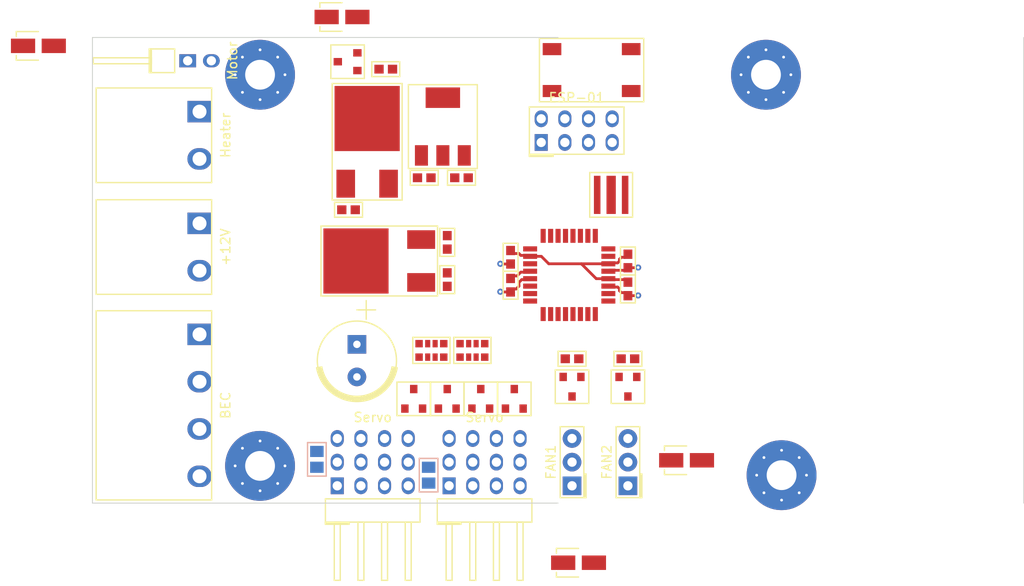
<source format=kicad_pcb>
(kicad_pcb (version 4) (host pcbnew "(2015-08-01 BZR 6032, Git 6a6a55f)-product")

  (general
    (links 139)
    (no_connects 95)
    (area 49.949999 49.949999 150.050001 100.050001)
    (thickness 1.6)
    (drawings 4)
    (tracks 55)
    (zones 0)
    (modules 47)
    (nets 70)
  )

  (page A4)
  (layers
    (0 F.Cu signal)
    (31 B.Cu signal)
    (32 B.Adhes user)
    (33 F.Adhes user)
    (34 B.Paste user)
    (35 F.Paste user)
    (36 B.SilkS user)
    (37 F.SilkS user)
    (38 B.Mask user)
    (39 F.Mask user)
    (40 Dwgs.User user)
    (41 Cmts.User user)
    (42 Eco1.User user)
    (43 Eco2.User user)
    (44 Edge.Cuts user)
    (45 Margin user)
    (46 B.CrtYd user)
    (47 F.CrtYd user)
    (48 B.Fab user)
    (49 F.Fab user)
  )

  (setup
    (last_trace_width 0.1524)
    (user_trace_width 0.2)
    (user_trace_width 0.3)
    (user_trace_width 0.5)
    (user_trace_width 1)
    (trace_clearance 0.1524)
    (zone_clearance 0.508)
    (zone_45_only no)
    (trace_min 0.1524)
    (segment_width 0.2)
    (edge_width 0.1)
    (via_size 0.65)
    (via_drill 0.3)
    (via_min_size 0.6048)
    (via_min_drill 0.3)
    (user_via 0.65 0.3)
    (user_via 1 0.6)
    (uvia_size 0.3)
    (uvia_drill 0.1)
    (uvias_allowed no)
    (uvia_min_size 0.2)
    (uvia_min_drill 0.1)
    (pcb_text_width 0.3)
    (pcb_text_size 1.5 1.5)
    (mod_edge_width 0.15)
    (mod_text_size 1 1)
    (mod_text_width 0.15)
    (pad_size 1.5 1.5)
    (pad_drill 0.6)
    (pad_to_mask_clearance 0.1)
    (solder_mask_min_width 0.15)
    (pad_to_paste_clearance -0.05)
    (aux_axis_origin 0 0)
    (visible_elements 7FFFFF9F)
    (pcbplotparams
      (layerselection 0x00030_80000001)
      (usegerberextensions false)
      (excludeedgelayer true)
      (linewidth 0.100000)
      (plotframeref false)
      (viasonmask false)
      (mode 1)
      (useauxorigin false)
      (hpglpennumber 1)
      (hpglpenspeed 20)
      (hpglpendiameter 15)
      (hpglpenoverlay 2)
      (psnegative false)
      (psa4output false)
      (plotreference true)
      (plotvalue true)
      (plotinvisibletext false)
      (padsonsilk false)
      (subtractmaskfromsilk false)
      (outputformat 1)
      (mirror false)
      (drillshape 1)
      (scaleselection 1)
      (outputdirectory ""))
  )

  (net 0 "")
  (net 1 "Net-(RN1-Pad1)")
  (net 2 "Net-(RN1-Pad2)")
  (net 3 "Net-(RN1-Pad3)")
  (net 4 "Net-(RN1-Pad4)")
  (net 5 "Net-(U1-Pad1)")
  (net 6 "Net-(U1-Pad2)")
  (net 7 "Net-(U1-Pad9)")
  (net 8 "Net-(U1-Pad10)")
  (net 9 "Net-(U1-Pad11)")
  (net 10 "Net-(U1-Pad16)")
  (net 11 "Net-(U1-Pad17)")
  (net 12 "Net-(U1-Pad19)")
  (net 13 "Net-(U1-Pad22)")
  (net 14 "Net-(U1-Pad23)")
  (net 15 "Net-(U1-Pad24)")
  (net 16 "Net-(U1-Pad25)")
  (net 17 "Net-(U1-Pad26)")
  (net 18 "Net-(U1-Pad27)")
  (net 19 "Net-(U1-Pad28)")
  (net 20 "Net-(U1-Pad30)")
  (net 21 "Net-(U1-Pad31)")
  (net 22 "Net-(U1-Pad32)")
  (net 23 +5V)
  (net 24 GND)
  (net 25 "Net-(C4-Pad1)")
  (net 26 "Net-(RN2-Pad1)")
  (net 27 "Net-(RN2-Pad2)")
  (net 28 "Net-(RN2-Pad3)")
  (net 29 "Net-(RN2-Pad4)")
  (net 30 "Net-(U1-Pad12)")
  (net 31 "Net-(U1-Pad13)")
  (net 32 "Net-(U1-Pad14)")
  (net 33 "Net-(U1-Pad15)")
  (net 34 +6V)
  (net 35 "Net-(R1-Pad2)")
  (net 36 +12V)
  (net 37 "Net-(CON3-Pad2)")
  (net 38 "Net-(R2-Pad2)")
  (net 39 "Net-(U3-Pad1)")
  (net 40 "Net-(U3-Pad2)")
  (net 41 "Net-(U3-Pad3)")
  (net 42 "Net-(U3-Pad4)")
  (net 43 "Net-(U3-Pad5)")
  (net 44 "Net-(U3-Pad6)")
  (net 45 "Net-(U3-Pad7)")
  (net 46 "Net-(U3-Pad8)")
  (net 47 "Net-(CON1-Pad9)")
  (net 48 "Net-(CON1-Pad10)")
  (net 49 "Net-(CON1-Pad11)")
  (net 50 "Net-(CON1-Pad12)")
  (net 51 "Net-(CON2-Pad9)")
  (net 52 "Net-(CON2-Pad10)")
  (net 53 "Net-(CON2-Pad11)")
  (net 54 "Net-(CON2-Pad12)")
  (net 55 "Net-(CON6-Pad2)")
  (net 56 "Net-(CON7-Pad1)")
  (net 57 "Net-(CON7-Pad3)")
  (net 58 "Net-(CON8-Pad1)")
  (net 59 "Net-(CON8-Pad3)")
  (net 60 "Net-(R3-Pad2)")
  (net 61 "Net-(R4-Pad2)")
  (net 62 +3V3)
  (net 63 /Heater)
  (net 64 /Motor)
  (net 65 /FAN1)
  (net 66 /FAN2)
  (net 67 /RESET)
  (net 68 "Net-(Q1-Pad1)")
  (net 69 "Net-(Q1-Pad3)")

  (net_class Default "This is the default net class."
    (clearance 0.1524)
    (trace_width 0.1524)
    (via_dia 0.65)
    (via_drill 0.3)
    (uvia_dia 0.3)
    (uvia_drill 0.1)
    (add_net +12V)
    (add_net +3V3)
    (add_net +5V)
    (add_net +6V)
    (add_net /FAN1)
    (add_net /FAN2)
    (add_net /Heater)
    (add_net /Motor)
    (add_net /RESET)
    (add_net GND)
    (add_net "Net-(C4-Pad1)")
    (add_net "Net-(CON1-Pad10)")
    (add_net "Net-(CON1-Pad11)")
    (add_net "Net-(CON1-Pad12)")
    (add_net "Net-(CON1-Pad9)")
    (add_net "Net-(CON2-Pad10)")
    (add_net "Net-(CON2-Pad11)")
    (add_net "Net-(CON2-Pad12)")
    (add_net "Net-(CON2-Pad9)")
    (add_net "Net-(CON3-Pad2)")
    (add_net "Net-(CON6-Pad2)")
    (add_net "Net-(CON7-Pad1)")
    (add_net "Net-(CON7-Pad3)")
    (add_net "Net-(CON8-Pad1)")
    (add_net "Net-(CON8-Pad3)")
    (add_net "Net-(Q1-Pad1)")
    (add_net "Net-(Q1-Pad3)")
    (add_net "Net-(R1-Pad2)")
    (add_net "Net-(R2-Pad2)")
    (add_net "Net-(R3-Pad2)")
    (add_net "Net-(R4-Pad2)")
    (add_net "Net-(RN1-Pad1)")
    (add_net "Net-(RN1-Pad2)")
    (add_net "Net-(RN1-Pad3)")
    (add_net "Net-(RN1-Pad4)")
    (add_net "Net-(RN2-Pad1)")
    (add_net "Net-(RN2-Pad2)")
    (add_net "Net-(RN2-Pad3)")
    (add_net "Net-(RN2-Pad4)")
    (add_net "Net-(U1-Pad1)")
    (add_net "Net-(U1-Pad10)")
    (add_net "Net-(U1-Pad11)")
    (add_net "Net-(U1-Pad12)")
    (add_net "Net-(U1-Pad13)")
    (add_net "Net-(U1-Pad14)")
    (add_net "Net-(U1-Pad15)")
    (add_net "Net-(U1-Pad16)")
    (add_net "Net-(U1-Pad17)")
    (add_net "Net-(U1-Pad19)")
    (add_net "Net-(U1-Pad2)")
    (add_net "Net-(U1-Pad22)")
    (add_net "Net-(U1-Pad23)")
    (add_net "Net-(U1-Pad24)")
    (add_net "Net-(U1-Pad25)")
    (add_net "Net-(U1-Pad26)")
    (add_net "Net-(U1-Pad27)")
    (add_net "Net-(U1-Pad28)")
    (add_net "Net-(U1-Pad30)")
    (add_net "Net-(U1-Pad31)")
    (add_net "Net-(U1-Pad32)")
    (add_net "Net-(U1-Pad9)")
    (add_net "Net-(U3-Pad1)")
    (add_net "Net-(U3-Pad2)")
    (add_net "Net-(U3-Pad3)")
    (add_net "Net-(U3-Pad4)")
    (add_net "Net-(U3-Pad5)")
    (add_net "Net-(U3-Pad6)")
    (add_net "Net-(U3-Pad7)")
    (add_net "Net-(U3-Pad8)")
  )

  (module 0603_N (layer F.Cu) (tedit 0) (tstamp 55DE1BB5)
    (at 107.5 77 270)
    (path /55C7A8BB)
    (fp_text reference C1 (at 0 -1.3 270) (layer F.Fab)
      (effects (font (size 0.5 0.5) (thickness 0.05)))
    )
    (fp_text value 100n (at 0 1.3 270) (layer F.Fab)
      (effects (font (size 0.5 0.5) (thickness 0.05)))
    )
    (fp_line (start -0.285 0) (end 0.285 0) (layer F.CrtYd) (width 0.05))
    (fp_line (start 0 0.285) (end 0 -0.285) (layer F.CrtYd) (width 0.05))
    (fp_circle (center 0 0) (end 0.199 0) (layer F.CrtYd) (width 0.05))
    (fp_line (start -0.875 0.475) (end -0.875 -0.475) (layer F.Fab) (width 0.05))
    (fp_line (start -0.875 -0.475) (end -0.375 -0.475) (layer F.Fab) (width 0.05))
    (fp_line (start -0.375 -0.475) (end -0.375 0.475) (layer F.Fab) (width 0.05))
    (fp_line (start -0.375 0.475) (end -0.875 0.475) (layer F.Fab) (width 0.05))
    (fp_line (start 0.375 0.475) (end 0.375 -0.475) (layer F.Fab) (width 0.05))
    (fp_line (start 0.375 -0.475) (end 0.875 -0.475) (layer F.Fab) (width 0.05))
    (fp_line (start 0.875 -0.475) (end 0.875 0.475) (layer F.Fab) (width 0.05))
    (fp_line (start 0.875 0.475) (end 0.375 0.475) (layer F.Fab) (width 0.05))
    (fp_line (start -0.375 0.475) (end -0.375 -0.475) (layer F.Fab) (width 0.05))
    (fp_line (start -0.375 -0.475) (end 0.375 -0.475) (layer F.Fab) (width 0.05))
    (fp_line (start 0.375 -0.475) (end 0.375 0.475) (layer F.Fab) (width 0.05))
    (fp_line (start 0.375 0.475) (end -0.375 0.475) (layer F.Fab) (width 0.05))
    (fp_line (start -1.5 0.8) (end -1.5 -0.8) (layer F.CrtYd) (width 0.05))
    (fp_line (start -1.5 -0.8) (end 1.5 -0.8) (layer F.CrtYd) (width 0.05))
    (fp_line (start 1.5 -0.8) (end 1.5 0.8) (layer F.CrtYd) (width 0.05))
    (fp_line (start 1.5 0.8) (end -1.5 0.8) (layer F.CrtYd) (width 0.05))
    (fp_line (start -1.5 0.8) (end -1.5 -0.8) (layer F.SilkS) (width 0.152))
    (fp_line (start -1.5 -0.8) (end 1.5 -0.8) (layer F.SilkS) (width 0.152))
    (fp_line (start 1.5 -0.8) (end 1.5 0.8) (layer F.SilkS) (width 0.152))
    (fp_line (start 1.5 0.8) (end -1.5 0.8) (layer F.SilkS) (width 0.152))
    (pad 1 smd rect (at -0.725 0 270) (size 1 0.95) (layers F.Cu F.Paste F.Mask)
      (net 23 +5V))
    (pad 2 smd rect (at 0.725 0 270) (size 1 0.95) (layers F.Cu F.Paste F.Mask)
      (net 24 GND))
    (model cube_metal.wrl
      (at (xyz -0.025 0 0))
      (scale (xyz 0.5 0.95 0.85))
      (rotate (xyz 0 0 0))
    )
    (model cube_metal.wrl
      (at (xyz 0.025 0 0))
      (scale (xyz 0.5 0.95 0.85))
      (rotate (xyz 0 0 0))
    )
    (model cube_orange.wrl
      (at (xyz 0 0 0))
      (scale (xyz 0.75 0.95 0.85))
      (rotate (xyz 0 0 0))
    )
  )

  (module 0603_N (layer F.Cu) (tedit 0) (tstamp 55DE1BD1)
    (at 94.9 73.6 270)
    (path /55C7A882)
    (fp_text reference C2 (at 0 -1.3 270) (layer F.Fab)
      (effects (font (size 0.5 0.5) (thickness 0.05)))
    )
    (fp_text value 100n (at 0 1.3 270) (layer F.Fab)
      (effects (font (size 0.5 0.5) (thickness 0.05)))
    )
    (fp_line (start -0.285 0) (end 0.285 0) (layer F.CrtYd) (width 0.05))
    (fp_line (start 0 0.285) (end 0 -0.285) (layer F.CrtYd) (width 0.05))
    (fp_circle (center 0 0) (end 0.199 0) (layer F.CrtYd) (width 0.05))
    (fp_line (start -0.875 0.475) (end -0.875 -0.475) (layer F.Fab) (width 0.05))
    (fp_line (start -0.875 -0.475) (end -0.375 -0.475) (layer F.Fab) (width 0.05))
    (fp_line (start -0.375 -0.475) (end -0.375 0.475) (layer F.Fab) (width 0.05))
    (fp_line (start -0.375 0.475) (end -0.875 0.475) (layer F.Fab) (width 0.05))
    (fp_line (start 0.375 0.475) (end 0.375 -0.475) (layer F.Fab) (width 0.05))
    (fp_line (start 0.375 -0.475) (end 0.875 -0.475) (layer F.Fab) (width 0.05))
    (fp_line (start 0.875 -0.475) (end 0.875 0.475) (layer F.Fab) (width 0.05))
    (fp_line (start 0.875 0.475) (end 0.375 0.475) (layer F.Fab) (width 0.05))
    (fp_line (start -0.375 0.475) (end -0.375 -0.475) (layer F.Fab) (width 0.05))
    (fp_line (start -0.375 -0.475) (end 0.375 -0.475) (layer F.Fab) (width 0.05))
    (fp_line (start 0.375 -0.475) (end 0.375 0.475) (layer F.Fab) (width 0.05))
    (fp_line (start 0.375 0.475) (end -0.375 0.475) (layer F.Fab) (width 0.05))
    (fp_line (start -1.5 0.8) (end -1.5 -0.8) (layer F.CrtYd) (width 0.05))
    (fp_line (start -1.5 -0.8) (end 1.5 -0.8) (layer F.CrtYd) (width 0.05))
    (fp_line (start 1.5 -0.8) (end 1.5 0.8) (layer F.CrtYd) (width 0.05))
    (fp_line (start 1.5 0.8) (end -1.5 0.8) (layer F.CrtYd) (width 0.05))
    (fp_line (start -1.5 0.8) (end -1.5 -0.8) (layer F.SilkS) (width 0.152))
    (fp_line (start -1.5 -0.8) (end 1.5 -0.8) (layer F.SilkS) (width 0.152))
    (fp_line (start 1.5 -0.8) (end 1.5 0.8) (layer F.SilkS) (width 0.152))
    (fp_line (start 1.5 0.8) (end -1.5 0.8) (layer F.SilkS) (width 0.152))
    (pad 1 smd rect (at -0.725 0 270) (size 1 0.95) (layers F.Cu F.Paste F.Mask)
      (net 23 +5V))
    (pad 2 smd rect (at 0.725 0 270) (size 1 0.95) (layers F.Cu F.Paste F.Mask)
      (net 24 GND))
    (model cube_metal.wrl
      (at (xyz -0.025 0 0))
      (scale (xyz 0.5 0.95 0.85))
      (rotate (xyz 0 0 0))
    )
    (model cube_metal.wrl
      (at (xyz 0.025 0 0))
      (scale (xyz 0.5 0.95 0.85))
      (rotate (xyz 0 0 0))
    )
    (model cube_orange.wrl
      (at (xyz 0 0 0))
      (scale (xyz 0.75 0.95 0.85))
      (rotate (xyz 0 0 0))
    )
  )

  (module 0603_N (layer F.Cu) (tedit 0) (tstamp 55DE1BED)
    (at 107.5 74 270)
    (path /55C7A7D9)
    (fp_text reference C3 (at 0 -1.3 270) (layer F.Fab)
      (effects (font (size 0.5 0.5) (thickness 0.05)))
    )
    (fp_text value 100n (at 0 1.3 270) (layer F.Fab)
      (effects (font (size 0.5 0.5) (thickness 0.05)))
    )
    (fp_line (start -0.285 0) (end 0.285 0) (layer F.CrtYd) (width 0.05))
    (fp_line (start 0 0.285) (end 0 -0.285) (layer F.CrtYd) (width 0.05))
    (fp_circle (center 0 0) (end 0.199 0) (layer F.CrtYd) (width 0.05))
    (fp_line (start -0.875 0.475) (end -0.875 -0.475) (layer F.Fab) (width 0.05))
    (fp_line (start -0.875 -0.475) (end -0.375 -0.475) (layer F.Fab) (width 0.05))
    (fp_line (start -0.375 -0.475) (end -0.375 0.475) (layer F.Fab) (width 0.05))
    (fp_line (start -0.375 0.475) (end -0.875 0.475) (layer F.Fab) (width 0.05))
    (fp_line (start 0.375 0.475) (end 0.375 -0.475) (layer F.Fab) (width 0.05))
    (fp_line (start 0.375 -0.475) (end 0.875 -0.475) (layer F.Fab) (width 0.05))
    (fp_line (start 0.875 -0.475) (end 0.875 0.475) (layer F.Fab) (width 0.05))
    (fp_line (start 0.875 0.475) (end 0.375 0.475) (layer F.Fab) (width 0.05))
    (fp_line (start -0.375 0.475) (end -0.375 -0.475) (layer F.Fab) (width 0.05))
    (fp_line (start -0.375 -0.475) (end 0.375 -0.475) (layer F.Fab) (width 0.05))
    (fp_line (start 0.375 -0.475) (end 0.375 0.475) (layer F.Fab) (width 0.05))
    (fp_line (start 0.375 0.475) (end -0.375 0.475) (layer F.Fab) (width 0.05))
    (fp_line (start -1.5 0.8) (end -1.5 -0.8) (layer F.CrtYd) (width 0.05))
    (fp_line (start -1.5 -0.8) (end 1.5 -0.8) (layer F.CrtYd) (width 0.05))
    (fp_line (start 1.5 -0.8) (end 1.5 0.8) (layer F.CrtYd) (width 0.05))
    (fp_line (start 1.5 0.8) (end -1.5 0.8) (layer F.CrtYd) (width 0.05))
    (fp_line (start -1.5 0.8) (end -1.5 -0.8) (layer F.SilkS) (width 0.152))
    (fp_line (start -1.5 -0.8) (end 1.5 -0.8) (layer F.SilkS) (width 0.152))
    (fp_line (start 1.5 -0.8) (end 1.5 0.8) (layer F.SilkS) (width 0.152))
    (fp_line (start 1.5 0.8) (end -1.5 0.8) (layer F.SilkS) (width 0.152))
    (pad 1 smd rect (at -0.725 0 270) (size 1 0.95) (layers F.Cu F.Paste F.Mask)
      (net 23 +5V))
    (pad 2 smd rect (at 0.725 0 270) (size 1 0.95) (layers F.Cu F.Paste F.Mask)
      (net 24 GND))
    (model cube_metal.wrl
      (at (xyz -0.025 0 0))
      (scale (xyz 0.5 0.95 0.85))
      (rotate (xyz 0 0 0))
    )
    (model cube_metal.wrl
      (at (xyz 0.025 0 0))
      (scale (xyz 0.5 0.95 0.85))
      (rotate (xyz 0 0 0))
    )
    (model cube_orange.wrl
      (at (xyz 0 0 0))
      (scale (xyz 0.75 0.95 0.85))
      (rotate (xyz 0 0 0))
    )
  )

  (module 0603_N (layer F.Cu) (tedit 0) (tstamp 55DE1C09)
    (at 94.9 76.6 270)
    (path /55C8D2C8)
    (fp_text reference C4 (at 0 -1.3 270) (layer F.Fab)
      (effects (font (size 0.5 0.5) (thickness 0.05)))
    )
    (fp_text value 100n (at 0 1.3 270) (layer F.Fab)
      (effects (font (size 0.5 0.5) (thickness 0.05)))
    )
    (fp_line (start -0.285 0) (end 0.285 0) (layer F.CrtYd) (width 0.05))
    (fp_line (start 0 0.285) (end 0 -0.285) (layer F.CrtYd) (width 0.05))
    (fp_circle (center 0 0) (end 0.199 0) (layer F.CrtYd) (width 0.05))
    (fp_line (start -0.875 0.475) (end -0.875 -0.475) (layer F.Fab) (width 0.05))
    (fp_line (start -0.875 -0.475) (end -0.375 -0.475) (layer F.Fab) (width 0.05))
    (fp_line (start -0.375 -0.475) (end -0.375 0.475) (layer F.Fab) (width 0.05))
    (fp_line (start -0.375 0.475) (end -0.875 0.475) (layer F.Fab) (width 0.05))
    (fp_line (start 0.375 0.475) (end 0.375 -0.475) (layer F.Fab) (width 0.05))
    (fp_line (start 0.375 -0.475) (end 0.875 -0.475) (layer F.Fab) (width 0.05))
    (fp_line (start 0.875 -0.475) (end 0.875 0.475) (layer F.Fab) (width 0.05))
    (fp_line (start 0.875 0.475) (end 0.375 0.475) (layer F.Fab) (width 0.05))
    (fp_line (start -0.375 0.475) (end -0.375 -0.475) (layer F.Fab) (width 0.05))
    (fp_line (start -0.375 -0.475) (end 0.375 -0.475) (layer F.Fab) (width 0.05))
    (fp_line (start 0.375 -0.475) (end 0.375 0.475) (layer F.Fab) (width 0.05))
    (fp_line (start 0.375 0.475) (end -0.375 0.475) (layer F.Fab) (width 0.05))
    (fp_line (start -1.5 0.8) (end -1.5 -0.8) (layer F.CrtYd) (width 0.05))
    (fp_line (start -1.5 -0.8) (end 1.5 -0.8) (layer F.CrtYd) (width 0.05))
    (fp_line (start 1.5 -0.8) (end 1.5 0.8) (layer F.CrtYd) (width 0.05))
    (fp_line (start 1.5 0.8) (end -1.5 0.8) (layer F.CrtYd) (width 0.05))
    (fp_line (start -1.5 0.8) (end -1.5 -0.8) (layer F.SilkS) (width 0.152))
    (fp_line (start -1.5 -0.8) (end 1.5 -0.8) (layer F.SilkS) (width 0.152))
    (fp_line (start 1.5 -0.8) (end 1.5 0.8) (layer F.SilkS) (width 0.152))
    (fp_line (start 1.5 0.8) (end -1.5 0.8) (layer F.SilkS) (width 0.152))
    (pad 1 smd rect (at -0.725 0 270) (size 1 0.95) (layers F.Cu F.Paste F.Mask)
      (net 25 "Net-(C4-Pad1)"))
    (pad 2 smd rect (at 0.725 0 270) (size 1 0.95) (layers F.Cu F.Paste F.Mask)
      (net 24 GND))
    (model cube_metal.wrl
      (at (xyz -0.025 0 0))
      (scale (xyz 0.5 0.95 0.85))
      (rotate (xyz 0 0 0))
    )
    (model cube_metal.wrl
      (at (xyz 0.025 0 0))
      (scale (xyz 0.5 0.95 0.85))
      (rotate (xyz 0 0 0))
    )
    (model cube_orange.wrl
      (at (xyz 0 0 0))
      (scale (xyz 0.75 0.95 0.85))
      (rotate (xyz 0 0 0))
    )
  )

  (module 0603_N (layer F.Cu) (tedit 0) (tstamp 55DE1C25)
    (at 88.1 76 90)
    (path /55CA4C67)
    (fp_text reference C5 (at 0 -1.3 90) (layer F.Fab)
      (effects (font (size 0.5 0.5) (thickness 0.05)))
    )
    (fp_text value 100n (at 0 1.3 90) (layer F.Fab)
      (effects (font (size 0.5 0.5) (thickness 0.05)))
    )
    (fp_line (start -0.285 0) (end 0.285 0) (layer F.CrtYd) (width 0.05))
    (fp_line (start 0 0.285) (end 0 -0.285) (layer F.CrtYd) (width 0.05))
    (fp_circle (center 0 0) (end 0.199 0) (layer F.CrtYd) (width 0.05))
    (fp_line (start -0.875 0.475) (end -0.875 -0.475) (layer F.Fab) (width 0.05))
    (fp_line (start -0.875 -0.475) (end -0.375 -0.475) (layer F.Fab) (width 0.05))
    (fp_line (start -0.375 -0.475) (end -0.375 0.475) (layer F.Fab) (width 0.05))
    (fp_line (start -0.375 0.475) (end -0.875 0.475) (layer F.Fab) (width 0.05))
    (fp_line (start 0.375 0.475) (end 0.375 -0.475) (layer F.Fab) (width 0.05))
    (fp_line (start 0.375 -0.475) (end 0.875 -0.475) (layer F.Fab) (width 0.05))
    (fp_line (start 0.875 -0.475) (end 0.875 0.475) (layer F.Fab) (width 0.05))
    (fp_line (start 0.875 0.475) (end 0.375 0.475) (layer F.Fab) (width 0.05))
    (fp_line (start -0.375 0.475) (end -0.375 -0.475) (layer F.Fab) (width 0.05))
    (fp_line (start -0.375 -0.475) (end 0.375 -0.475) (layer F.Fab) (width 0.05))
    (fp_line (start 0.375 -0.475) (end 0.375 0.475) (layer F.Fab) (width 0.05))
    (fp_line (start 0.375 0.475) (end -0.375 0.475) (layer F.Fab) (width 0.05))
    (fp_line (start -1.5 0.8) (end -1.5 -0.8) (layer F.CrtYd) (width 0.05))
    (fp_line (start -1.5 -0.8) (end 1.5 -0.8) (layer F.CrtYd) (width 0.05))
    (fp_line (start 1.5 -0.8) (end 1.5 0.8) (layer F.CrtYd) (width 0.05))
    (fp_line (start 1.5 0.8) (end -1.5 0.8) (layer F.CrtYd) (width 0.05))
    (fp_line (start -1.5 0.8) (end -1.5 -0.8) (layer F.SilkS) (width 0.152))
    (fp_line (start -1.5 -0.8) (end 1.5 -0.8) (layer F.SilkS) (width 0.152))
    (fp_line (start 1.5 -0.8) (end 1.5 0.8) (layer F.SilkS) (width 0.152))
    (fp_line (start 1.5 0.8) (end -1.5 0.8) (layer F.SilkS) (width 0.152))
    (pad 1 smd rect (at -0.725 0 90) (size 1 0.95) (layers F.Cu F.Paste F.Mask)
      (net 36 +12V))
    (pad 2 smd rect (at 0.725 0 90) (size 1 0.95) (layers F.Cu F.Paste F.Mask)
      (net 24 GND))
    (model cube_metal.wrl
      (at (xyz -0.025 0 0))
      (scale (xyz 0.5 0.95 0.85))
      (rotate (xyz 0 0 0))
    )
    (model cube_metal.wrl
      (at (xyz 0.025 0 0))
      (scale (xyz 0.5 0.95 0.85))
      (rotate (xyz 0 0 0))
    )
    (model cube_orange.wrl
      (at (xyz 0 0 0))
      (scale (xyz 0.75 0.95 0.85))
      (rotate (xyz 0 0 0))
    )
  )

  (module 0603_N (layer F.Cu) (tedit 0) (tstamp 55DE1C41)
    (at 88.1 72 270)
    (path /55CA4CCC)
    (fp_text reference C6 (at 0 -1.3 270) (layer F.Fab)
      (effects (font (size 0.5 0.5) (thickness 0.05)))
    )
    (fp_text value 100n (at 0 1.3 270) (layer F.Fab)
      (effects (font (size 0.5 0.5) (thickness 0.05)))
    )
    (fp_line (start -0.285 0) (end 0.285 0) (layer F.CrtYd) (width 0.05))
    (fp_line (start 0 0.285) (end 0 -0.285) (layer F.CrtYd) (width 0.05))
    (fp_circle (center 0 0) (end 0.199 0) (layer F.CrtYd) (width 0.05))
    (fp_line (start -0.875 0.475) (end -0.875 -0.475) (layer F.Fab) (width 0.05))
    (fp_line (start -0.875 -0.475) (end -0.375 -0.475) (layer F.Fab) (width 0.05))
    (fp_line (start -0.375 -0.475) (end -0.375 0.475) (layer F.Fab) (width 0.05))
    (fp_line (start -0.375 0.475) (end -0.875 0.475) (layer F.Fab) (width 0.05))
    (fp_line (start 0.375 0.475) (end 0.375 -0.475) (layer F.Fab) (width 0.05))
    (fp_line (start 0.375 -0.475) (end 0.875 -0.475) (layer F.Fab) (width 0.05))
    (fp_line (start 0.875 -0.475) (end 0.875 0.475) (layer F.Fab) (width 0.05))
    (fp_line (start 0.875 0.475) (end 0.375 0.475) (layer F.Fab) (width 0.05))
    (fp_line (start -0.375 0.475) (end -0.375 -0.475) (layer F.Fab) (width 0.05))
    (fp_line (start -0.375 -0.475) (end 0.375 -0.475) (layer F.Fab) (width 0.05))
    (fp_line (start 0.375 -0.475) (end 0.375 0.475) (layer F.Fab) (width 0.05))
    (fp_line (start 0.375 0.475) (end -0.375 0.475) (layer F.Fab) (width 0.05))
    (fp_line (start -1.5 0.8) (end -1.5 -0.8) (layer F.CrtYd) (width 0.05))
    (fp_line (start -1.5 -0.8) (end 1.5 -0.8) (layer F.CrtYd) (width 0.05))
    (fp_line (start 1.5 -0.8) (end 1.5 0.8) (layer F.CrtYd) (width 0.05))
    (fp_line (start 1.5 0.8) (end -1.5 0.8) (layer F.CrtYd) (width 0.05))
    (fp_line (start -1.5 0.8) (end -1.5 -0.8) (layer F.SilkS) (width 0.152))
    (fp_line (start -1.5 -0.8) (end 1.5 -0.8) (layer F.SilkS) (width 0.152))
    (fp_line (start 1.5 -0.8) (end 1.5 0.8) (layer F.SilkS) (width 0.152))
    (fp_line (start 1.5 0.8) (end -1.5 0.8) (layer F.SilkS) (width 0.152))
    (pad 1 smd rect (at -0.725 0 270) (size 1 0.95) (layers F.Cu F.Paste F.Mask)
      (net 23 +5V))
    (pad 2 smd rect (at 0.725 0 270) (size 1 0.95) (layers F.Cu F.Paste F.Mask)
      (net 24 GND))
    (model cube_metal.wrl
      (at (xyz -0.025 0 0))
      (scale (xyz 0.5 0.95 0.85))
      (rotate (xyz 0 0 0))
    )
    (model cube_metal.wrl
      (at (xyz 0.025 0 0))
      (scale (xyz 0.5 0.95 0.85))
      (rotate (xyz 0 0 0))
    )
    (model cube_orange.wrl
      (at (xyz 0 0 0))
      (scale (xyz 0.75 0.95 0.85))
      (rotate (xyz 0 0 0))
    )
  )

  (module 0603_N (layer F.Cu) (tedit 0) (tstamp 55DE1C5D)
    (at 89.628848 65.064286 180)
    (path /55D09E0B)
    (fp_text reference C7 (at 0 -1.3 180) (layer F.Fab)
      (effects (font (size 0.5 0.5) (thickness 0.05)))
    )
    (fp_text value 100n (at 0 1.3 180) (layer F.Fab)
      (effects (font (size 0.5 0.5) (thickness 0.05)))
    )
    (fp_line (start -0.285 0) (end 0.285 0) (layer F.CrtYd) (width 0.05))
    (fp_line (start 0 0.285) (end 0 -0.285) (layer F.CrtYd) (width 0.05))
    (fp_circle (center 0 0) (end 0.199 0) (layer F.CrtYd) (width 0.05))
    (fp_line (start -0.875 0.475) (end -0.875 -0.475) (layer F.Fab) (width 0.05))
    (fp_line (start -0.875 -0.475) (end -0.375 -0.475) (layer F.Fab) (width 0.05))
    (fp_line (start -0.375 -0.475) (end -0.375 0.475) (layer F.Fab) (width 0.05))
    (fp_line (start -0.375 0.475) (end -0.875 0.475) (layer F.Fab) (width 0.05))
    (fp_line (start 0.375 0.475) (end 0.375 -0.475) (layer F.Fab) (width 0.05))
    (fp_line (start 0.375 -0.475) (end 0.875 -0.475) (layer F.Fab) (width 0.05))
    (fp_line (start 0.875 -0.475) (end 0.875 0.475) (layer F.Fab) (width 0.05))
    (fp_line (start 0.875 0.475) (end 0.375 0.475) (layer F.Fab) (width 0.05))
    (fp_line (start -0.375 0.475) (end -0.375 -0.475) (layer F.Fab) (width 0.05))
    (fp_line (start -0.375 -0.475) (end 0.375 -0.475) (layer F.Fab) (width 0.05))
    (fp_line (start 0.375 -0.475) (end 0.375 0.475) (layer F.Fab) (width 0.05))
    (fp_line (start 0.375 0.475) (end -0.375 0.475) (layer F.Fab) (width 0.05))
    (fp_line (start -1.5 0.8) (end -1.5 -0.8) (layer F.CrtYd) (width 0.05))
    (fp_line (start -1.5 -0.8) (end 1.5 -0.8) (layer F.CrtYd) (width 0.05))
    (fp_line (start 1.5 -0.8) (end 1.5 0.8) (layer F.CrtYd) (width 0.05))
    (fp_line (start 1.5 0.8) (end -1.5 0.8) (layer F.CrtYd) (width 0.05))
    (fp_line (start -1.5 0.8) (end -1.5 -0.8) (layer F.SilkS) (width 0.152))
    (fp_line (start -1.5 -0.8) (end 1.5 -0.8) (layer F.SilkS) (width 0.152))
    (fp_line (start 1.5 -0.8) (end 1.5 0.8) (layer F.SilkS) (width 0.152))
    (fp_line (start 1.5 0.8) (end -1.5 0.8) (layer F.SilkS) (width 0.152))
    (pad 1 smd rect (at -0.725 0 180) (size 1 0.95) (layers F.Cu F.Paste F.Mask)
      (net 23 +5V))
    (pad 2 smd rect (at 0.725 0 180) (size 1 0.95) (layers F.Cu F.Paste F.Mask)
      (net 24 GND))
    (model cube_metal.wrl
      (at (xyz -0.025 0 0))
      (scale (xyz 0.5 0.95 0.85))
      (rotate (xyz 0 0 0))
    )
    (model cube_metal.wrl
      (at (xyz 0.025 0 0))
      (scale (xyz 0.5 0.95 0.85))
      (rotate (xyz 0 0 0))
    )
    (model cube_orange.wrl
      (at (xyz 0 0 0))
      (scale (xyz 0.75 0.95 0.85))
      (rotate (xyz 0 0 0))
    )
  )

  (module 0603_N (layer F.Cu) (tedit 0) (tstamp 55DE1C79)
    (at 85.628848 65.064286 180)
    (path /55D09D66)
    (fp_text reference C8 (at 0 -1.3 180) (layer F.Fab)
      (effects (font (size 0.5 0.5) (thickness 0.05)))
    )
    (fp_text value 100n (at 0 1.3 180) (layer F.Fab)
      (effects (font (size 0.5 0.5) (thickness 0.05)))
    )
    (fp_line (start -0.285 0) (end 0.285 0) (layer F.CrtYd) (width 0.05))
    (fp_line (start 0 0.285) (end 0 -0.285) (layer F.CrtYd) (width 0.05))
    (fp_circle (center 0 0) (end 0.199 0) (layer F.CrtYd) (width 0.05))
    (fp_line (start -0.875 0.475) (end -0.875 -0.475) (layer F.Fab) (width 0.05))
    (fp_line (start -0.875 -0.475) (end -0.375 -0.475) (layer F.Fab) (width 0.05))
    (fp_line (start -0.375 -0.475) (end -0.375 0.475) (layer F.Fab) (width 0.05))
    (fp_line (start -0.375 0.475) (end -0.875 0.475) (layer F.Fab) (width 0.05))
    (fp_line (start 0.375 0.475) (end 0.375 -0.475) (layer F.Fab) (width 0.05))
    (fp_line (start 0.375 -0.475) (end 0.875 -0.475) (layer F.Fab) (width 0.05))
    (fp_line (start 0.875 -0.475) (end 0.875 0.475) (layer F.Fab) (width 0.05))
    (fp_line (start 0.875 0.475) (end 0.375 0.475) (layer F.Fab) (width 0.05))
    (fp_line (start -0.375 0.475) (end -0.375 -0.475) (layer F.Fab) (width 0.05))
    (fp_line (start -0.375 -0.475) (end 0.375 -0.475) (layer F.Fab) (width 0.05))
    (fp_line (start 0.375 -0.475) (end 0.375 0.475) (layer F.Fab) (width 0.05))
    (fp_line (start 0.375 0.475) (end -0.375 0.475) (layer F.Fab) (width 0.05))
    (fp_line (start -1.5 0.8) (end -1.5 -0.8) (layer F.CrtYd) (width 0.05))
    (fp_line (start -1.5 -0.8) (end 1.5 -0.8) (layer F.CrtYd) (width 0.05))
    (fp_line (start 1.5 -0.8) (end 1.5 0.8) (layer F.CrtYd) (width 0.05))
    (fp_line (start 1.5 0.8) (end -1.5 0.8) (layer F.CrtYd) (width 0.05))
    (fp_line (start -1.5 0.8) (end -1.5 -0.8) (layer F.SilkS) (width 0.152))
    (fp_line (start -1.5 -0.8) (end 1.5 -0.8) (layer F.SilkS) (width 0.152))
    (fp_line (start 1.5 -0.8) (end 1.5 0.8) (layer F.SilkS) (width 0.152))
    (fp_line (start 1.5 0.8) (end -1.5 0.8) (layer F.SilkS) (width 0.152))
    (pad 1 smd rect (at -0.725 0 180) (size 1 0.95) (layers F.Cu F.Paste F.Mask)
      (net 62 +3V3))
    (pad 2 smd rect (at 0.725 0 180) (size 1 0.95) (layers F.Cu F.Paste F.Mask)
      (net 24 GND))
    (model cube_metal.wrl
      (at (xyz -0.025 0 0))
      (scale (xyz 0.5 0.95 0.85))
      (rotate (xyz 0 0 0))
    )
    (model cube_metal.wrl
      (at (xyz 0.025 0 0))
      (scale (xyz 0.5 0.95 0.85))
      (rotate (xyz 0 0 0))
    )
    (model cube_orange.wrl
      (at (xyz 0 0 0))
      (scale (xyz 0.75 0.95 0.85))
      (rotate (xyz 0 0 0))
    )
  )

  (module 0805_N (layer B.Cu) (tedit 0) (tstamp 55DE1CB1)
    (at 74.1 95.3 270)
    (path /55DD0444)
    (fp_text reference C9 (at 0 1.5 270) (layer B.Fab)
      (effects (font (size 0.5 0.5) (thickness 0.05)) (justify mirror))
    )
    (fp_text value 10u/16V (at 0 -1.5 270) (layer B.Fab)
      (effects (font (size 0.5 0.5) (thickness 0.05)) (justify mirror))
    )
    (fp_line (start -0.435 0) (end 0.435 0) (layer B.CrtYd) (width 0.05))
    (fp_line (start 0 -0.435) (end 0 0.435) (layer B.CrtYd) (width 0.05))
    (fp_circle (center 0 0) (end 0.304 0) (layer B.CrtYd) (width 0.05))
    (fp_line (start -1.1 -0.725) (end -1.1 0.725) (layer B.Fab) (width 0.05))
    (fp_line (start -1.1 0.725) (end -0.35 0.725) (layer B.Fab) (width 0.05))
    (fp_line (start -0.35 0.725) (end -0.35 -0.725) (layer B.Fab) (width 0.05))
    (fp_line (start -0.35 -0.725) (end -1.1 -0.725) (layer B.Fab) (width 0.05))
    (fp_line (start 0.35 -0.725) (end 0.35 0.725) (layer B.Fab) (width 0.05))
    (fp_line (start 0.35 0.725) (end 1.1 0.725) (layer B.Fab) (width 0.05))
    (fp_line (start 1.1 0.725) (end 1.1 -0.725) (layer B.Fab) (width 0.05))
    (fp_line (start 1.1 -0.725) (end 0.35 -0.725) (layer B.Fab) (width 0.05))
    (fp_line (start -0.35 -0.725) (end -0.35 0.725) (layer B.Fab) (width 0.05))
    (fp_line (start -0.35 0.725) (end 0.35 0.725) (layer B.Fab) (width 0.05))
    (fp_line (start 0.35 0.725) (end 0.35 -0.725) (layer B.Fab) (width 0.05))
    (fp_line (start 0.35 -0.725) (end -0.35 -0.725) (layer B.Fab) (width 0.05))
    (fp_line (start -1.8 -1) (end -1.8 1) (layer B.CrtYd) (width 0.05))
    (fp_line (start -1.8 1) (end 1.8 1) (layer B.CrtYd) (width 0.05))
    (fp_line (start 1.8 1) (end 1.8 -1) (layer B.CrtYd) (width 0.05))
    (fp_line (start 1.8 -1) (end -1.8 -1) (layer B.CrtYd) (width 0.05))
    (fp_line (start -1.8 -1) (end -1.8 1) (layer B.SilkS) (width 0.152))
    (fp_line (start -1.8 1) (end 1.8 1) (layer B.SilkS) (width 0.152))
    (fp_line (start 1.8 1) (end 1.8 -1) (layer B.SilkS) (width 0.152))
    (fp_line (start 1.8 -1) (end -1.8 -1) (layer B.SilkS) (width 0.152))
    (pad 1 smd rect (at -0.85 0 270) (size 1.2 1.45) (layers B.Cu B.Paste B.Mask)
      (net 34 +6V))
    (pad 2 smd rect (at 0.85 0 270) (size 1.2 1.45) (layers B.Cu B.Paste B.Mask)
      (net 24 GND))
    (model cube_metal.wrl
      (at (xyz -0.029 0 0))
      (scale (xyz 0.75 1.45 1.1))
      (rotate (xyz 0 0 0))
    )
    (model cube_metal.wrl
      (at (xyz 0.029 0 0))
      (scale (xyz 0.75 1.45 1.1))
      (rotate (xyz 0 0 0))
    )
    (model cube_orange.wrl
      (at (xyz 0 0 0))
      (scale (xyz 0.7 1.45 1.1))
      (rotate (xyz 0 0 0))
    )
  )

  (module 0805_N (layer B.Cu) (tedit 0) (tstamp 55DE1CCE)
    (at 86.1 97 270)
    (path /55DDD50D)
    (fp_text reference C10 (at 0 1.5 270) (layer B.Fab)
      (effects (font (size 0.5 0.5) (thickness 0.05)) (justify mirror))
    )
    (fp_text value 10u/16V (at 0 -1.5 270) (layer B.Fab)
      (effects (font (size 0.5 0.5) (thickness 0.05)) (justify mirror))
    )
    (fp_line (start -0.435 0) (end 0.435 0) (layer B.CrtYd) (width 0.05))
    (fp_line (start 0 -0.435) (end 0 0.435) (layer B.CrtYd) (width 0.05))
    (fp_circle (center 0 0) (end 0.304 0) (layer B.CrtYd) (width 0.05))
    (fp_line (start -1.1 -0.725) (end -1.1 0.725) (layer B.Fab) (width 0.05))
    (fp_line (start -1.1 0.725) (end -0.35 0.725) (layer B.Fab) (width 0.05))
    (fp_line (start -0.35 0.725) (end -0.35 -0.725) (layer B.Fab) (width 0.05))
    (fp_line (start -0.35 -0.725) (end -1.1 -0.725) (layer B.Fab) (width 0.05))
    (fp_line (start 0.35 -0.725) (end 0.35 0.725) (layer B.Fab) (width 0.05))
    (fp_line (start 0.35 0.725) (end 1.1 0.725) (layer B.Fab) (width 0.05))
    (fp_line (start 1.1 0.725) (end 1.1 -0.725) (layer B.Fab) (width 0.05))
    (fp_line (start 1.1 -0.725) (end 0.35 -0.725) (layer B.Fab) (width 0.05))
    (fp_line (start -0.35 -0.725) (end -0.35 0.725) (layer B.Fab) (width 0.05))
    (fp_line (start -0.35 0.725) (end 0.35 0.725) (layer B.Fab) (width 0.05))
    (fp_line (start 0.35 0.725) (end 0.35 -0.725) (layer B.Fab) (width 0.05))
    (fp_line (start 0.35 -0.725) (end -0.35 -0.725) (layer B.Fab) (width 0.05))
    (fp_line (start -1.8 -1) (end -1.8 1) (layer B.CrtYd) (width 0.05))
    (fp_line (start -1.8 1) (end 1.8 1) (layer B.CrtYd) (width 0.05))
    (fp_line (start 1.8 1) (end 1.8 -1) (layer B.CrtYd) (width 0.05))
    (fp_line (start 1.8 -1) (end -1.8 -1) (layer B.CrtYd) (width 0.05))
    (fp_line (start -1.8 -1) (end -1.8 1) (layer B.SilkS) (width 0.152))
    (fp_line (start -1.8 1) (end 1.8 1) (layer B.SilkS) (width 0.152))
    (fp_line (start 1.8 1) (end 1.8 -1) (layer B.SilkS) (width 0.152))
    (fp_line (start 1.8 -1) (end -1.8 -1) (layer B.SilkS) (width 0.152))
    (pad 1 smd rect (at -0.85 0 270) (size 1.2 1.45) (layers B.Cu B.Paste B.Mask)
      (net 34 +6V))
    (pad 2 smd rect (at 0.85 0 270) (size 1.2 1.45) (layers B.Cu B.Paste B.Mask)
      (net 24 GND))
    (model cube_metal.wrl
      (at (xyz -0.029 0 0))
      (scale (xyz 0.75 1.45 1.1))
      (rotate (xyz 0 0 0))
    )
    (model cube_metal.wrl
      (at (xyz 0.029 0 0))
      (scale (xyz 0.75 1.45 1.1))
      (rotate (xyz 0 0 0))
    )
    (model cube_orange.wrl
      (at (xyz 0 0 0))
      (scale (xyz 0.7 1.45 1.1))
      (rotate (xyz 0 0 0))
    )
  )

  (module EDG-5.08mm-2_N (layer F.Cu) (tedit 0) (tstamp 55DE1D6D)
    (at 61.5 60.5)
    (path /55CEFF1C)
    (fp_text reference CON3 (at -12.1 0 90) (layer F.SilkS) hide
      (effects (font (size 1 1) (thickness 0.152)))
    )
    (fp_text value Heater (at 2.8 0 90) (layer F.SilkS)
      (effects (font (size 1 1) (thickness 0.152)))
    )
    (fp_line (start -0.5 -2.04) (end -0.5 -3.04) (layer F.Fab) (width 0.05))
    (fp_line (start -0.5 -3.04) (end 0.5 -3.04) (layer F.Fab) (width 0.05))
    (fp_line (start 0.5 -3.04) (end 0.5 -2.04) (layer F.Fab) (width 0.05))
    (fp_line (start 0.5 -2.04) (end -0.5 -2.04) (layer F.Fab) (width 0.05))
    (fp_line (start -0.5 3.04) (end -0.5 2.04) (layer F.Fab) (width 0.05))
    (fp_line (start -0.5 2.04) (end 0.5 2.04) (layer F.Fab) (width 0.05))
    (fp_line (start 0.5 2.04) (end 0.5 3.04) (layer F.Fab) (width 0.05))
    (fp_line (start 0.5 3.04) (end -0.5 3.04) (layer F.Fab) (width 0.05))
    (fp_line (start -11.1 5.08) (end -11.1 -5.08) (layer F.Fab) (width 0.05))
    (fp_line (start -11.1 -5.08) (end 1.3 -5.08) (layer F.Fab) (width 0.05))
    (fp_line (start 1.3 -5.08) (end 1.3 5.08) (layer F.Fab) (width 0.05))
    (fp_line (start 1.3 5.08) (end -11.1 5.08) (layer F.Fab) (width 0.05))
    (fp_line (start -11.1 5.08) (end -11.1 -5.08) (layer F.SilkS) (width 0.152))
    (fp_line (start -11.1 -5.08) (end 1.3 -5.08) (layer F.SilkS) (width 0.152))
    (fp_line (start 1.3 -5.08) (end 1.3 5.08) (layer F.SilkS) (width 0.152))
    (fp_line (start 1.3 5.08) (end -11.1 5.08) (layer F.SilkS) (width 0.152))
    (fp_line (start -11.8 5.8) (end -11.8 -5.8) (layer F.CrtYd) (width 0.05))
    (fp_line (start -11.8 -5.8) (end 2 -5.8) (layer F.CrtYd) (width 0.05))
    (fp_line (start 2 -5.8) (end 2 5.8) (layer F.CrtYd) (width 0.05))
    (fp_line (start 2 5.8) (end -11.8 5.8) (layer F.CrtYd) (width 0.05))
    (fp_line (start -21.4 5.08) (end -21.4 -5.08) (layer F.Fab) (width 0.05))
    (fp_line (start -21.4 -5.08) (end -11.1 -5.08) (layer F.Fab) (width 0.05))
    (fp_line (start -11.1 -5.08) (end -11.1 5.08) (layer F.Fab) (width 0.05))
    (fp_line (start -11.1 5.08) (end -21.4 5.08) (layer F.Fab) (width 0.05))
    (fp_line (start -21.4 -0.508) (end -21.4 -4.572) (layer F.Fab) (width 0.05))
    (fp_line (start -21.4 -4.572) (end -20.4 -4.572) (layer F.Fab) (width 0.05))
    (fp_line (start -20.4 -4.572) (end -20.4 -0.508) (layer F.Fab) (width 0.05))
    (fp_line (start -20.4 -0.508) (end -21.4 -0.508) (layer F.Fab) (width 0.05))
    (fp_circle (center -16.25 -2.54) (end -14.472 -2.54) (layer F.Fab) (width 0.05))
    (fp_line (start -17.507 -1.283) (end -14.993 -3.797) (layer F.Fab) (width 0.05))
    (fp_line (start -21.4 4.572) (end -21.4 0.508) (layer F.Fab) (width 0.05))
    (fp_line (start -21.4 0.508) (end -20.4 0.508) (layer F.Fab) (width 0.05))
    (fp_line (start -20.4 0.508) (end -20.4 4.572) (layer F.Fab) (width 0.05))
    (fp_line (start -20.4 4.572) (end -21.4 4.572) (layer F.Fab) (width 0.05))
    (fp_circle (center -16.25 2.54) (end -14.472 2.54) (layer F.Fab) (width 0.05))
    (fp_line (start -17.507 3.797) (end -14.993 1.283) (layer F.Fab) (width 0.05))
    (pad 1 thru_hole rect (at 0 -2.54) (size 2.6 2.3) (drill 1.5) (layers *.Cu *.Mask)
      (net 36 +12V))
    (pad 2 thru_hole oval (at 0 2.54) (size 2.6 2.3) (drill 1.5) (layers *.Cu *.Mask)
      (net 37 "Net-(CON3-Pad2)"))
    (model cube_metal.wrl
      (at (xyz 0 0.1 -0.157))
      (scale (xyz 1 1 4))
      (rotate (xyz 0 0 0))
    )
    (model cube_metal.wrl
      (at (xyz 0 -0.1 -0.157))
      (scale (xyz 1 1 4))
      (rotate (xyz 0 0 0))
    )
    (model cube_green.wrl
      (at (xyz -0.193 0 0))
      (scale (xyz 12.4 10.16 8.5))
      (rotate (xyz 0 0 0))
    )
    (model cube_green.wrl
      (at (xyz -0.64 0 0))
      (scale (xyz 10.3 10.16 15.5))
      (rotate (xyz 0 0 0))
    )
  )

  (module EDG-5.08mm-2_N (layer F.Cu) (tedit 0) (tstamp 55DE1D96)
    (at 61.5 72.5)
    (path /55CF1092)
    (fp_text reference CON4 (at -12.1 0 90) (layer F.SilkS) hide
      (effects (font (size 1 1) (thickness 0.152)))
    )
    (fp_text value +12V (at 2.8 0 90) (layer F.SilkS)
      (effects (font (size 1 1) (thickness 0.152)))
    )
    (fp_line (start -0.5 -2.04) (end -0.5 -3.04) (layer F.Fab) (width 0.05))
    (fp_line (start -0.5 -3.04) (end 0.5 -3.04) (layer F.Fab) (width 0.05))
    (fp_line (start 0.5 -3.04) (end 0.5 -2.04) (layer F.Fab) (width 0.05))
    (fp_line (start 0.5 -2.04) (end -0.5 -2.04) (layer F.Fab) (width 0.05))
    (fp_line (start -0.5 3.04) (end -0.5 2.04) (layer F.Fab) (width 0.05))
    (fp_line (start -0.5 2.04) (end 0.5 2.04) (layer F.Fab) (width 0.05))
    (fp_line (start 0.5 2.04) (end 0.5 3.04) (layer F.Fab) (width 0.05))
    (fp_line (start 0.5 3.04) (end -0.5 3.04) (layer F.Fab) (width 0.05))
    (fp_line (start -11.1 5.08) (end -11.1 -5.08) (layer F.Fab) (width 0.05))
    (fp_line (start -11.1 -5.08) (end 1.3 -5.08) (layer F.Fab) (width 0.05))
    (fp_line (start 1.3 -5.08) (end 1.3 5.08) (layer F.Fab) (width 0.05))
    (fp_line (start 1.3 5.08) (end -11.1 5.08) (layer F.Fab) (width 0.05))
    (fp_line (start -11.1 5.08) (end -11.1 -5.08) (layer F.SilkS) (width 0.152))
    (fp_line (start -11.1 -5.08) (end 1.3 -5.08) (layer F.SilkS) (width 0.152))
    (fp_line (start 1.3 -5.08) (end 1.3 5.08) (layer F.SilkS) (width 0.152))
    (fp_line (start 1.3 5.08) (end -11.1 5.08) (layer F.SilkS) (width 0.152))
    (fp_line (start -11.8 5.8) (end -11.8 -5.8) (layer F.CrtYd) (width 0.05))
    (fp_line (start -11.8 -5.8) (end 2 -5.8) (layer F.CrtYd) (width 0.05))
    (fp_line (start 2 -5.8) (end 2 5.8) (layer F.CrtYd) (width 0.05))
    (fp_line (start 2 5.8) (end -11.8 5.8) (layer F.CrtYd) (width 0.05))
    (fp_line (start -21.4 5.08) (end -21.4 -5.08) (layer F.Fab) (width 0.05))
    (fp_line (start -21.4 -5.08) (end -11.1 -5.08) (layer F.Fab) (width 0.05))
    (fp_line (start -11.1 -5.08) (end -11.1 5.08) (layer F.Fab) (width 0.05))
    (fp_line (start -11.1 5.08) (end -21.4 5.08) (layer F.Fab) (width 0.05))
    (fp_line (start -21.4 -0.508) (end -21.4 -4.572) (layer F.Fab) (width 0.05))
    (fp_line (start -21.4 -4.572) (end -20.4 -4.572) (layer F.Fab) (width 0.05))
    (fp_line (start -20.4 -4.572) (end -20.4 -0.508) (layer F.Fab) (width 0.05))
    (fp_line (start -20.4 -0.508) (end -21.4 -0.508) (layer F.Fab) (width 0.05))
    (fp_circle (center -16.25 -2.54) (end -14.472 -2.54) (layer F.Fab) (width 0.05))
    (fp_line (start -17.507 -1.283) (end -14.993 -3.797) (layer F.Fab) (width 0.05))
    (fp_line (start -21.4 4.572) (end -21.4 0.508) (layer F.Fab) (width 0.05))
    (fp_line (start -21.4 0.508) (end -20.4 0.508) (layer F.Fab) (width 0.05))
    (fp_line (start -20.4 0.508) (end -20.4 4.572) (layer F.Fab) (width 0.05))
    (fp_line (start -20.4 4.572) (end -21.4 4.572) (layer F.Fab) (width 0.05))
    (fp_circle (center -16.25 2.54) (end -14.472 2.54) (layer F.Fab) (width 0.05))
    (fp_line (start -17.507 3.797) (end -14.993 1.283) (layer F.Fab) (width 0.05))
    (pad 1 thru_hole rect (at 0 -2.54) (size 2.6 2.3) (drill 1.5) (layers *.Cu *.Mask)
      (net 36 +12V))
    (pad 2 thru_hole oval (at 0 2.54) (size 2.6 2.3) (drill 1.5) (layers *.Cu *.Mask)
      (net 24 GND))
    (model cube_metal.wrl
      (at (xyz 0 0.1 -0.157))
      (scale (xyz 1 1 4))
      (rotate (xyz 0 0 0))
    )
    (model cube_metal.wrl
      (at (xyz 0 -0.1 -0.157))
      (scale (xyz 1 1 4))
      (rotate (xyz 0 0 0))
    )
    (model cube_green.wrl
      (at (xyz -0.193 0 0))
      (scale (xyz 12.4 10.16 8.5))
      (rotate (xyz 0 0 0))
    )
    (model cube_green.wrl
      (at (xyz -0.64 0 0))
      (scale (xyz 10.3 10.16 15.5))
      (rotate (xyz 0 0 0))
    )
  )

  (module EDG-5.08mm-4_N (layer F.Cu) (tedit 0) (tstamp 55DE1DBF)
    (at 61.5 89.5)
    (path /55CEFE85)
    (fp_text reference CON5 (at -12.1 0 90) (layer F.SilkS) hide
      (effects (font (size 1 1) (thickness 0.152)))
    )
    (fp_text value BEC (at 2.8 0 90) (layer F.SilkS)
      (effects (font (size 1 1) (thickness 0.152)))
    )
    (fp_line (start -0.5 -7.12) (end -0.5 -8.12) (layer F.Fab) (width 0.05))
    (fp_line (start -0.5 -8.12) (end 0.5 -8.12) (layer F.Fab) (width 0.05))
    (fp_line (start 0.5 -8.12) (end 0.5 -7.12) (layer F.Fab) (width 0.05))
    (fp_line (start 0.5 -7.12) (end -0.5 -7.12) (layer F.Fab) (width 0.05))
    (fp_line (start -0.5 -2.04) (end -0.5 -3.04) (layer F.Fab) (width 0.05))
    (fp_line (start -0.5 -3.04) (end 0.5 -3.04) (layer F.Fab) (width 0.05))
    (fp_line (start 0.5 -3.04) (end 0.5 -2.04) (layer F.Fab) (width 0.05))
    (fp_line (start 0.5 -2.04) (end -0.5 -2.04) (layer F.Fab) (width 0.05))
    (fp_line (start -0.5 3.04) (end -0.5 2.04) (layer F.Fab) (width 0.05))
    (fp_line (start -0.5 2.04) (end 0.5 2.04) (layer F.Fab) (width 0.05))
    (fp_line (start 0.5 2.04) (end 0.5 3.04) (layer F.Fab) (width 0.05))
    (fp_line (start 0.5 3.04) (end -0.5 3.04) (layer F.Fab) (width 0.05))
    (fp_line (start -0.5 8.12) (end -0.5 7.12) (layer F.Fab) (width 0.05))
    (fp_line (start -0.5 7.12) (end 0.5 7.12) (layer F.Fab) (width 0.05))
    (fp_line (start 0.5 7.12) (end 0.5 8.12) (layer F.Fab) (width 0.05))
    (fp_line (start 0.5 8.12) (end -0.5 8.12) (layer F.Fab) (width 0.05))
    (fp_line (start -11.1 10.16) (end -11.1 -10.16) (layer F.Fab) (width 0.05))
    (fp_line (start -11.1 -10.16) (end 1.3 -10.16) (layer F.Fab) (width 0.05))
    (fp_line (start 1.3 -10.16) (end 1.3 10.16) (layer F.Fab) (width 0.05))
    (fp_line (start 1.3 10.16) (end -11.1 10.16) (layer F.Fab) (width 0.05))
    (fp_line (start -11.1 10.16) (end -11.1 -10.16) (layer F.SilkS) (width 0.152))
    (fp_line (start -11.1 -10.16) (end 1.3 -10.16) (layer F.SilkS) (width 0.152))
    (fp_line (start 1.3 -10.16) (end 1.3 10.16) (layer F.SilkS) (width 0.152))
    (fp_line (start 1.3 10.16) (end -11.1 10.16) (layer F.SilkS) (width 0.152))
    (fp_line (start -11.8 10.9) (end -11.8 -10.9) (layer F.CrtYd) (width 0.05))
    (fp_line (start -11.8 -10.9) (end 2 -10.9) (layer F.CrtYd) (width 0.05))
    (fp_line (start 2 -10.9) (end 2 10.9) (layer F.CrtYd) (width 0.05))
    (fp_line (start 2 10.9) (end -11.8 10.9) (layer F.CrtYd) (width 0.05))
    (fp_line (start -21.4 10.16) (end -21.4 -10.16) (layer F.Fab) (width 0.05))
    (fp_line (start -21.4 -10.16) (end -11.1 -10.16) (layer F.Fab) (width 0.05))
    (fp_line (start -11.1 -10.16) (end -11.1 10.16) (layer F.Fab) (width 0.05))
    (fp_line (start -11.1 10.16) (end -21.4 10.16) (layer F.Fab) (width 0.05))
    (fp_line (start -21.4 -5.588) (end -21.4 -9.652) (layer F.Fab) (width 0.05))
    (fp_line (start -21.4 -9.652) (end -20.4 -9.652) (layer F.Fab) (width 0.05))
    (fp_line (start -20.4 -9.652) (end -20.4 -5.588) (layer F.Fab) (width 0.05))
    (fp_line (start -20.4 -5.588) (end -21.4 -5.588) (layer F.Fab) (width 0.05))
    (fp_circle (center -16.25 -7.62) (end -14.472 -7.62) (layer F.Fab) (width 0.05))
    (fp_line (start -17.507 -6.363) (end -14.993 -8.877) (layer F.Fab) (width 0.05))
    (fp_line (start -21.4 -0.508) (end -21.4 -4.572) (layer F.Fab) (width 0.05))
    (fp_line (start -21.4 -4.572) (end -20.4 -4.572) (layer F.Fab) (width 0.05))
    (fp_line (start -20.4 -4.572) (end -20.4 -0.508) (layer F.Fab) (width 0.05))
    (fp_line (start -20.4 -0.508) (end -21.4 -0.508) (layer F.Fab) (width 0.05))
    (fp_circle (center -16.25 -2.54) (end -14.472 -2.54) (layer F.Fab) (width 0.05))
    (fp_line (start -17.507 -1.283) (end -14.993 -3.797) (layer F.Fab) (width 0.05))
    (fp_line (start -21.4 4.572) (end -21.4 0.508) (layer F.Fab) (width 0.05))
    (fp_line (start -21.4 0.508) (end -20.4 0.508) (layer F.Fab) (width 0.05))
    (fp_line (start -20.4 0.508) (end -20.4 4.572) (layer F.Fab) (width 0.05))
    (fp_line (start -20.4 4.572) (end -21.4 4.572) (layer F.Fab) (width 0.05))
    (fp_circle (center -16.25 2.54) (end -14.472 2.54) (layer F.Fab) (width 0.05))
    (fp_line (start -17.507 3.797) (end -14.993 1.283) (layer F.Fab) (width 0.05))
    (fp_line (start -21.4 9.652) (end -21.4 5.588) (layer F.Fab) (width 0.05))
    (fp_line (start -21.4 5.588) (end -20.4 5.588) (layer F.Fab) (width 0.05))
    (fp_line (start -20.4 5.588) (end -20.4 9.652) (layer F.Fab) (width 0.05))
    (fp_line (start -20.4 9.652) (end -21.4 9.652) (layer F.Fab) (width 0.05))
    (fp_circle (center -16.25 7.62) (end -14.472 7.62) (layer F.Fab) (width 0.05))
    (fp_line (start -17.507 8.877) (end -14.993 6.363) (layer F.Fab) (width 0.05))
    (pad 1 thru_hole rect (at 0 -7.62) (size 2.6 2.3) (drill 1.5) (layers *.Cu *.Mask)
      (net 36 +12V))
    (pad 2 thru_hole oval (at 0 -2.54) (size 2.6 2.3) (drill 1.5) (layers *.Cu *.Mask)
      (net 24 GND))
    (pad 3 thru_hole oval (at 0 2.54) (size 2.6 2.3) (drill 1.5) (layers *.Cu *.Mask)
      (net 34 +6V))
    (pad 4 thru_hole oval (at 0 7.62) (size 2.6 2.3) (drill 1.5) (layers *.Cu *.Mask)
      (net 24 GND))
    (model cube_metal.wrl
      (at (xyz 0 0.3 -0.157))
      (scale (xyz 1 1 4))
      (rotate (xyz 0 0 0))
    )
    (model cube_metal.wrl
      (at (xyz 0 0.1 -0.157))
      (scale (xyz 1 1 4))
      (rotate (xyz 0 0 0))
    )
    (model cube_metal.wrl
      (at (xyz 0 -0.1 -0.157))
      (scale (xyz 1 1 4))
      (rotate (xyz 0 0 0))
    )
    (model cube_metal.wrl
      (at (xyz 0 -0.3 -0.157))
      (scale (xyz 1 1 4))
      (rotate (xyz 0 0 0))
    )
    (model cube_green.wrl
      (at (xyz -0.193 0 0))
      (scale (xyz 12.4 20.32 8.5))
      (rotate (xyz 0 0 0))
    )
    (model cube_green.wrl
      (at (xyz -0.64 0 0))
      (scale (xyz 10.3 20.32 15.5))
      (rotate (xyz 0 0 0))
    )
  )

  (module PIN-2x1_angled_N (layer F.Cu) (tedit 0) (tstamp 55DE1DFE)
    (at 61.5 52.5)
    (path /55D026B9)
    (fp_text reference CON6 (at -3.54 0 90) (layer F.SilkS) hide
      (effects (font (size 1 1) (thickness 0.152)))
    )
    (fp_text value Motor (at 3.54 0 90) (layer F.SilkS)
      (effects (font (size 1 1) (thickness 0.152)))
    )
    (fp_line (start -11.42 0.32) (end -11.42 -0.32) (layer F.Fab) (width 0.05))
    (fp_line (start -11.42 -0.32) (end -0.95 -0.32) (layer F.Fab) (width 0.05))
    (fp_line (start -0.95 -0.32) (end -0.95 0.32) (layer F.Fab) (width 0.05))
    (fp_line (start -0.95 0.32) (end -11.42 0.32) (layer F.Fab) (width 0.05))
    (fp_line (start -1.59 0.32) (end -1.59 -0.32) (layer F.Fab) (width 0.05))
    (fp_line (start -1.59 -0.32) (end -0.95 -0.32) (layer F.Fab) (width 0.05))
    (fp_line (start -0.95 -0.32) (end -0.95 0.32) (layer F.Fab) (width 0.05))
    (fp_line (start -0.95 0.32) (end -1.59 0.32) (layer F.Fab) (width 0.05))
    (fp_line (start -11.42 0.32) (end -11.42 -0.32) (layer F.Fab) (width 0.05))
    (fp_line (start -11.42 -0.32) (end 1.59 -0.32) (layer F.Fab) (width 0.05))
    (fp_line (start 1.59 -0.32) (end 1.59 0.32) (layer F.Fab) (width 0.05))
    (fp_line (start 1.59 0.32) (end -11.42 0.32) (layer F.Fab) (width 0.05))
    (fp_line (start 0.95 0.32) (end 0.95 -0.32) (layer F.Fab) (width 0.05))
    (fp_line (start 0.95 -0.32) (end 1.59 -0.32) (layer F.Fab) (width 0.05))
    (fp_line (start 1.59 -0.32) (end 1.59 0.32) (layer F.Fab) (width 0.05))
    (fp_line (start 1.59 0.32) (end 0.95 0.32) (layer F.Fab) (width 0.05))
    (fp_line (start -5.17 1.27) (end -5.17 -1.27) (layer F.Fab) (width 0.05))
    (fp_line (start -5.17 -1.27) (end -2.67 -1.27) (layer F.Fab) (width 0.05))
    (fp_line (start -2.67 -1.27) (end -2.67 1.27) (layer F.Fab) (width 0.05))
    (fp_line (start -2.67 1.27) (end -5.17 1.27) (layer F.Fab) (width 0.05))
    (fp_line (start -5.17 1.27) (end -5.17 -1.27) (layer F.SilkS) (width 0.152))
    (fp_line (start -5.17 -1.27) (end -2.67 -1.27) (layer F.SilkS) (width 0.152))
    (fp_line (start -2.67 -1.27) (end -2.67 1.27) (layer F.SilkS) (width 0.152))
    (fp_line (start -2.67 1.27) (end -5.17 1.27) (layer F.SilkS) (width 0.152))
    (fp_line (start -11.42 0.32) (end -11.42 -0.32) (layer F.SilkS) (width 0.152))
    (fp_line (start -11.42 -0.32) (end -5.17 -0.32) (layer F.SilkS) (width 0.152))
    (fp_line (start -5.17 -0.32) (end -5.17 0.32) (layer F.SilkS) (width 0.152))
    (fp_line (start -5.17 0.32) (end -11.42 0.32) (layer F.SilkS) (width 0.152))
    (fp_line (start -12 1.8) (end -12 -1.8) (layer F.CrtYd) (width 0.05))
    (fp_line (start -12 -1.8) (end 3 -1.8) (layer F.CrtYd) (width 0.05))
    (fp_line (start 3 -1.8) (end 3 1.8) (layer F.CrtYd) (width 0.05))
    (fp_line (start 3 1.8) (end -12 1.8) (layer F.CrtYd) (width 0.05))
    (fp_line (start -5.399 1.27) (end -5.399 -1.27) (layer F.SilkS) (width 0.152))
    (fp_line (start -5.399 -1.27) (end -5.246 -1.27) (layer F.SilkS) (width 0.152))
    (fp_line (start -5.246 -1.27) (end -5.246 1.27) (layer F.SilkS) (width 0.152))
    (fp_line (start -5.246 1.27) (end -5.399 1.27) (layer F.SilkS) (width 0.152))
    (pad 1 thru_hole rect (at -1.27 0) (size 1.8 1.4) (drill 1) (layers *.Cu *.Mask)
      (net 36 +12V))
    (pad 2 thru_hole oval (at 1.27 0) (size 1.8 1.4) (drill 1) (layers *.Cu *.Mask)
      (net 55 "Net-(CON6-Pad2)"))
    (model cube_metal.wrl
      (at (xyz -0.244 0 0.037))
      (scale (xyz 10.47 0.64 0.64))
      (rotate (xyz 0 0 0))
    )
    (model cube_metal.wrl
      (at (xyz -0.05 0 -0.118))
      (scale (xyz 0.64 0.64 3.95))
      (rotate (xyz 0 0 0))
    )
    (model cube_metal.wrl
      (at (xyz -0.194 0 0.137))
      (scale (xyz 13.01 0.64 0.64))
      (rotate (xyz 0 0 0))
    )
    (model cube_metal.wrl
      (at (xyz 0.05 0 -0.118))
      (scale (xyz 0.64 0.64 6.49))
      (rotate (xyz 0 0 0))
    )
    (model cube.wrl
      (at (xyz -0.154 0 0))
      (scale (xyz 2.5 2.54 5.08))
      (rotate (xyz 0 0 0))
    )
  )

  (module PIN-1x3_M (layer F.Cu) (tedit 0) (tstamp 55DE1E27)
    (at 101.5 95.6 180)
    (path /55D0619C)
    (fp_text reference CON7 (at -2.27 0 270) (layer F.SilkS) hide
      (effects (font (size 1 1) (thickness 0.152)))
    )
    (fp_text value FAN1 (at 2.27 0 270) (layer F.SilkS)
      (effects (font (size 1 1) (thickness 0.152)))
    )
    (fp_line (start -0.32 -2.22) (end -0.32 -2.86) (layer F.Fab) (width 0.05))
    (fp_line (start -0.32 -2.86) (end 0.32 -2.86) (layer F.Fab) (width 0.05))
    (fp_line (start 0.32 -2.86) (end 0.32 -2.22) (layer F.Fab) (width 0.05))
    (fp_line (start 0.32 -2.22) (end -0.32 -2.22) (layer F.Fab) (width 0.05))
    (fp_line (start -0.32 0.32) (end -0.32 -0.32) (layer F.Fab) (width 0.05))
    (fp_line (start -0.32 -0.32) (end 0.32 -0.32) (layer F.Fab) (width 0.05))
    (fp_line (start 0.32 -0.32) (end 0.32 0.32) (layer F.Fab) (width 0.05))
    (fp_line (start 0.32 0.32) (end -0.32 0.32) (layer F.Fab) (width 0.05))
    (fp_line (start -0.32 2.86) (end -0.32 2.22) (layer F.Fab) (width 0.05))
    (fp_line (start -0.32 2.22) (end 0.32 2.22) (layer F.Fab) (width 0.05))
    (fp_line (start 0.32 2.22) (end 0.32 2.86) (layer F.Fab) (width 0.05))
    (fp_line (start 0.32 2.86) (end -0.32 2.86) (layer F.Fab) (width 0.05))
    (fp_line (start -1.27 3.81) (end -1.27 -3.81) (layer F.Fab) (width 0.05))
    (fp_line (start -1.27 -3.81) (end 1.27 -3.81) (layer F.Fab) (width 0.05))
    (fp_line (start 1.27 -3.81) (end 1.27 3.81) (layer F.Fab) (width 0.05))
    (fp_line (start 1.27 3.81) (end -1.27 3.81) (layer F.Fab) (width 0.05))
    (fp_line (start -1.27 3.81) (end -1.27 -3.81) (layer F.SilkS) (width 0.152))
    (fp_line (start -1.27 -3.81) (end 1.27 -3.81) (layer F.SilkS) (width 0.152))
    (fp_line (start 1.27 -3.81) (end 1.27 3.81) (layer F.SilkS) (width 0.152))
    (fp_line (start 1.27 3.81) (end -1.27 3.81) (layer F.SilkS) (width 0.152))
    (fp_line (start -2.3 4.9) (end -2.3 -4.9) (layer F.CrtYd) (width 0.05))
    (fp_line (start -2.3 -4.9) (end 2.3 -4.9) (layer F.CrtYd) (width 0.05))
    (fp_line (start 2.3 -4.9) (end 2.3 4.9) (layer F.CrtYd) (width 0.05))
    (fp_line (start 2.3 4.9) (end -2.3 4.9) (layer F.CrtYd) (width 0.05))
    (fp_line (start -1.499 -1.27) (end -1.499 -3.81) (layer F.SilkS) (width 0.152))
    (fp_line (start -1.499 -3.81) (end -1.346 -3.81) (layer F.SilkS) (width 0.152))
    (fp_line (start -1.346 -3.81) (end -1.346 -1.27) (layer F.SilkS) (width 0.152))
    (fp_line (start -1.346 -1.27) (end -1.499 -1.27) (layer F.SilkS) (width 0.152))
    (pad 1 thru_hole rect (at 0 -2.54 180) (size 2 2) (drill 1) (layers *.Cu *.Mask)
      (net 56 "Net-(CON7-Pad1)"))
    (pad 2 thru_hole circle (at 0 0 180) (size 2 2) (drill 1) (layers *.Cu *.Mask)
      (net 36 +12V))
    (pad 3 thru_hole circle (at 0 2.54 180) (size 2 2) (drill 1) (layers *.Cu *.Mask)
      (net 57 "Net-(CON7-Pad3)"))
    (model cube_metal.wrl
      (at (xyz 0 0.1 -0.118))
      (scale (xyz 0.64 0.64 11.75))
      (rotate (xyz 0 0 0))
    )
    (model cube_metal.wrl
      (at (xyz 0 0 -0.118))
      (scale (xyz 0.64 0.64 11.75))
      (rotate (xyz 0 0 0))
    )
    (model cube_metal.wrl
      (at (xyz 0 -0.1 -0.118))
      (scale (xyz 0.64 0.64 11.75))
      (rotate (xyz 0 0 0))
    )
    (model cube.wrl
      (at (xyz 0 0 0))
      (scale (xyz 2.54 7.62 2.5))
      (rotate (xyz 0 0 0))
    )
  )

  (module PIN-1x3_M (layer F.Cu) (tedit 0) (tstamp 55DE1E49)
    (at 107.5 95.6 180)
    (path /55D06445)
    (fp_text reference CON8 (at -2.27 0 270) (layer F.SilkS) hide
      (effects (font (size 1 1) (thickness 0.152)))
    )
    (fp_text value FAN2 (at 2.27 0 270) (layer F.SilkS)
      (effects (font (size 1 1) (thickness 0.152)))
    )
    (fp_line (start -0.32 -2.22) (end -0.32 -2.86) (layer F.Fab) (width 0.05))
    (fp_line (start -0.32 -2.86) (end 0.32 -2.86) (layer F.Fab) (width 0.05))
    (fp_line (start 0.32 -2.86) (end 0.32 -2.22) (layer F.Fab) (width 0.05))
    (fp_line (start 0.32 -2.22) (end -0.32 -2.22) (layer F.Fab) (width 0.05))
    (fp_line (start -0.32 0.32) (end -0.32 -0.32) (layer F.Fab) (width 0.05))
    (fp_line (start -0.32 -0.32) (end 0.32 -0.32) (layer F.Fab) (width 0.05))
    (fp_line (start 0.32 -0.32) (end 0.32 0.32) (layer F.Fab) (width 0.05))
    (fp_line (start 0.32 0.32) (end -0.32 0.32) (layer F.Fab) (width 0.05))
    (fp_line (start -0.32 2.86) (end -0.32 2.22) (layer F.Fab) (width 0.05))
    (fp_line (start -0.32 2.22) (end 0.32 2.22) (layer F.Fab) (width 0.05))
    (fp_line (start 0.32 2.22) (end 0.32 2.86) (layer F.Fab) (width 0.05))
    (fp_line (start 0.32 2.86) (end -0.32 2.86) (layer F.Fab) (width 0.05))
    (fp_line (start -1.27 3.81) (end -1.27 -3.81) (layer F.Fab) (width 0.05))
    (fp_line (start -1.27 -3.81) (end 1.27 -3.81) (layer F.Fab) (width 0.05))
    (fp_line (start 1.27 -3.81) (end 1.27 3.81) (layer F.Fab) (width 0.05))
    (fp_line (start 1.27 3.81) (end -1.27 3.81) (layer F.Fab) (width 0.05))
    (fp_line (start -1.27 3.81) (end -1.27 -3.81) (layer F.SilkS) (width 0.152))
    (fp_line (start -1.27 -3.81) (end 1.27 -3.81) (layer F.SilkS) (width 0.152))
    (fp_line (start 1.27 -3.81) (end 1.27 3.81) (layer F.SilkS) (width 0.152))
    (fp_line (start 1.27 3.81) (end -1.27 3.81) (layer F.SilkS) (width 0.152))
    (fp_line (start -2.3 4.9) (end -2.3 -4.9) (layer F.CrtYd) (width 0.05))
    (fp_line (start -2.3 -4.9) (end 2.3 -4.9) (layer F.CrtYd) (width 0.05))
    (fp_line (start 2.3 -4.9) (end 2.3 4.9) (layer F.CrtYd) (width 0.05))
    (fp_line (start 2.3 4.9) (end -2.3 4.9) (layer F.CrtYd) (width 0.05))
    (fp_line (start -1.499 -1.27) (end -1.499 -3.81) (layer F.SilkS) (width 0.152))
    (fp_line (start -1.499 -3.81) (end -1.346 -3.81) (layer F.SilkS) (width 0.152))
    (fp_line (start -1.346 -3.81) (end -1.346 -1.27) (layer F.SilkS) (width 0.152))
    (fp_line (start -1.346 -1.27) (end -1.499 -1.27) (layer F.SilkS) (width 0.152))
    (pad 1 thru_hole rect (at 0 -2.54 180) (size 2 2) (drill 1) (layers *.Cu *.Mask)
      (net 58 "Net-(CON8-Pad1)"))
    (pad 2 thru_hole circle (at 0 0 180) (size 2 2) (drill 1) (layers *.Cu *.Mask)
      (net 36 +12V))
    (pad 3 thru_hole circle (at 0 2.54 180) (size 2 2) (drill 1) (layers *.Cu *.Mask)
      (net 59 "Net-(CON8-Pad3)"))
    (model cube_metal.wrl
      (at (xyz 0 0.1 -0.118))
      (scale (xyz 0.64 0.64 11.75))
      (rotate (xyz 0 0 0))
    )
    (model cube_metal.wrl
      (at (xyz 0 0 -0.118))
      (scale (xyz 0.64 0.64 11.75))
      (rotate (xyz 0 0 0))
    )
    (model cube_metal.wrl
      (at (xyz 0 -0.1 -0.118))
      (scale (xyz 0.64 0.64 11.75))
      (rotate (xyz 0 0 0))
    )
    (model cube.wrl
      (at (xyz 0 0 0))
      (scale (xyz 2.54 7.62 2.5))
      (rotate (xyz 0 0 0))
    )
  )

  (module SOT23-3_N (layer F.Cu) (tedit 0) (tstamp 55DE1E6B)
    (at 84.5 88.8)
    (path /55DCBD43)
    (fp_text reference D1 (at 0 0) (layer F.Fab)
      (effects (font (size 0.5 0.5) (thickness 0.05)))
    )
    (fp_text value PESD5V2S2UT (at 0 1.75) (layer F.Fab)
      (effects (font (size 0.5 0.5) (thickness 0.05)))
    )
    (fp_line (start -0.35 0) (end 0.35 0) (layer F.CrtYd) (width 0.05))
    (fp_line (start 0 0.35) (end 0 -0.35) (layer F.CrtYd) (width 0.05))
    (fp_circle (center 0 0) (end 0.245 0) (layer F.CrtYd) (width 0.05))
    (fp_line (start -1.5 0.7) (end -1.5 -0.7) (layer F.Fab) (width 0.05))
    (fp_line (start -1.5 -0.7) (end 1.5 -0.7) (layer F.Fab) (width 0.05))
    (fp_line (start 1.5 -0.7) (end 1.5 0.7) (layer F.Fab) (width 0.05))
    (fp_line (start 1.5 0.7) (end -1.5 0.7) (layer F.Fab) (width 0.05))
    (fp_arc (start -1.5 0) (end -1.5 -0.28) (angle 180) (layer F.Fab) (width 0.05))
    (fp_line (start -1.8 1.8) (end -1.8 -1.8) (layer F.CrtYd) (width 0.05))
    (fp_line (start -1.8 -1.8) (end 1.8 -1.8) (layer F.CrtYd) (width 0.05))
    (fp_line (start 1.8 -1.8) (end 1.8 1.8) (layer F.CrtYd) (width 0.05))
    (fp_line (start 1.8 1.8) (end -1.8 1.8) (layer F.CrtYd) (width 0.05))
    (fp_line (start -1.8 1.8) (end -1.8 -1.8) (layer F.SilkS) (width 0.152))
    (fp_line (start -1.8 -1.8) (end 1.8 -1.8) (layer F.SilkS) (width 0.152))
    (fp_line (start 1.8 -1.8) (end 1.8 1.8) (layer F.SilkS) (width 0.152))
    (fp_line (start 1.8 1.8) (end -1.8 1.8) (layer F.SilkS) (width 0.152))
    (fp_line (start -1.2 1.25) (end -1.2 0.7) (layer F.Fab) (width 0.05))
    (fp_line (start -1.2 0.7) (end -0.7 0.7) (layer F.Fab) (width 0.05))
    (fp_line (start -0.7 0.7) (end -0.7 1.25) (layer F.Fab) (width 0.05))
    (fp_line (start -0.7 1.25) (end -1.2 1.25) (layer F.Fab) (width 0.05))
    (fp_line (start 0.7 1.25) (end 0.7 0.7) (layer F.Fab) (width 0.05))
    (fp_line (start 0.7 0.7) (end 1.2 0.7) (layer F.Fab) (width 0.05))
    (fp_line (start 1.2 0.7) (end 1.2 1.25) (layer F.Fab) (width 0.05))
    (fp_line (start 1.2 1.25) (end 0.7 1.25) (layer F.Fab) (width 0.05))
    (fp_line (start -0.25 -0.7) (end -0.25 -1.25) (layer F.Fab) (width 0.05))
    (fp_line (start -0.25 -1.25) (end 0.25 -1.25) (layer F.Fab) (width 0.05))
    (fp_line (start 0.25 -1.25) (end 0.25 -0.7) (layer F.Fab) (width 0.05))
    (fp_line (start 0.25 -0.7) (end -0.25 -0.7) (layer F.Fab) (width 0.05))
    (pad 1 smd rect (at -0.95 1.05) (size 0.8 0.9) (layers F.Cu F.Paste F.Mask)
      (net 47 "Net-(CON1-Pad9)"))
    (pad 2 smd rect (at 0.95 1.05) (size 0.8 0.9) (layers F.Cu F.Paste F.Mask)
      (net 48 "Net-(CON1-Pad10)"))
    (pad 3 smd rect (at 0 -1.05 180) (size 0.8 0.9) (layers F.Cu F.Paste F.Mask)
      (net 24 GND))
    (model cube.wrl
      (at (xyz 0 0 0))
      (scale (xyz 3 1.4 1.2))
      (rotate (xyz 0 0 0))
    )
    (model gullwing.wrl
      (at (xyz -0.037 -0.038 0))
      (scale (xyz 0.55 0.5 0.875))
      (rotate (xyz 0 0 -270))
    )
    (model gullwing.wrl
      (at (xyz 0.037 -0.038 0))
      (scale (xyz 0.55 0.5 0.875))
      (rotate (xyz 0 0 -270))
    )
    (model gullwing.wrl
      (at (xyz 0 0.038 0))
      (scale (xyz 0.55 0.5 0.875))
      (rotate (xyz 0 0 -90))
    )
  )

  (module SOT23-3_N (layer F.Cu) (tedit 0) (tstamp 55DE1E8D)
    (at 91.7 88.8)
    (path /55DCCADE)
    (fp_text reference D2 (at 0 0) (layer F.Fab)
      (effects (font (size 0.5 0.5) (thickness 0.05)))
    )
    (fp_text value PESD5V2S2UT (at 0 1.75) (layer F.Fab)
      (effects (font (size 0.5 0.5) (thickness 0.05)))
    )
    (fp_line (start -0.35 0) (end 0.35 0) (layer F.CrtYd) (width 0.05))
    (fp_line (start 0 0.35) (end 0 -0.35) (layer F.CrtYd) (width 0.05))
    (fp_circle (center 0 0) (end 0.245 0) (layer F.CrtYd) (width 0.05))
    (fp_line (start -1.5 0.7) (end -1.5 -0.7) (layer F.Fab) (width 0.05))
    (fp_line (start -1.5 -0.7) (end 1.5 -0.7) (layer F.Fab) (width 0.05))
    (fp_line (start 1.5 -0.7) (end 1.5 0.7) (layer F.Fab) (width 0.05))
    (fp_line (start 1.5 0.7) (end -1.5 0.7) (layer F.Fab) (width 0.05))
    (fp_arc (start -1.5 0) (end -1.5 -0.28) (angle 180) (layer F.Fab) (width 0.05))
    (fp_line (start -1.8 1.8) (end -1.8 -1.8) (layer F.CrtYd) (width 0.05))
    (fp_line (start -1.8 -1.8) (end 1.8 -1.8) (layer F.CrtYd) (width 0.05))
    (fp_line (start 1.8 -1.8) (end 1.8 1.8) (layer F.CrtYd) (width 0.05))
    (fp_line (start 1.8 1.8) (end -1.8 1.8) (layer F.CrtYd) (width 0.05))
    (fp_line (start -1.8 1.8) (end -1.8 -1.8) (layer F.SilkS) (width 0.152))
    (fp_line (start -1.8 -1.8) (end 1.8 -1.8) (layer F.SilkS) (width 0.152))
    (fp_line (start 1.8 -1.8) (end 1.8 1.8) (layer F.SilkS) (width 0.152))
    (fp_line (start 1.8 1.8) (end -1.8 1.8) (layer F.SilkS) (width 0.152))
    (fp_line (start -1.2 1.25) (end -1.2 0.7) (layer F.Fab) (width 0.05))
    (fp_line (start -1.2 0.7) (end -0.7 0.7) (layer F.Fab) (width 0.05))
    (fp_line (start -0.7 0.7) (end -0.7 1.25) (layer F.Fab) (width 0.05))
    (fp_line (start -0.7 1.25) (end -1.2 1.25) (layer F.Fab) (width 0.05))
    (fp_line (start 0.7 1.25) (end 0.7 0.7) (layer F.Fab) (width 0.05))
    (fp_line (start 0.7 0.7) (end 1.2 0.7) (layer F.Fab) (width 0.05))
    (fp_line (start 1.2 0.7) (end 1.2 1.25) (layer F.Fab) (width 0.05))
    (fp_line (start 1.2 1.25) (end 0.7 1.25) (layer F.Fab) (width 0.05))
    (fp_line (start -0.25 -0.7) (end -0.25 -1.25) (layer F.Fab) (width 0.05))
    (fp_line (start -0.25 -1.25) (end 0.25 -1.25) (layer F.Fab) (width 0.05))
    (fp_line (start 0.25 -1.25) (end 0.25 -0.7) (layer F.Fab) (width 0.05))
    (fp_line (start 0.25 -0.7) (end -0.25 -0.7) (layer F.Fab) (width 0.05))
    (pad 1 smd rect (at -0.95 1.05) (size 0.8 0.9) (layers F.Cu F.Paste F.Mask)
      (net 51 "Net-(CON2-Pad9)"))
    (pad 2 smd rect (at 0.95 1.05) (size 0.8 0.9) (layers F.Cu F.Paste F.Mask)
      (net 52 "Net-(CON2-Pad10)"))
    (pad 3 smd rect (at 0 -1.05 180) (size 0.8 0.9) (layers F.Cu F.Paste F.Mask)
      (net 24 GND))
    (model cube.wrl
      (at (xyz 0 0 0))
      (scale (xyz 3 1.4 1.2))
      (rotate (xyz 0 0 0))
    )
    (model gullwing.wrl
      (at (xyz -0.037 -0.038 0))
      (scale (xyz 0.55 0.5 0.875))
      (rotate (xyz 0 0 -270))
    )
    (model gullwing.wrl
      (at (xyz 0.037 -0.038 0))
      (scale (xyz 0.55 0.5 0.875))
      (rotate (xyz 0 0 -270))
    )
    (model gullwing.wrl
      (at (xyz 0 0.038 0))
      (scale (xyz 0.55 0.5 0.875))
      (rotate (xyz 0 0 -90))
    )
  )

  (module SOT23-3_N (layer F.Cu) (tedit 0) (tstamp 55DE1EAF)
    (at 88.1 88.8)
    (path /55DCC87D)
    (fp_text reference D3 (at 0 0) (layer F.Fab)
      (effects (font (size 0.5 0.5) (thickness 0.05)))
    )
    (fp_text value PESD5V2S2UT (at 0 1.75) (layer F.Fab)
      (effects (font (size 0.5 0.5) (thickness 0.05)))
    )
    (fp_line (start -0.35 0) (end 0.35 0) (layer F.CrtYd) (width 0.05))
    (fp_line (start 0 0.35) (end 0 -0.35) (layer F.CrtYd) (width 0.05))
    (fp_circle (center 0 0) (end 0.245 0) (layer F.CrtYd) (width 0.05))
    (fp_line (start -1.5 0.7) (end -1.5 -0.7) (layer F.Fab) (width 0.05))
    (fp_line (start -1.5 -0.7) (end 1.5 -0.7) (layer F.Fab) (width 0.05))
    (fp_line (start 1.5 -0.7) (end 1.5 0.7) (layer F.Fab) (width 0.05))
    (fp_line (start 1.5 0.7) (end -1.5 0.7) (layer F.Fab) (width 0.05))
    (fp_arc (start -1.5 0) (end -1.5 -0.28) (angle 180) (layer F.Fab) (width 0.05))
    (fp_line (start -1.8 1.8) (end -1.8 -1.8) (layer F.CrtYd) (width 0.05))
    (fp_line (start -1.8 -1.8) (end 1.8 -1.8) (layer F.CrtYd) (width 0.05))
    (fp_line (start 1.8 -1.8) (end 1.8 1.8) (layer F.CrtYd) (width 0.05))
    (fp_line (start 1.8 1.8) (end -1.8 1.8) (layer F.CrtYd) (width 0.05))
    (fp_line (start -1.8 1.8) (end -1.8 -1.8) (layer F.SilkS) (width 0.152))
    (fp_line (start -1.8 -1.8) (end 1.8 -1.8) (layer F.SilkS) (width 0.152))
    (fp_line (start 1.8 -1.8) (end 1.8 1.8) (layer F.SilkS) (width 0.152))
    (fp_line (start 1.8 1.8) (end -1.8 1.8) (layer F.SilkS) (width 0.152))
    (fp_line (start -1.2 1.25) (end -1.2 0.7) (layer F.Fab) (width 0.05))
    (fp_line (start -1.2 0.7) (end -0.7 0.7) (layer F.Fab) (width 0.05))
    (fp_line (start -0.7 0.7) (end -0.7 1.25) (layer F.Fab) (width 0.05))
    (fp_line (start -0.7 1.25) (end -1.2 1.25) (layer F.Fab) (width 0.05))
    (fp_line (start 0.7 1.25) (end 0.7 0.7) (layer F.Fab) (width 0.05))
    (fp_line (start 0.7 0.7) (end 1.2 0.7) (layer F.Fab) (width 0.05))
    (fp_line (start 1.2 0.7) (end 1.2 1.25) (layer F.Fab) (width 0.05))
    (fp_line (start 1.2 1.25) (end 0.7 1.25) (layer F.Fab) (width 0.05))
    (fp_line (start -0.25 -0.7) (end -0.25 -1.25) (layer F.Fab) (width 0.05))
    (fp_line (start -0.25 -1.25) (end 0.25 -1.25) (layer F.Fab) (width 0.05))
    (fp_line (start 0.25 -1.25) (end 0.25 -0.7) (layer F.Fab) (width 0.05))
    (fp_line (start 0.25 -0.7) (end -0.25 -0.7) (layer F.Fab) (width 0.05))
    (pad 1 smd rect (at -0.95 1.05) (size 0.8 0.9) (layers F.Cu F.Paste F.Mask)
      (net 49 "Net-(CON1-Pad11)"))
    (pad 2 smd rect (at 0.95 1.05) (size 0.8 0.9) (layers F.Cu F.Paste F.Mask)
      (net 50 "Net-(CON1-Pad12)"))
    (pad 3 smd rect (at 0 -1.05 180) (size 0.8 0.9) (layers F.Cu F.Paste F.Mask)
      (net 24 GND))
    (model cube.wrl
      (at (xyz 0 0 0))
      (scale (xyz 3 1.4 1.2))
      (rotate (xyz 0 0 0))
    )
    (model gullwing.wrl
      (at (xyz -0.037 -0.038 0))
      (scale (xyz 0.55 0.5 0.875))
      (rotate (xyz 0 0 -270))
    )
    (model gullwing.wrl
      (at (xyz 0.037 -0.038 0))
      (scale (xyz 0.55 0.5 0.875))
      (rotate (xyz 0 0 -270))
    )
    (model gullwing.wrl
      (at (xyz 0 0.038 0))
      (scale (xyz 0.55 0.5 0.875))
      (rotate (xyz 0 0 -90))
    )
  )

  (module SOT23-3_N (layer F.Cu) (tedit 0) (tstamp 55DE1ED1)
    (at 95.3 88.8)
    (path /55DCCAEB)
    (fp_text reference D4 (at 0 0) (layer F.Fab)
      (effects (font (size 0.5 0.5) (thickness 0.05)))
    )
    (fp_text value PESD5V2S2UT (at 0 1.75) (layer F.Fab)
      (effects (font (size 0.5 0.5) (thickness 0.05)))
    )
    (fp_line (start -0.35 0) (end 0.35 0) (layer F.CrtYd) (width 0.05))
    (fp_line (start 0 0.35) (end 0 -0.35) (layer F.CrtYd) (width 0.05))
    (fp_circle (center 0 0) (end 0.245 0) (layer F.CrtYd) (width 0.05))
    (fp_line (start -1.5 0.7) (end -1.5 -0.7) (layer F.Fab) (width 0.05))
    (fp_line (start -1.5 -0.7) (end 1.5 -0.7) (layer F.Fab) (width 0.05))
    (fp_line (start 1.5 -0.7) (end 1.5 0.7) (layer F.Fab) (width 0.05))
    (fp_line (start 1.5 0.7) (end -1.5 0.7) (layer F.Fab) (width 0.05))
    (fp_arc (start -1.5 0) (end -1.5 -0.28) (angle 180) (layer F.Fab) (width 0.05))
    (fp_line (start -1.8 1.8) (end -1.8 -1.8) (layer F.CrtYd) (width 0.05))
    (fp_line (start -1.8 -1.8) (end 1.8 -1.8) (layer F.CrtYd) (width 0.05))
    (fp_line (start 1.8 -1.8) (end 1.8 1.8) (layer F.CrtYd) (width 0.05))
    (fp_line (start 1.8 1.8) (end -1.8 1.8) (layer F.CrtYd) (width 0.05))
    (fp_line (start -1.8 1.8) (end -1.8 -1.8) (layer F.SilkS) (width 0.152))
    (fp_line (start -1.8 -1.8) (end 1.8 -1.8) (layer F.SilkS) (width 0.152))
    (fp_line (start 1.8 -1.8) (end 1.8 1.8) (layer F.SilkS) (width 0.152))
    (fp_line (start 1.8 1.8) (end -1.8 1.8) (layer F.SilkS) (width 0.152))
    (fp_line (start -1.2 1.25) (end -1.2 0.7) (layer F.Fab) (width 0.05))
    (fp_line (start -1.2 0.7) (end -0.7 0.7) (layer F.Fab) (width 0.05))
    (fp_line (start -0.7 0.7) (end -0.7 1.25) (layer F.Fab) (width 0.05))
    (fp_line (start -0.7 1.25) (end -1.2 1.25) (layer F.Fab) (width 0.05))
    (fp_line (start 0.7 1.25) (end 0.7 0.7) (layer F.Fab) (width 0.05))
    (fp_line (start 0.7 0.7) (end 1.2 0.7) (layer F.Fab) (width 0.05))
    (fp_line (start 1.2 0.7) (end 1.2 1.25) (layer F.Fab) (width 0.05))
    (fp_line (start 1.2 1.25) (end 0.7 1.25) (layer F.Fab) (width 0.05))
    (fp_line (start -0.25 -0.7) (end -0.25 -1.25) (layer F.Fab) (width 0.05))
    (fp_line (start -0.25 -1.25) (end 0.25 -1.25) (layer F.Fab) (width 0.05))
    (fp_line (start 0.25 -1.25) (end 0.25 -0.7) (layer F.Fab) (width 0.05))
    (fp_line (start 0.25 -0.7) (end -0.25 -0.7) (layer F.Fab) (width 0.05))
    (pad 1 smd rect (at -0.95 1.05) (size 0.8 0.9) (layers F.Cu F.Paste F.Mask)
      (net 53 "Net-(CON2-Pad11)"))
    (pad 2 smd rect (at 0.95 1.05) (size 0.8 0.9) (layers F.Cu F.Paste F.Mask)
      (net 54 "Net-(CON2-Pad12)"))
    (pad 3 smd rect (at 0 -1.05 180) (size 0.8 0.9) (layers F.Cu F.Paste F.Mask)
      (net 24 GND))
    (model cube.wrl
      (at (xyz 0 0 0))
      (scale (xyz 3 1.4 1.2))
      (rotate (xyz 0 0 0))
    )
    (model gullwing.wrl
      (at (xyz -0.037 -0.038 0))
      (scale (xyz 0.55 0.5 0.875))
      (rotate (xyz 0 0 -270))
    )
    (model gullwing.wrl
      (at (xyz 0.037 -0.038 0))
      (scale (xyz 0.55 0.5 0.875))
      (rotate (xyz 0 0 -270))
    )
    (model gullwing.wrl
      (at (xyz 0 0.038 0))
      (scale (xyz 0.55 0.5 0.875))
      (rotate (xyz 0 0 -90))
    )
  )

  (module 3.7x3.1_N (layer F.Cu) (tedit 0) (tstamp 55DE1EF3)
    (at 105.7 66.9)
    (path /55D2C616)
    (fp_text reference Q1 (at 0 -1.2) (layer F.Fab)
      (effects (font (size 0.5 0.5) (thickness 0.05)))
    )
    (fp_text value 16MHz (at 0 1.2) (layer F.Fab)
      (effects (font (size 0.5 0.5) (thickness 0.05)))
    )
    (fp_line (start -0.825 0) (end 0.825 0) (layer F.CrtYd) (width 0.05))
    (fp_line (start 0 0.825) (end 0 -0.825) (layer F.CrtYd) (width 0.05))
    (fp_circle (center 0 0) (end 0.577 0) (layer F.CrtYd) (width 0.05))
    (fp_line (start -2.3 2.4) (end -2.3 -2.4) (layer F.CrtYd) (width 0.05))
    (fp_line (start -2.3 -2.4) (end 2.3 -2.4) (layer F.CrtYd) (width 0.05))
    (fp_line (start 2.3 -2.4) (end 2.3 2.4) (layer F.CrtYd) (width 0.05))
    (fp_line (start 2.3 2.4) (end -2.3 2.4) (layer F.CrtYd) (width 0.05))
    (fp_line (start -2.3 2.4) (end -2.3 -2.4) (layer F.SilkS) (width 0.152))
    (fp_line (start -2.3 -2.4) (end 2.3 -2.4) (layer F.SilkS) (width 0.152))
    (fp_line (start 2.3 -2.4) (end 2.3 2.4) (layer F.SilkS) (width 0.152))
    (fp_line (start 2.3 2.4) (end -2.3 2.4) (layer F.SilkS) (width 0.152))
    (fp_line (start -1.95 1.65) (end -1.95 -1.65) (layer F.Fab) (width 0.05))
    (fp_line (start -1.95 -1.65) (end 1.95 -1.65) (layer F.Fab) (width 0.05))
    (fp_line (start 1.95 -1.65) (end 1.95 1.65) (layer F.Fab) (width 0.05))
    (fp_line (start 1.95 1.65) (end -1.95 1.65) (layer F.Fab) (width 0.05))
    (pad 1 smd rect (at -1.5 0) (size 0.7 4.1) (layers F.Cu F.Paste F.Mask)
      (net 68 "Net-(Q1-Pad1)"))
    (pad 3 smd rect (at 1.5 0) (size 0.7 4.1) (layers F.Cu F.Paste F.Mask)
      (net 69 "Net-(Q1-Pad3)"))
    (pad 2 smd rect (at 0 0) (size 1 4.1) (layers F.Cu F.Paste F.Mask)
      (net 24 GND))
    (model cube_orange.wrl
      (at (xyz 0 0 0))
      (scale (xyz 3.9 3.3 1.5))
      (rotate (xyz 0 0 0))
    )
  )

  (module 0603_N (layer F.Cu) (tedit 0) (tstamp 55DE1F08)
    (at 77.5 68.5 180)
    (path /55CA57A7)
    (fp_text reference R1 (at 0 -1.3 180) (layer F.Fab)
      (effects (font (size 0.5 0.5) (thickness 0.05)))
    )
    (fp_text value 100R (at 0 1.3 180) (layer F.Fab)
      (effects (font (size 0.5 0.5) (thickness 0.05)))
    )
    (fp_line (start -0.285 0) (end 0.285 0) (layer F.CrtYd) (width 0.05))
    (fp_line (start 0 0.285) (end 0 -0.285) (layer F.CrtYd) (width 0.05))
    (fp_circle (center 0 0) (end 0.199 0) (layer F.CrtYd) (width 0.05))
    (fp_line (start -0.875 0.475) (end -0.875 -0.475) (layer F.Fab) (width 0.05))
    (fp_line (start -0.875 -0.475) (end -0.375 -0.475) (layer F.Fab) (width 0.05))
    (fp_line (start -0.375 -0.475) (end -0.375 0.475) (layer F.Fab) (width 0.05))
    (fp_line (start -0.375 0.475) (end -0.875 0.475) (layer F.Fab) (width 0.05))
    (fp_line (start 0.375 0.475) (end 0.375 -0.475) (layer F.Fab) (width 0.05))
    (fp_line (start 0.375 -0.475) (end 0.875 -0.475) (layer F.Fab) (width 0.05))
    (fp_line (start 0.875 -0.475) (end 0.875 0.475) (layer F.Fab) (width 0.05))
    (fp_line (start 0.875 0.475) (end 0.375 0.475) (layer F.Fab) (width 0.05))
    (fp_line (start -0.375 0.475) (end -0.375 -0.475) (layer F.Fab) (width 0.05))
    (fp_line (start -0.375 -0.475) (end 0.375 -0.475) (layer F.Fab) (width 0.05))
    (fp_line (start 0.375 -0.475) (end 0.375 0.475) (layer F.Fab) (width 0.05))
    (fp_line (start 0.375 0.475) (end -0.375 0.475) (layer F.Fab) (width 0.05))
    (fp_line (start -1.5 0.8) (end -1.5 -0.8) (layer F.CrtYd) (width 0.05))
    (fp_line (start -1.5 -0.8) (end 1.5 -0.8) (layer F.CrtYd) (width 0.05))
    (fp_line (start 1.5 -0.8) (end 1.5 0.8) (layer F.CrtYd) (width 0.05))
    (fp_line (start 1.5 0.8) (end -1.5 0.8) (layer F.CrtYd) (width 0.05))
    (fp_line (start -1.5 0.8) (end -1.5 -0.8) (layer F.SilkS) (width 0.152))
    (fp_line (start -1.5 -0.8) (end 1.5 -0.8) (layer F.SilkS) (width 0.152))
    (fp_line (start 1.5 -0.8) (end 1.5 0.8) (layer F.SilkS) (width 0.152))
    (fp_line (start 1.5 0.8) (end -1.5 0.8) (layer F.SilkS) (width 0.152))
    (pad 1 smd rect (at -0.725 0 180) (size 1 0.95) (layers F.Cu F.Paste F.Mask)
      (net 63 /Heater))
    (pad 2 smd rect (at 0.725 0 180) (size 1 0.95) (layers F.Cu F.Paste F.Mask)
      (net 35 "Net-(R1-Pad2)"))
    (model cube_metal.wrl
      (at (xyz -0.025 0 0))
      (scale (xyz 0.5 0.95 0.85))
      (rotate (xyz 0 0 0))
    )
    (model cube_metal.wrl
      (at (xyz 0.025 0 0))
      (scale (xyz 0.5 0.95 0.85))
      (rotate (xyz 0 0 0))
    )
    (model cube_orange.wrl
      (at (xyz 0 0 0))
      (scale (xyz 0.75 0.95 0.85))
      (rotate (xyz 0 0 0))
    )
  )

  (module 0603_N (layer F.Cu) (tedit 0) (tstamp 55DE1F24)
    (at 81.5 53.4 180)
    (path /55CF1718)
    (fp_text reference R2 (at 0 -1.3 180) (layer F.Fab)
      (effects (font (size 0.5 0.5) (thickness 0.05)))
    )
    (fp_text value 100R (at 0 1.3 180) (layer F.Fab)
      (effects (font (size 0.5 0.5) (thickness 0.05)))
    )
    (fp_line (start -0.285 0) (end 0.285 0) (layer F.CrtYd) (width 0.05))
    (fp_line (start 0 0.285) (end 0 -0.285) (layer F.CrtYd) (width 0.05))
    (fp_circle (center 0 0) (end 0.199 0) (layer F.CrtYd) (width 0.05))
    (fp_line (start -0.875 0.475) (end -0.875 -0.475) (layer F.Fab) (width 0.05))
    (fp_line (start -0.875 -0.475) (end -0.375 -0.475) (layer F.Fab) (width 0.05))
    (fp_line (start -0.375 -0.475) (end -0.375 0.475) (layer F.Fab) (width 0.05))
    (fp_line (start -0.375 0.475) (end -0.875 0.475) (layer F.Fab) (width 0.05))
    (fp_line (start 0.375 0.475) (end 0.375 -0.475) (layer F.Fab) (width 0.05))
    (fp_line (start 0.375 -0.475) (end 0.875 -0.475) (layer F.Fab) (width 0.05))
    (fp_line (start 0.875 -0.475) (end 0.875 0.475) (layer F.Fab) (width 0.05))
    (fp_line (start 0.875 0.475) (end 0.375 0.475) (layer F.Fab) (width 0.05))
    (fp_line (start -0.375 0.475) (end -0.375 -0.475) (layer F.Fab) (width 0.05))
    (fp_line (start -0.375 -0.475) (end 0.375 -0.475) (layer F.Fab) (width 0.05))
    (fp_line (start 0.375 -0.475) (end 0.375 0.475) (layer F.Fab) (width 0.05))
    (fp_line (start 0.375 0.475) (end -0.375 0.475) (layer F.Fab) (width 0.05))
    (fp_line (start -1.5 0.8) (end -1.5 -0.8) (layer F.CrtYd) (width 0.05))
    (fp_line (start -1.5 -0.8) (end 1.5 -0.8) (layer F.CrtYd) (width 0.05))
    (fp_line (start 1.5 -0.8) (end 1.5 0.8) (layer F.CrtYd) (width 0.05))
    (fp_line (start 1.5 0.8) (end -1.5 0.8) (layer F.CrtYd) (width 0.05))
    (fp_line (start -1.5 0.8) (end -1.5 -0.8) (layer F.SilkS) (width 0.152))
    (fp_line (start -1.5 -0.8) (end 1.5 -0.8) (layer F.SilkS) (width 0.152))
    (fp_line (start 1.5 -0.8) (end 1.5 0.8) (layer F.SilkS) (width 0.152))
    (fp_line (start 1.5 0.8) (end -1.5 0.8) (layer F.SilkS) (width 0.152))
    (pad 1 smd rect (at -0.725 0 180) (size 1 0.95) (layers F.Cu F.Paste F.Mask)
      (net 64 /Motor))
    (pad 2 smd rect (at 0.725 0 180) (size 1 0.95) (layers F.Cu F.Paste F.Mask)
      (net 38 "Net-(R2-Pad2)"))
    (model cube_metal.wrl
      (at (xyz -0.025 0 0))
      (scale (xyz 0.5 0.95 0.85))
      (rotate (xyz 0 0 0))
    )
    (model cube_metal.wrl
      (at (xyz 0.025 0 0))
      (scale (xyz 0.5 0.95 0.85))
      (rotate (xyz 0 0 0))
    )
    (model cube_orange.wrl
      (at (xyz 0 0 0))
      (scale (xyz 0.75 0.95 0.85))
      (rotate (xyz 0 0 0))
    )
  )

  (module 0603_N (layer F.Cu) (tedit 0) (tstamp 55DE1F40)
    (at 101.5 84.5)
    (path /55D06170)
    (fp_text reference R3 (at 0 -1.3) (layer F.Fab)
      (effects (font (size 0.5 0.5) (thickness 0.05)))
    )
    (fp_text value 100R (at 0 1.3) (layer F.Fab)
      (effects (font (size 0.5 0.5) (thickness 0.05)))
    )
    (fp_line (start -0.285 0) (end 0.285 0) (layer F.CrtYd) (width 0.05))
    (fp_line (start 0 0.285) (end 0 -0.285) (layer F.CrtYd) (width 0.05))
    (fp_circle (center 0 0) (end 0.199 0) (layer F.CrtYd) (width 0.05))
    (fp_line (start -0.875 0.475) (end -0.875 -0.475) (layer F.Fab) (width 0.05))
    (fp_line (start -0.875 -0.475) (end -0.375 -0.475) (layer F.Fab) (width 0.05))
    (fp_line (start -0.375 -0.475) (end -0.375 0.475) (layer F.Fab) (width 0.05))
    (fp_line (start -0.375 0.475) (end -0.875 0.475) (layer F.Fab) (width 0.05))
    (fp_line (start 0.375 0.475) (end 0.375 -0.475) (layer F.Fab) (width 0.05))
    (fp_line (start 0.375 -0.475) (end 0.875 -0.475) (layer F.Fab) (width 0.05))
    (fp_line (start 0.875 -0.475) (end 0.875 0.475) (layer F.Fab) (width 0.05))
    (fp_line (start 0.875 0.475) (end 0.375 0.475) (layer F.Fab) (width 0.05))
    (fp_line (start -0.375 0.475) (end -0.375 -0.475) (layer F.Fab) (width 0.05))
    (fp_line (start -0.375 -0.475) (end 0.375 -0.475) (layer F.Fab) (width 0.05))
    (fp_line (start 0.375 -0.475) (end 0.375 0.475) (layer F.Fab) (width 0.05))
    (fp_line (start 0.375 0.475) (end -0.375 0.475) (layer F.Fab) (width 0.05))
    (fp_line (start -1.5 0.8) (end -1.5 -0.8) (layer F.CrtYd) (width 0.05))
    (fp_line (start -1.5 -0.8) (end 1.5 -0.8) (layer F.CrtYd) (width 0.05))
    (fp_line (start 1.5 -0.8) (end 1.5 0.8) (layer F.CrtYd) (width 0.05))
    (fp_line (start 1.5 0.8) (end -1.5 0.8) (layer F.CrtYd) (width 0.05))
    (fp_line (start -1.5 0.8) (end -1.5 -0.8) (layer F.SilkS) (width 0.152))
    (fp_line (start -1.5 -0.8) (end 1.5 -0.8) (layer F.SilkS) (width 0.152))
    (fp_line (start 1.5 -0.8) (end 1.5 0.8) (layer F.SilkS) (width 0.152))
    (fp_line (start 1.5 0.8) (end -1.5 0.8) (layer F.SilkS) (width 0.152))
    (pad 1 smd rect (at -0.725 0) (size 1 0.95) (layers F.Cu F.Paste F.Mask)
      (net 65 /FAN1))
    (pad 2 smd rect (at 0.725 0) (size 1 0.95) (layers F.Cu F.Paste F.Mask)
      (net 60 "Net-(R3-Pad2)"))
    (model cube_metal.wrl
      (at (xyz -0.025 0 0))
      (scale (xyz 0.5 0.95 0.85))
      (rotate (xyz 0 0 0))
    )
    (model cube_metal.wrl
      (at (xyz 0.025 0 0))
      (scale (xyz 0.5 0.95 0.85))
      (rotate (xyz 0 0 0))
    )
    (model cube_orange.wrl
      (at (xyz 0 0 0))
      (scale (xyz 0.75 0.95 0.85))
      (rotate (xyz 0 0 0))
    )
  )

  (module 0603_N (layer F.Cu) (tedit 0) (tstamp 55DE1F5C)
    (at 107.5 84.5)
    (path /55D06436)
    (fp_text reference R4 (at 0 -1.3) (layer F.Fab)
      (effects (font (size 0.5 0.5) (thickness 0.05)))
    )
    (fp_text value 100R (at 0 1.3) (layer F.Fab)
      (effects (font (size 0.5 0.5) (thickness 0.05)))
    )
    (fp_line (start -0.285 0) (end 0.285 0) (layer F.CrtYd) (width 0.05))
    (fp_line (start 0 0.285) (end 0 -0.285) (layer F.CrtYd) (width 0.05))
    (fp_circle (center 0 0) (end 0.199 0) (layer F.CrtYd) (width 0.05))
    (fp_line (start -0.875 0.475) (end -0.875 -0.475) (layer F.Fab) (width 0.05))
    (fp_line (start -0.875 -0.475) (end -0.375 -0.475) (layer F.Fab) (width 0.05))
    (fp_line (start -0.375 -0.475) (end -0.375 0.475) (layer F.Fab) (width 0.05))
    (fp_line (start -0.375 0.475) (end -0.875 0.475) (layer F.Fab) (width 0.05))
    (fp_line (start 0.375 0.475) (end 0.375 -0.475) (layer F.Fab) (width 0.05))
    (fp_line (start 0.375 -0.475) (end 0.875 -0.475) (layer F.Fab) (width 0.05))
    (fp_line (start 0.875 -0.475) (end 0.875 0.475) (layer F.Fab) (width 0.05))
    (fp_line (start 0.875 0.475) (end 0.375 0.475) (layer F.Fab) (width 0.05))
    (fp_line (start -0.375 0.475) (end -0.375 -0.475) (layer F.Fab) (width 0.05))
    (fp_line (start -0.375 -0.475) (end 0.375 -0.475) (layer F.Fab) (width 0.05))
    (fp_line (start 0.375 -0.475) (end 0.375 0.475) (layer F.Fab) (width 0.05))
    (fp_line (start 0.375 0.475) (end -0.375 0.475) (layer F.Fab) (width 0.05))
    (fp_line (start -1.5 0.8) (end -1.5 -0.8) (layer F.CrtYd) (width 0.05))
    (fp_line (start -1.5 -0.8) (end 1.5 -0.8) (layer F.CrtYd) (width 0.05))
    (fp_line (start 1.5 -0.8) (end 1.5 0.8) (layer F.CrtYd) (width 0.05))
    (fp_line (start 1.5 0.8) (end -1.5 0.8) (layer F.CrtYd) (width 0.05))
    (fp_line (start -1.5 0.8) (end -1.5 -0.8) (layer F.SilkS) (width 0.152))
    (fp_line (start -1.5 -0.8) (end 1.5 -0.8) (layer F.SilkS) (width 0.152))
    (fp_line (start 1.5 -0.8) (end 1.5 0.8) (layer F.SilkS) (width 0.152))
    (fp_line (start 1.5 0.8) (end -1.5 0.8) (layer F.SilkS) (width 0.152))
    (pad 1 smd rect (at -0.725 0) (size 1 0.95) (layers F.Cu F.Paste F.Mask)
      (net 66 /FAN2))
    (pad 2 smd rect (at 0.725 0) (size 1 0.95) (layers F.Cu F.Paste F.Mask)
      (net 61 "Net-(R4-Pad2)"))
    (model cube_metal.wrl
      (at (xyz -0.025 0 0))
      (scale (xyz 0.5 0.95 0.85))
      (rotate (xyz 0 0 0))
    )
    (model cube_metal.wrl
      (at (xyz 0.025 0 0))
      (scale (xyz 0.5 0.95 0.85))
      (rotate (xyz 0 0 0))
    )
    (model cube_orange.wrl
      (at (xyz 0 0 0))
      (scale (xyz 0.75 0.95 0.85))
      (rotate (xyz 0 0 0))
    )
  )

  (module 4x0603_N (layer F.Cu) (tedit 0) (tstamp 55DE1F78)
    (at 86.4 83.6 180)
    (path /55C27FAE)
    (fp_text reference RN1 (at 0 -1.9 180) (layer F.Fab)
      (effects (font (size 0.5 0.5) (thickness 0.05)))
    )
    (fp_text value 10k (at 0 1.9 180) (layer F.Fab)
      (effects (font (size 0.5 0.5) (thickness 0.05)))
    )
    (fp_line (start -0.36 0) (end 0.36 0) (layer F.CrtYd) (width 0.05))
    (fp_line (start 0 0.36) (end 0 -0.36) (layer F.CrtYd) (width 0.05))
    (fp_circle (center 0 0) (end 0.252 0) (layer F.CrtYd) (width 0.05))
    (fp_line (start -1.7 0.6) (end -1.7 -0.6) (layer F.Fab) (width 0.05))
    (fp_line (start -1.7 -0.6) (end 1.7 -0.6) (layer F.Fab) (width 0.05))
    (fp_line (start 1.7 -0.6) (end 1.7 0.6) (layer F.Fab) (width 0.05))
    (fp_line (start 1.7 0.6) (end -1.7 0.6) (layer F.Fab) (width 0.05))
    (fp_line (start -1.7 0.9) (end -1.7 0.6) (layer F.Fab) (width 0.05))
    (fp_line (start -1.7 0.6) (end -0.95 0.6) (layer F.Fab) (width 0.05))
    (fp_line (start -0.95 0.6) (end -0.95 0.9) (layer F.Fab) (width 0.05))
    (fp_line (start -0.95 0.9) (end -1.7 0.9) (layer F.Fab) (width 0.05))
    (fp_line (start -0.65 0.9) (end -0.65 0.6) (layer F.Fab) (width 0.05))
    (fp_line (start -0.65 0.6) (end -0.15 0.6) (layer F.Fab) (width 0.05))
    (fp_line (start -0.15 0.6) (end -0.15 0.9) (layer F.Fab) (width 0.05))
    (fp_line (start -0.15 0.9) (end -0.65 0.9) (layer F.Fab) (width 0.05))
    (fp_line (start 0.15 0.9) (end 0.15 0.6) (layer F.Fab) (width 0.05))
    (fp_line (start 0.15 0.6) (end 0.65 0.6) (layer F.Fab) (width 0.05))
    (fp_line (start 0.65 0.6) (end 0.65 0.9) (layer F.Fab) (width 0.05))
    (fp_line (start 0.65 0.9) (end 0.15 0.9) (layer F.Fab) (width 0.05))
    (fp_line (start 0.95 0.9) (end 0.95 0.6) (layer F.Fab) (width 0.05))
    (fp_line (start 0.95 0.6) (end 1.7 0.6) (layer F.Fab) (width 0.05))
    (fp_line (start 1.7 0.6) (end 1.7 0.9) (layer F.Fab) (width 0.05))
    (fp_line (start 1.7 0.9) (end 0.95 0.9) (layer F.Fab) (width 0.05))
    (fp_line (start 0.95 -0.6) (end 0.95 -0.9) (layer F.Fab) (width 0.05))
    (fp_line (start 0.95 -0.9) (end 1.7 -0.9) (layer F.Fab) (width 0.05))
    (fp_line (start 1.7 -0.9) (end 1.7 -0.6) (layer F.Fab) (width 0.05))
    (fp_line (start 1.7 -0.6) (end 0.95 -0.6) (layer F.Fab) (width 0.05))
    (fp_line (start 0.15 -0.6) (end 0.15 -0.9) (layer F.Fab) (width 0.05))
    (fp_line (start 0.15 -0.9) (end 0.65 -0.9) (layer F.Fab) (width 0.05))
    (fp_line (start 0.65 -0.9) (end 0.65 -0.6) (layer F.Fab) (width 0.05))
    (fp_line (start 0.65 -0.6) (end 0.15 -0.6) (layer F.Fab) (width 0.05))
    (fp_line (start -0.65 -0.6) (end -0.65 -0.9) (layer F.Fab) (width 0.05))
    (fp_line (start -0.65 -0.9) (end -0.15 -0.9) (layer F.Fab) (width 0.05))
    (fp_line (start -0.15 -0.9) (end -0.15 -0.6) (layer F.Fab) (width 0.05))
    (fp_line (start -0.15 -0.6) (end -0.65 -0.6) (layer F.Fab) (width 0.05))
    (fp_line (start -1.7 -0.6) (end -1.7 -0.9) (layer F.Fab) (width 0.05))
    (fp_line (start -1.7 -0.9) (end -0.95 -0.9) (layer F.Fab) (width 0.05))
    (fp_line (start -0.95 -0.9) (end -0.95 -0.6) (layer F.Fab) (width 0.05))
    (fp_line (start -0.95 -0.6) (end -1.7 -0.6) (layer F.Fab) (width 0.05))
    (fp_line (start -2 1.4) (end -2 -1.4) (layer F.CrtYd) (width 0.05))
    (fp_line (start -2 -1.4) (end 2 -1.4) (layer F.CrtYd) (width 0.05))
    (fp_line (start 2 -1.4) (end 2 1.4) (layer F.CrtYd) (width 0.05))
    (fp_line (start 2 1.4) (end -2 1.4) (layer F.CrtYd) (width 0.05))
    (fp_line (start -2 1.4) (end -2 -1.4) (layer F.SilkS) (width 0.152))
    (fp_line (start -2 -1.4) (end 2 -1.4) (layer F.SilkS) (width 0.152))
    (fp_line (start 2 -1.4) (end 2 1.4) (layer F.SilkS) (width 0.152))
    (fp_line (start 2 1.4) (end -2 1.4) (layer F.SilkS) (width 0.152))
    (pad 1 smd rect (at -1.325 0.725 180) (size 0.8 0.8) (layers F.Cu F.Paste F.Mask)
      (net 1 "Net-(RN1-Pad1)"))
    (pad 2 smd rect (at -0.4 0.725 180) (size 0.55 0.8) (layers F.Cu F.Paste F.Mask)
      (net 2 "Net-(RN1-Pad2)"))
    (pad 3 smd rect (at 0.4 0.725 180) (size 0.55 0.8) (layers F.Cu F.Paste F.Mask)
      (net 3 "Net-(RN1-Pad3)"))
    (pad 4 smd rect (at 1.325 0.725 180) (size 0.8 0.8) (layers F.Cu F.Paste F.Mask)
      (net 4 "Net-(RN1-Pad4)"))
    (pad 5 smd rect (at 1.325 -0.725) (size 0.8 0.8) (layers F.Cu F.Paste F.Mask)
      (net 47 "Net-(CON1-Pad9)"))
    (pad 6 smd rect (at 0.4 -0.725) (size 0.55 0.8) (layers F.Cu F.Paste F.Mask)
      (net 48 "Net-(CON1-Pad10)"))
    (pad 7 smd rect (at -0.4 -0.725) (size 0.55 0.8) (layers F.Cu F.Paste F.Mask)
      (net 49 "Net-(CON1-Pad11)"))
    (pad 8 smd rect (at -1.325 -0.725) (size 0.8 0.8) (layers F.Cu F.Paste F.Mask)
      (net 50 "Net-(CON1-Pad12)"))
    (model cube.wrl
      (at (xyz 0 0 0))
      (scale (xyz 3.4 1.2 0.7))
      (rotate (xyz 0 0 0))
    )
    (model cube_metal.wrl
      (at (xyz -0.052 -0.03 0))
      (scale (xyz 0.75 0.3 0.7))
      (rotate (xyz 0 0 0))
    )
    (model cube_metal.wrl
      (at (xyz -0.016 -0.03 0))
      (scale (xyz 0.5 0.3 0.7))
      (rotate (xyz 0 0 0))
    )
    (model cube_metal.wrl
      (at (xyz 0.016 -0.03 0))
      (scale (xyz 0.5 0.3 0.7))
      (rotate (xyz 0 0 0))
    )
    (model cube_metal.wrl
      (at (xyz 0.052 -0.03 0))
      (scale (xyz 0.75 0.3 0.7))
      (rotate (xyz 0 0 0))
    )
    (model cube_metal.wrl
      (at (xyz 0.052 0.03 0))
      (scale (xyz 0.75 0.3 0.7))
      (rotate (xyz 0 0 0))
    )
    (model cube_metal.wrl
      (at (xyz 0.016 0.03 0))
      (scale (xyz 0.5 0.3 0.7))
      (rotate (xyz 0 0 0))
    )
    (model cube_metal.wrl
      (at (xyz -0.016 0.03 0))
      (scale (xyz 0.5 0.3 0.7))
      (rotate (xyz 0 0 0))
    )
    (model cube_metal.wrl
      (at (xyz -0.052 0.03 0))
      (scale (xyz 0.75 0.3 0.7))
      (rotate (xyz 0 0 0))
    )
  )

  (module 4x0603_N (layer F.Cu) (tedit 0) (tstamp 55DE1FB2)
    (at 90.8 83.6 180)
    (path /55C8DFBC)
    (fp_text reference RN2 (at 0 -1.9 180) (layer F.Fab)
      (effects (font (size 0.5 0.5) (thickness 0.05)))
    )
    (fp_text value 10k (at 0 1.9 180) (layer F.Fab)
      (effects (font (size 0.5 0.5) (thickness 0.05)))
    )
    (fp_line (start -0.36 0) (end 0.36 0) (layer F.CrtYd) (width 0.05))
    (fp_line (start 0 0.36) (end 0 -0.36) (layer F.CrtYd) (width 0.05))
    (fp_circle (center 0 0) (end 0.252 0) (layer F.CrtYd) (width 0.05))
    (fp_line (start -1.7 0.6) (end -1.7 -0.6) (layer F.Fab) (width 0.05))
    (fp_line (start -1.7 -0.6) (end 1.7 -0.6) (layer F.Fab) (width 0.05))
    (fp_line (start 1.7 -0.6) (end 1.7 0.6) (layer F.Fab) (width 0.05))
    (fp_line (start 1.7 0.6) (end -1.7 0.6) (layer F.Fab) (width 0.05))
    (fp_line (start -1.7 0.9) (end -1.7 0.6) (layer F.Fab) (width 0.05))
    (fp_line (start -1.7 0.6) (end -0.95 0.6) (layer F.Fab) (width 0.05))
    (fp_line (start -0.95 0.6) (end -0.95 0.9) (layer F.Fab) (width 0.05))
    (fp_line (start -0.95 0.9) (end -1.7 0.9) (layer F.Fab) (width 0.05))
    (fp_line (start -0.65 0.9) (end -0.65 0.6) (layer F.Fab) (width 0.05))
    (fp_line (start -0.65 0.6) (end -0.15 0.6) (layer F.Fab) (width 0.05))
    (fp_line (start -0.15 0.6) (end -0.15 0.9) (layer F.Fab) (width 0.05))
    (fp_line (start -0.15 0.9) (end -0.65 0.9) (layer F.Fab) (width 0.05))
    (fp_line (start 0.15 0.9) (end 0.15 0.6) (layer F.Fab) (width 0.05))
    (fp_line (start 0.15 0.6) (end 0.65 0.6) (layer F.Fab) (width 0.05))
    (fp_line (start 0.65 0.6) (end 0.65 0.9) (layer F.Fab) (width 0.05))
    (fp_line (start 0.65 0.9) (end 0.15 0.9) (layer F.Fab) (width 0.05))
    (fp_line (start 0.95 0.9) (end 0.95 0.6) (layer F.Fab) (width 0.05))
    (fp_line (start 0.95 0.6) (end 1.7 0.6) (layer F.Fab) (width 0.05))
    (fp_line (start 1.7 0.6) (end 1.7 0.9) (layer F.Fab) (width 0.05))
    (fp_line (start 1.7 0.9) (end 0.95 0.9) (layer F.Fab) (width 0.05))
    (fp_line (start 0.95 -0.6) (end 0.95 -0.9) (layer F.Fab) (width 0.05))
    (fp_line (start 0.95 -0.9) (end 1.7 -0.9) (layer F.Fab) (width 0.05))
    (fp_line (start 1.7 -0.9) (end 1.7 -0.6) (layer F.Fab) (width 0.05))
    (fp_line (start 1.7 -0.6) (end 0.95 -0.6) (layer F.Fab) (width 0.05))
    (fp_line (start 0.15 -0.6) (end 0.15 -0.9) (layer F.Fab) (width 0.05))
    (fp_line (start 0.15 -0.9) (end 0.65 -0.9) (layer F.Fab) (width 0.05))
    (fp_line (start 0.65 -0.9) (end 0.65 -0.6) (layer F.Fab) (width 0.05))
    (fp_line (start 0.65 -0.6) (end 0.15 -0.6) (layer F.Fab) (width 0.05))
    (fp_line (start -0.65 -0.6) (end -0.65 -0.9) (layer F.Fab) (width 0.05))
    (fp_line (start -0.65 -0.9) (end -0.15 -0.9) (layer F.Fab) (width 0.05))
    (fp_line (start -0.15 -0.9) (end -0.15 -0.6) (layer F.Fab) (width 0.05))
    (fp_line (start -0.15 -0.6) (end -0.65 -0.6) (layer F.Fab) (width 0.05))
    (fp_line (start -1.7 -0.6) (end -1.7 -0.9) (layer F.Fab) (width 0.05))
    (fp_line (start -1.7 -0.9) (end -0.95 -0.9) (layer F.Fab) (width 0.05))
    (fp_line (start -0.95 -0.9) (end -0.95 -0.6) (layer F.Fab) (width 0.05))
    (fp_line (start -0.95 -0.6) (end -1.7 -0.6) (layer F.Fab) (width 0.05))
    (fp_line (start -2 1.4) (end -2 -1.4) (layer F.CrtYd) (width 0.05))
    (fp_line (start -2 -1.4) (end 2 -1.4) (layer F.CrtYd) (width 0.05))
    (fp_line (start 2 -1.4) (end 2 1.4) (layer F.CrtYd) (width 0.05))
    (fp_line (start 2 1.4) (end -2 1.4) (layer F.CrtYd) (width 0.05))
    (fp_line (start -2 1.4) (end -2 -1.4) (layer F.SilkS) (width 0.152))
    (fp_line (start -2 -1.4) (end 2 -1.4) (layer F.SilkS) (width 0.152))
    (fp_line (start 2 -1.4) (end 2 1.4) (layer F.SilkS) (width 0.152))
    (fp_line (start 2 1.4) (end -2 1.4) (layer F.SilkS) (width 0.152))
    (pad 1 smd rect (at -1.325 0.725 180) (size 0.8 0.8) (layers F.Cu F.Paste F.Mask)
      (net 26 "Net-(RN2-Pad1)"))
    (pad 2 smd rect (at -0.4 0.725 180) (size 0.55 0.8) (layers F.Cu F.Paste F.Mask)
      (net 27 "Net-(RN2-Pad2)"))
    (pad 3 smd rect (at 0.4 0.725 180) (size 0.55 0.8) (layers F.Cu F.Paste F.Mask)
      (net 28 "Net-(RN2-Pad3)"))
    (pad 4 smd rect (at 1.325 0.725 180) (size 0.8 0.8) (layers F.Cu F.Paste F.Mask)
      (net 29 "Net-(RN2-Pad4)"))
    (pad 5 smd rect (at 1.325 -0.725) (size 0.8 0.8) (layers F.Cu F.Paste F.Mask)
      (net 51 "Net-(CON2-Pad9)"))
    (pad 6 smd rect (at 0.4 -0.725) (size 0.55 0.8) (layers F.Cu F.Paste F.Mask)
      (net 52 "Net-(CON2-Pad10)"))
    (pad 7 smd rect (at -0.4 -0.725) (size 0.55 0.8) (layers F.Cu F.Paste F.Mask)
      (net 53 "Net-(CON2-Pad11)"))
    (pad 8 smd rect (at -1.325 -0.725) (size 0.8 0.8) (layers F.Cu F.Paste F.Mask)
      (net 54 "Net-(CON2-Pad12)"))
    (model cube.wrl
      (at (xyz 0 0 0))
      (scale (xyz 3.4 1.2 0.7))
      (rotate (xyz 0 0 0))
    )
    (model cube_metal.wrl
      (at (xyz -0.052 -0.03 0))
      (scale (xyz 0.75 0.3 0.7))
      (rotate (xyz 0 0 0))
    )
    (model cube_metal.wrl
      (at (xyz -0.016 -0.03 0))
      (scale (xyz 0.5 0.3 0.7))
      (rotate (xyz 0 0 0))
    )
    (model cube_metal.wrl
      (at (xyz 0.016 -0.03 0))
      (scale (xyz 0.5 0.3 0.7))
      (rotate (xyz 0 0 0))
    )
    (model cube_metal.wrl
      (at (xyz 0.052 -0.03 0))
      (scale (xyz 0.75 0.3 0.7))
      (rotate (xyz 0 0 0))
    )
    (model cube_metal.wrl
      (at (xyz 0.052 0.03 0))
      (scale (xyz 0.75 0.3 0.7))
      (rotate (xyz 0 0 0))
    )
    (model cube_metal.wrl
      (at (xyz 0.016 0.03 0))
      (scale (xyz 0.5 0.3 0.7))
      (rotate (xyz 0 0 0))
    )
    (model cube_metal.wrl
      (at (xyz -0.016 0.03 0))
      (scale (xyz 0.5 0.3 0.7))
      (rotate (xyz 0 0 0))
    )
    (model cube_metal.wrl
      (at (xyz -0.052 0.03 0))
      (scale (xyz 0.75 0.3 0.7))
      (rotate (xyz 0 0 0))
    )
  )

  (module MicroswitchSmd-4.3_N (layer F.Cu) (tedit 0) (tstamp 55DE1FEC)
    (at 103.6 53.5 270)
    (path /55D0B7DC)
    (fp_text reference SW1 (at 0 -1 270) (layer F.Fab)
      (effects (font (size 0.5 0.5) (thickness 0.05)))
    )
    (fp_text value RESET (at 0 0 270) (layer F.Fab)
      (effects (font (size 0.5 0.5) (thickness 0.05)))
    )
    (fp_line (start -1 0) (end 1 0) (layer F.CrtYd) (width 0.05))
    (fp_line (start 0 1) (end 0 -1) (layer F.CrtYd) (width 0.05))
    (fp_circle (center 0 0) (end 0.7 0) (layer F.CrtYd) (width 0.05))
    (fp_line (start -3.1 3.1) (end -3.1 -3.1) (layer F.Fab) (width 0.05))
    (fp_line (start -3.1 -3.1) (end 3.1 -3.1) (layer F.Fab) (width 0.05))
    (fp_line (start 3.1 -3.1) (end 3.1 3.1) (layer F.Fab) (width 0.05))
    (fp_line (start 3.1 3.1) (end -3.1 3.1) (layer F.Fab) (width 0.05))
    (fp_line (start -3.4 5.6) (end -3.4 -5.6) (layer F.CrtYd) (width 0.05))
    (fp_line (start -3.4 -5.6) (end 3.4 -5.6) (layer F.CrtYd) (width 0.05))
    (fp_line (start 3.4 -5.6) (end 3.4 5.6) (layer F.CrtYd) (width 0.05))
    (fp_line (start 3.4 5.6) (end -3.4 5.6) (layer F.CrtYd) (width 0.05))
    (fp_line (start -3.4 5.6) (end -3.4 -5.6) (layer F.SilkS) (width 0.152))
    (fp_line (start -3.4 -5.6) (end 3.4 -5.6) (layer F.SilkS) (width 0.152))
    (fp_line (start 3.4 -5.6) (end 3.4 5.6) (layer F.SilkS) (width 0.152))
    (fp_line (start 3.4 5.6) (end -3.4 5.6) (layer F.SilkS) (width 0.152))
    (fp_line (start -2.6 5) (end -2.6 3.1) (layer F.Fab) (width 0.05))
    (fp_line (start -2.6 3.1) (end -1.9 3.1) (layer F.Fab) (width 0.05))
    (fp_line (start -1.9 3.1) (end -1.9 5) (layer F.Fab) (width 0.05))
    (fp_line (start -1.9 5) (end -2.6 5) (layer F.Fab) (width 0.05))
    (fp_line (start 1.9 5) (end 1.9 3.1) (layer F.Fab) (width 0.05))
    (fp_line (start 1.9 3.1) (end 2.6 3.1) (layer F.Fab) (width 0.05))
    (fp_line (start 2.6 3.1) (end 2.6 5) (layer F.Fab) (width 0.05))
    (fp_line (start 2.6 5) (end 1.9 5) (layer F.Fab) (width 0.05))
    (fp_line (start 1.9 -3.1) (end 1.9 -5) (layer F.Fab) (width 0.05))
    (fp_line (start 1.9 -5) (end 2.6 -5) (layer F.Fab) (width 0.05))
    (fp_line (start 2.6 -5) (end 2.6 -3.1) (layer F.Fab) (width 0.05))
    (fp_line (start 2.6 -3.1) (end 1.9 -3.1) (layer F.Fab) (width 0.05))
    (fp_line (start -2.6 -3.1) (end -2.6 -5) (layer F.Fab) (width 0.05))
    (fp_line (start -2.6 -5) (end -1.9 -5) (layer F.Fab) (width 0.05))
    (fp_line (start -1.9 -5) (end -1.9 -3.1) (layer F.Fab) (width 0.05))
    (fp_line (start -1.9 -3.1) (end -2.6 -3.1) (layer F.Fab) (width 0.05))
    (fp_circle (center 0 0) (end 1.75 0) (layer F.Fab) (width 0.05))
    (pad 1 smd rect (at -2.25 4.25 270) (size 1.3 2) (layers F.Cu F.Paste F.Mask)
      (net 24 GND))
    (pad 2 smd rect (at 2.25 4.25 270) (size 1.3 2) (layers F.Cu F.Paste F.Mask)
      (net 67 /RESET))
    (pad 2 smd rect (at 2.25 -4.25 90) (size 1.3 2) (layers F.Cu F.Paste F.Mask)
      (net 67 /RESET))
    (pad 1 smd rect (at -2.25 -4.25 90) (size 1.3 2) (layers F.Cu F.Paste F.Mask)
      (net 24 GND))
    (model cube.wrl
      (at (xyz 0 0 0))
      (scale (xyz 6.2 6.2 3.6))
      (rotate (xyz 0 0 0))
    )
    (model gullwing.wrl
      (at (xyz -0.089 -0.159 0))
      (scale (xyz 1.9 0.7 1.25))
      (rotate (xyz 0 0 -270))
    )
    (model gullwing.wrl
      (at (xyz 0.089 -0.159 0))
      (scale (xyz 1.9 0.7 1.25))
      (rotate (xyz 0 0 -270))
    )
    (model gullwing.wrl
      (at (xyz 0.089 0.159 0))
      (scale (xyz 1.9 0.7 1.25))
      (rotate (xyz 0 0 -90))
    )
    (model gullwing.wrl
      (at (xyz -0.089 0.159 0))
      (scale (xyz 1.9 0.7 1.25))
      (rotate (xyz 0 0 -90))
    )
    (model cylinder.wrl
      (at (xyz 0 0 0))
      (scale (xyz 3.5 3.5 4.3))
      (rotate (xyz 0 0 0))
    )
  )

  (module D-PAK_M (layer F.Cu) (tedit 0) (tstamp 55DE2013)
    (at 79.5 60.5)
    (path /55CA5084)
    (fp_text reference T1 (at 0 -1) (layer F.Fab)
      (effects (font (size 0.5 0.5) (thickness 0.05)))
    )
    (fp_text value IRLR2905PBF (at 0 0) (layer F.Fab)
      (effects (font (size 0.5 0.5) (thickness 0.05)))
    )
    (fp_line (start -3.4 3.15) (end -3.4 -3.15) (layer F.Fab) (width 0.05))
    (fp_line (start -3.4 -3.15) (end 3.4 -3.15) (layer F.Fab) (width 0.05))
    (fp_line (start 3.4 -3.15) (end 3.4 3.15) (layer F.Fab) (width 0.05))
    (fp_line (start 3.4 3.15) (end -3.4 3.15) (layer F.Fab) (width 0.05))
    (fp_line (start -2.825 -3.15) (end -2.825 -4.35) (layer F.Fab) (width 0.05))
    (fp_line (start -2.825 -4.35) (end 2.825 -4.35) (layer F.Fab) (width 0.05))
    (fp_line (start 2.825 -4.35) (end 2.825 -3.15) (layer F.Fab) (width 0.05))
    (fp_line (start 2.825 -3.15) (end -2.825 -3.15) (layer F.Fab) (width 0.05))
    (fp_line (start -2.775 6.1) (end -2.775 3.15) (layer F.Fab) (width 0.05))
    (fp_line (start -2.775 3.15) (end -1.825 3.15) (layer F.Fab) (width 0.05))
    (fp_line (start -1.825 3.15) (end -1.825 6.1) (layer F.Fab) (width 0.05))
    (fp_line (start -1.825 6.1) (end -2.775 6.1) (layer F.Fab) (width 0.05))
    (fp_line (start -0.475 4.35) (end -0.475 3.15) (layer F.Fab) (width 0.05))
    (fp_line (start -0.475 3.15) (end 0.475 3.15) (layer F.Fab) (width 0.05))
    (fp_line (start 0.475 3.15) (end 0.475 4.35) (layer F.Fab) (width 0.05))
    (fp_line (start 0.475 4.35) (end -0.475 4.35) (layer F.Fab) (width 0.05))
    (fp_line (start 1.825 6.1) (end 1.825 3.15) (layer F.Fab) (width 0.05))
    (fp_line (start 1.825 3.15) (end 2.775 3.15) (layer F.Fab) (width 0.05))
    (fp_line (start 2.775 3.15) (end 2.775 6.1) (layer F.Fab) (width 0.05))
    (fp_line (start 2.775 6.1) (end 1.825 6.1) (layer F.Fab) (width 0.05))
    (fp_line (start -4 7.2) (end -4 -5.8) (layer F.CrtYd) (width 0.05))
    (fp_line (start -4 -5.8) (end 4 -5.8) (layer F.CrtYd) (width 0.05))
    (fp_line (start 4 -5.8) (end 4 7.2) (layer F.CrtYd) (width 0.05))
    (fp_line (start 4 7.2) (end -4 7.2) (layer F.CrtYd) (width 0.05))
    (fp_line (start -3.756 6.956) (end -3.756 -5.556) (layer F.SilkS) (width 0.152))
    (fp_line (start -3.756 -5.556) (end 3.756 -5.556) (layer F.SilkS) (width 0.152))
    (fp_line (start 3.756 -5.556) (end 3.756 6.956) (layer F.SilkS) (width 0.152))
    (fp_line (start 3.756 6.956) (end -3.756 6.956) (layer F.SilkS) (width 0.152))
    (pad 2 smd rect (at 0 -1.8) (size 7 7) (layers F.Cu F.Paste F.Mask)
      (net 37 "Net-(CON3-Pad2)"))
    (pad 1 smd rect (at -2.3 5.2) (size 2 3) (layers F.Cu F.Paste F.Mask)
      (net 35 "Net-(R1-Pad2)"))
    (pad 3 smd rect (at 2.3 5.2) (size 2 3) (layers F.Cu F.Paste F.Mask)
      (net 24 GND))
    (model cube.wrl
      (at (xyz 0 0 0))
      (scale (xyz 6.8 6.3 2.4))
      (rotate (xyz 0 0 0))
    )
    (model cube_metal.wrl
      (at (xyz 0 0.148 0))
      (scale (xyz 1.2 5.65 0.6))
      (rotate (xyz 0 0 -90))
    )
    (model gullwing.wrl
      (at (xyz -0.091 -0.182 0))
      (scale (xyz 2.95 0.95 2.25))
      (rotate (xyz 0 0 -270))
    )
    (model cube_metal.wrl
      (at (xyz 0 -0.148 0.047))
      (scale (xyz 0.95 1.2 0.6))
      (rotate (xyz 0 0 0))
    )
    (model gullwing.wrl
      (at (xyz 0.091 -0.182 0))
      (scale (xyz 2.95 0.95 2.25))
      (rotate (xyz 0 0 -270))
    )
  )

  (module SOT23-3_N (layer F.Cu) (tedit 0) (tstamp 55DE2035)
    (at 77.4 52.6 90)
    (path /55DD22AE)
    (fp_text reference T2 (at 0 0 90) (layer F.Fab)
      (effects (font (size 0.5 0.5) (thickness 0.05)))
    )
    (fp_text value IRLML6244TRPBF (at 0 1.75 90) (layer F.Fab)
      (effects (font (size 0.5 0.5) (thickness 0.05)))
    )
    (fp_line (start -0.35 0) (end 0.35 0) (layer F.CrtYd) (width 0.05))
    (fp_line (start 0 0.35) (end 0 -0.35) (layer F.CrtYd) (width 0.05))
    (fp_circle (center 0 0) (end 0.245 0) (layer F.CrtYd) (width 0.05))
    (fp_line (start -1.5 0.7) (end -1.5 -0.7) (layer F.Fab) (width 0.05))
    (fp_line (start -1.5 -0.7) (end 1.5 -0.7) (layer F.Fab) (width 0.05))
    (fp_line (start 1.5 -0.7) (end 1.5 0.7) (layer F.Fab) (width 0.05))
    (fp_line (start 1.5 0.7) (end -1.5 0.7) (layer F.Fab) (width 0.05))
    (fp_arc (start -1.5 0) (end -1.5 -0.28) (angle 180) (layer F.Fab) (width 0.05))
    (fp_line (start -1.8 1.8) (end -1.8 -1.8) (layer F.CrtYd) (width 0.05))
    (fp_line (start -1.8 -1.8) (end 1.8 -1.8) (layer F.CrtYd) (width 0.05))
    (fp_line (start 1.8 -1.8) (end 1.8 1.8) (layer F.CrtYd) (width 0.05))
    (fp_line (start 1.8 1.8) (end -1.8 1.8) (layer F.CrtYd) (width 0.05))
    (fp_line (start -1.8 1.8) (end -1.8 -1.8) (layer F.SilkS) (width 0.152))
    (fp_line (start -1.8 -1.8) (end 1.8 -1.8) (layer F.SilkS) (width 0.152))
    (fp_line (start 1.8 -1.8) (end 1.8 1.8) (layer F.SilkS) (width 0.152))
    (fp_line (start 1.8 1.8) (end -1.8 1.8) (layer F.SilkS) (width 0.152))
    (fp_line (start -1.2 1.25) (end -1.2 0.7) (layer F.Fab) (width 0.05))
    (fp_line (start -1.2 0.7) (end -0.7 0.7) (layer F.Fab) (width 0.05))
    (fp_line (start -0.7 0.7) (end -0.7 1.25) (layer F.Fab) (width 0.05))
    (fp_line (start -0.7 1.25) (end -1.2 1.25) (layer F.Fab) (width 0.05))
    (fp_line (start 0.7 1.25) (end 0.7 0.7) (layer F.Fab) (width 0.05))
    (fp_line (start 0.7 0.7) (end 1.2 0.7) (layer F.Fab) (width 0.05))
    (fp_line (start 1.2 0.7) (end 1.2 1.25) (layer F.Fab) (width 0.05))
    (fp_line (start 1.2 1.25) (end 0.7 1.25) (layer F.Fab) (width 0.05))
    (fp_line (start -0.25 -0.7) (end -0.25 -1.25) (layer F.Fab) (width 0.05))
    (fp_line (start -0.25 -1.25) (end 0.25 -1.25) (layer F.Fab) (width 0.05))
    (fp_line (start 0.25 -1.25) (end 0.25 -0.7) (layer F.Fab) (width 0.05))
    (fp_line (start 0.25 -0.7) (end -0.25 -0.7) (layer F.Fab) (width 0.05))
    (pad 1 smd rect (at -0.95 1.05 90) (size 0.8 0.9) (layers F.Cu F.Paste F.Mask)
      (net 38 "Net-(R2-Pad2)"))
    (pad 2 smd rect (at 0.95 1.05 90) (size 0.8 0.9) (layers F.Cu F.Paste F.Mask)
      (net 24 GND))
    (pad 3 smd rect (at 0 -1.05 270) (size 0.8 0.9) (layers F.Cu F.Paste F.Mask)
      (net 55 "Net-(CON6-Pad2)"))
    (model cube.wrl
      (at (xyz 0 0 0))
      (scale (xyz 3 1.4 1.2))
      (rotate (xyz 0 0 0))
    )
    (model gullwing.wrl
      (at (xyz -0.037 -0.038 0))
      (scale (xyz 0.55 0.5 0.875))
      (rotate (xyz 0 0 -270))
    )
    (model gullwing.wrl
      (at (xyz 0.037 -0.038 0))
      (scale (xyz 0.55 0.5 0.875))
      (rotate (xyz 0 0 -270))
    )
    (model gullwing.wrl
      (at (xyz 0 0.038 0))
      (scale (xyz 0.55 0.5 0.875))
      (rotate (xyz 0 0 -90))
    )
  )

  (module SOT23-3_N (layer F.Cu) (tedit 0) (tstamp 55DE2057)
    (at 101.5 87.5 180)
    (path /55DD24BA)
    (fp_text reference T3 (at 0 0 180) (layer F.Fab)
      (effects (font (size 0.5 0.5) (thickness 0.05)))
    )
    (fp_text value IRLML6244TRPBF (at 0 1.75 180) (layer F.Fab)
      (effects (font (size 0.5 0.5) (thickness 0.05)))
    )
    (fp_line (start -0.35 0) (end 0.35 0) (layer F.CrtYd) (width 0.05))
    (fp_line (start 0 0.35) (end 0 -0.35) (layer F.CrtYd) (width 0.05))
    (fp_circle (center 0 0) (end 0.245 0) (layer F.CrtYd) (width 0.05))
    (fp_line (start -1.5 0.7) (end -1.5 -0.7) (layer F.Fab) (width 0.05))
    (fp_line (start -1.5 -0.7) (end 1.5 -0.7) (layer F.Fab) (width 0.05))
    (fp_line (start 1.5 -0.7) (end 1.5 0.7) (layer F.Fab) (width 0.05))
    (fp_line (start 1.5 0.7) (end -1.5 0.7) (layer F.Fab) (width 0.05))
    (fp_arc (start -1.5 0) (end -1.5 -0.28) (angle 180) (layer F.Fab) (width 0.05))
    (fp_line (start -1.8 1.8) (end -1.8 -1.8) (layer F.CrtYd) (width 0.05))
    (fp_line (start -1.8 -1.8) (end 1.8 -1.8) (layer F.CrtYd) (width 0.05))
    (fp_line (start 1.8 -1.8) (end 1.8 1.8) (layer F.CrtYd) (width 0.05))
    (fp_line (start 1.8 1.8) (end -1.8 1.8) (layer F.CrtYd) (width 0.05))
    (fp_line (start -1.8 1.8) (end -1.8 -1.8) (layer F.SilkS) (width 0.152))
    (fp_line (start -1.8 -1.8) (end 1.8 -1.8) (layer F.SilkS) (width 0.152))
    (fp_line (start 1.8 -1.8) (end 1.8 1.8) (layer F.SilkS) (width 0.152))
    (fp_line (start 1.8 1.8) (end -1.8 1.8) (layer F.SilkS) (width 0.152))
    (fp_line (start -1.2 1.25) (end -1.2 0.7) (layer F.Fab) (width 0.05))
    (fp_line (start -1.2 0.7) (end -0.7 0.7) (layer F.Fab) (width 0.05))
    (fp_line (start -0.7 0.7) (end -0.7 1.25) (layer F.Fab) (width 0.05))
    (fp_line (start -0.7 1.25) (end -1.2 1.25) (layer F.Fab) (width 0.05))
    (fp_line (start 0.7 1.25) (end 0.7 0.7) (layer F.Fab) (width 0.05))
    (fp_line (start 0.7 0.7) (end 1.2 0.7) (layer F.Fab) (width 0.05))
    (fp_line (start 1.2 0.7) (end 1.2 1.25) (layer F.Fab) (width 0.05))
    (fp_line (start 1.2 1.25) (end 0.7 1.25) (layer F.Fab) (width 0.05))
    (fp_line (start -0.25 -0.7) (end -0.25 -1.25) (layer F.Fab) (width 0.05))
    (fp_line (start -0.25 -1.25) (end 0.25 -1.25) (layer F.Fab) (width 0.05))
    (fp_line (start 0.25 -1.25) (end 0.25 -0.7) (layer F.Fab) (width 0.05))
    (fp_line (start 0.25 -0.7) (end -0.25 -0.7) (layer F.Fab) (width 0.05))
    (pad 1 smd rect (at -0.95 1.05 180) (size 0.8 0.9) (layers F.Cu F.Paste F.Mask)
      (net 60 "Net-(R3-Pad2)"))
    (pad 2 smd rect (at 0.95 1.05 180) (size 0.8 0.9) (layers F.Cu F.Paste F.Mask)
      (net 24 GND))
    (pad 3 smd rect (at 0 -1.05) (size 0.8 0.9) (layers F.Cu F.Paste F.Mask)
      (net 57 "Net-(CON7-Pad3)"))
    (model cube.wrl
      (at (xyz 0 0 0))
      (scale (xyz 3 1.4 1.2))
      (rotate (xyz 0 0 0))
    )
    (model gullwing.wrl
      (at (xyz -0.037 -0.038 0))
      (scale (xyz 0.55 0.5 0.875))
      (rotate (xyz 0 0 -270))
    )
    (model gullwing.wrl
      (at (xyz 0.037 -0.038 0))
      (scale (xyz 0.55 0.5 0.875))
      (rotate (xyz 0 0 -270))
    )
    (model gullwing.wrl
      (at (xyz 0 0.038 0))
      (scale (xyz 0.55 0.5 0.875))
      (rotate (xyz 0 0 -90))
    )
  )

  (module SOT23-3_N (layer F.Cu) (tedit 0) (tstamp 55DE2079)
    (at 107.5 87.5 180)
    (path /55DD2577)
    (fp_text reference T4 (at 0 0 180) (layer F.Fab)
      (effects (font (size 0.5 0.5) (thickness 0.05)))
    )
    (fp_text value IRLML6244TRPBF (at 0 1.75 180) (layer F.Fab)
      (effects (font (size 0.5 0.5) (thickness 0.05)))
    )
    (fp_line (start -0.35 0) (end 0.35 0) (layer F.CrtYd) (width 0.05))
    (fp_line (start 0 0.35) (end 0 -0.35) (layer F.CrtYd) (width 0.05))
    (fp_circle (center 0 0) (end 0.245 0) (layer F.CrtYd) (width 0.05))
    (fp_line (start -1.5 0.7) (end -1.5 -0.7) (layer F.Fab) (width 0.05))
    (fp_line (start -1.5 -0.7) (end 1.5 -0.7) (layer F.Fab) (width 0.05))
    (fp_line (start 1.5 -0.7) (end 1.5 0.7) (layer F.Fab) (width 0.05))
    (fp_line (start 1.5 0.7) (end -1.5 0.7) (layer F.Fab) (width 0.05))
    (fp_arc (start -1.5 0) (end -1.5 -0.28) (angle 180) (layer F.Fab) (width 0.05))
    (fp_line (start -1.8 1.8) (end -1.8 -1.8) (layer F.CrtYd) (width 0.05))
    (fp_line (start -1.8 -1.8) (end 1.8 -1.8) (layer F.CrtYd) (width 0.05))
    (fp_line (start 1.8 -1.8) (end 1.8 1.8) (layer F.CrtYd) (width 0.05))
    (fp_line (start 1.8 1.8) (end -1.8 1.8) (layer F.CrtYd) (width 0.05))
    (fp_line (start -1.8 1.8) (end -1.8 -1.8) (layer F.SilkS) (width 0.152))
    (fp_line (start -1.8 -1.8) (end 1.8 -1.8) (layer F.SilkS) (width 0.152))
    (fp_line (start 1.8 -1.8) (end 1.8 1.8) (layer F.SilkS) (width 0.152))
    (fp_line (start 1.8 1.8) (end -1.8 1.8) (layer F.SilkS) (width 0.152))
    (fp_line (start -1.2 1.25) (end -1.2 0.7) (layer F.Fab) (width 0.05))
    (fp_line (start -1.2 0.7) (end -0.7 0.7) (layer F.Fab) (width 0.05))
    (fp_line (start -0.7 0.7) (end -0.7 1.25) (layer F.Fab) (width 0.05))
    (fp_line (start -0.7 1.25) (end -1.2 1.25) (layer F.Fab) (width 0.05))
    (fp_line (start 0.7 1.25) (end 0.7 0.7) (layer F.Fab) (width 0.05))
    (fp_line (start 0.7 0.7) (end 1.2 0.7) (layer F.Fab) (width 0.05))
    (fp_line (start 1.2 0.7) (end 1.2 1.25) (layer F.Fab) (width 0.05))
    (fp_line (start 1.2 1.25) (end 0.7 1.25) (layer F.Fab) (width 0.05))
    (fp_line (start -0.25 -0.7) (end -0.25 -1.25) (layer F.Fab) (width 0.05))
    (fp_line (start -0.25 -1.25) (end 0.25 -1.25) (layer F.Fab) (width 0.05))
    (fp_line (start 0.25 -1.25) (end 0.25 -0.7) (layer F.Fab) (width 0.05))
    (fp_line (start 0.25 -0.7) (end -0.25 -0.7) (layer F.Fab) (width 0.05))
    (pad 1 smd rect (at -0.95 1.05 180) (size 0.8 0.9) (layers F.Cu F.Paste F.Mask)
      (net 61 "Net-(R4-Pad2)"))
    (pad 2 smd rect (at 0.95 1.05 180) (size 0.8 0.9) (layers F.Cu F.Paste F.Mask)
      (net 24 GND))
    (pad 3 smd rect (at 0 -1.05) (size 0.8 0.9) (layers F.Cu F.Paste F.Mask)
      (net 59 "Net-(CON8-Pad3)"))
    (model cube.wrl
      (at (xyz 0 0 0))
      (scale (xyz 3 1.4 1.2))
      (rotate (xyz 0 0 0))
    )
    (model gullwing.wrl
      (at (xyz -0.037 -0.038 0))
      (scale (xyz 0.55 0.5 0.875))
      (rotate (xyz 0 0 -270))
    )
    (model gullwing.wrl
      (at (xyz 0.037 -0.038 0))
      (scale (xyz 0.55 0.5 0.875))
      (rotate (xyz 0 0 -270))
    )
    (model gullwing.wrl
      (at (xyz 0 0.038 0))
      (scale (xyz 0.55 0.5 0.875))
      (rotate (xyz 0 0 -90))
    )
  )

  (module QFP-32-0.8_M (layer F.Cu) (tedit 0) (tstamp 55DE209B)
    (at 101.2 75.5 180)
    (path /55C27F0F)
    (fp_text reference U1 (at 0 -1.5 180) (layer F.Fab)
      (effects (font (size 0.5 0.5) (thickness 0.05)))
    )
    (fp_text value ATmega328-AU (at 0 1.5 180) (layer F.Fab)
      (effects (font (size 0.5 0.5) (thickness 0.05)))
    )
    (fp_line (start -1 0) (end 1 0) (layer F.CrtYd) (width 0.05))
    (fp_line (start 0 1) (end 0 -1) (layer F.CrtYd) (width 0.05))
    (fp_circle (center 0 0) (end 0.7 0) (layer F.CrtYd) (width 0.05))
    (fp_line (start -4.55 -2.575) (end -4.55 -3.025) (layer F.Fab) (width 0.05))
    (fp_line (start -4.55 -3.025) (end -3.55 -3.025) (layer F.Fab) (width 0.05))
    (fp_line (start -3.55 -3.025) (end -3.55 -2.575) (layer F.Fab) (width 0.05))
    (fp_line (start -3.55 -2.575) (end -4.55 -2.575) (layer F.Fab) (width 0.05))
    (fp_line (start -4.55 -1.775) (end -4.55 -2.225) (layer F.Fab) (width 0.05))
    (fp_line (start -4.55 -2.225) (end -3.55 -2.225) (layer F.Fab) (width 0.05))
    (fp_line (start -3.55 -2.225) (end -3.55 -1.775) (layer F.Fab) (width 0.05))
    (fp_line (start -3.55 -1.775) (end -4.55 -1.775) (layer F.Fab) (width 0.05))
    (fp_line (start -4.55 -0.975) (end -4.55 -1.425) (layer F.Fab) (width 0.05))
    (fp_line (start -4.55 -1.425) (end -3.55 -1.425) (layer F.Fab) (width 0.05))
    (fp_line (start -3.55 -1.425) (end -3.55 -0.975) (layer F.Fab) (width 0.05))
    (fp_line (start -3.55 -0.975) (end -4.55 -0.975) (layer F.Fab) (width 0.05))
    (fp_line (start -4.55 -0.175) (end -4.55 -0.625) (layer F.Fab) (width 0.05))
    (fp_line (start -4.55 -0.625) (end -3.55 -0.625) (layer F.Fab) (width 0.05))
    (fp_line (start -3.55 -0.625) (end -3.55 -0.175) (layer F.Fab) (width 0.05))
    (fp_line (start -3.55 -0.175) (end -4.55 -0.175) (layer F.Fab) (width 0.05))
    (fp_line (start -4.55 0.625) (end -4.55 0.175) (layer F.Fab) (width 0.05))
    (fp_line (start -4.55 0.175) (end -3.55 0.175) (layer F.Fab) (width 0.05))
    (fp_line (start -3.55 0.175) (end -3.55 0.625) (layer F.Fab) (width 0.05))
    (fp_line (start -3.55 0.625) (end -4.55 0.625) (layer F.Fab) (width 0.05))
    (fp_line (start -4.55 1.425) (end -4.55 0.975) (layer F.Fab) (width 0.05))
    (fp_line (start -4.55 0.975) (end -3.55 0.975) (layer F.Fab) (width 0.05))
    (fp_line (start -3.55 0.975) (end -3.55 1.425) (layer F.Fab) (width 0.05))
    (fp_line (start -3.55 1.425) (end -4.55 1.425) (layer F.Fab) (width 0.05))
    (fp_line (start -4.55 2.225) (end -4.55 1.775) (layer F.Fab) (width 0.05))
    (fp_line (start -4.55 1.775) (end -3.55 1.775) (layer F.Fab) (width 0.05))
    (fp_line (start -3.55 1.775) (end -3.55 2.225) (layer F.Fab) (width 0.05))
    (fp_line (start -3.55 2.225) (end -4.55 2.225) (layer F.Fab) (width 0.05))
    (fp_line (start -4.55 3.025) (end -4.55 2.575) (layer F.Fab) (width 0.05))
    (fp_line (start -4.55 2.575) (end -3.55 2.575) (layer F.Fab) (width 0.05))
    (fp_line (start -3.55 2.575) (end -3.55 3.025) (layer F.Fab) (width 0.05))
    (fp_line (start -3.55 3.025) (end -4.55 3.025) (layer F.Fab) (width 0.05))
    (fp_line (start -3.025 4.55) (end -3.025 3.55) (layer F.Fab) (width 0.05))
    (fp_line (start -3.025 3.55) (end -2.575 3.55) (layer F.Fab) (width 0.05))
    (fp_line (start -2.575 3.55) (end -2.575 4.55) (layer F.Fab) (width 0.05))
    (fp_line (start -2.575 4.55) (end -3.025 4.55) (layer F.Fab) (width 0.05))
    (fp_line (start -2.225 4.55) (end -2.225 3.55) (layer F.Fab) (width 0.05))
    (fp_line (start -2.225 3.55) (end -1.775 3.55) (layer F.Fab) (width 0.05))
    (fp_line (start -1.775 3.55) (end -1.775 4.55) (layer F.Fab) (width 0.05))
    (fp_line (start -1.775 4.55) (end -2.225 4.55) (layer F.Fab) (width 0.05))
    (fp_line (start -1.425 4.55) (end -1.425 3.55) (layer F.Fab) (width 0.05))
    (fp_line (start -1.425 3.55) (end -0.975 3.55) (layer F.Fab) (width 0.05))
    (fp_line (start -0.975 3.55) (end -0.975 4.55) (layer F.Fab) (width 0.05))
    (fp_line (start -0.975 4.55) (end -1.425 4.55) (layer F.Fab) (width 0.05))
    (fp_line (start -0.625 4.55) (end -0.625 3.55) (layer F.Fab) (width 0.05))
    (fp_line (start -0.625 3.55) (end -0.175 3.55) (layer F.Fab) (width 0.05))
    (fp_line (start -0.175 3.55) (end -0.175 4.55) (layer F.Fab) (width 0.05))
    (fp_line (start -0.175 4.55) (end -0.625 4.55) (layer F.Fab) (width 0.05))
    (fp_line (start 0.175 4.55) (end 0.175 3.55) (layer F.Fab) (width 0.05))
    (fp_line (start 0.175 3.55) (end 0.625 3.55) (layer F.Fab) (width 0.05))
    (fp_line (start 0.625 3.55) (end 0.625 4.55) (layer F.Fab) (width 0.05))
    (fp_line (start 0.625 4.55) (end 0.175 4.55) (layer F.Fab) (width 0.05))
    (fp_line (start 0.975 4.55) (end 0.975 3.55) (layer F.Fab) (width 0.05))
    (fp_line (start 0.975 3.55) (end 1.425 3.55) (layer F.Fab) (width 0.05))
    (fp_line (start 1.425 3.55) (end 1.425 4.55) (layer F.Fab) (width 0.05))
    (fp_line (start 1.425 4.55) (end 0.975 4.55) (layer F.Fab) (width 0.05))
    (fp_line (start 1.775 4.55) (end 1.775 3.55) (layer F.Fab) (width 0.05))
    (fp_line (start 1.775 3.55) (end 2.225 3.55) (layer F.Fab) (width 0.05))
    (fp_line (start 2.225 3.55) (end 2.225 4.55) (layer F.Fab) (width 0.05))
    (fp_line (start 2.225 4.55) (end 1.775 4.55) (layer F.Fab) (width 0.05))
    (fp_line (start 2.575 4.55) (end 2.575 3.55) (layer F.Fab) (width 0.05))
    (fp_line (start 2.575 3.55) (end 3.025 3.55) (layer F.Fab) (width 0.05))
    (fp_line (start 3.025 3.55) (end 3.025 4.55) (layer F.Fab) (width 0.05))
    (fp_line (start 3.025 4.55) (end 2.575 4.55) (layer F.Fab) (width 0.05))
    (fp_line (start 3.55 3.025) (end 3.55 2.575) (layer F.Fab) (width 0.05))
    (fp_line (start 3.55 2.575) (end 4.55 2.575) (layer F.Fab) (width 0.05))
    (fp_line (start 4.55 2.575) (end 4.55 3.025) (layer F.Fab) (width 0.05))
    (fp_line (start 4.55 3.025) (end 3.55 3.025) (layer F.Fab) (width 0.05))
    (fp_line (start 3.55 2.225) (end 3.55 1.775) (layer F.Fab) (width 0.05))
    (fp_line (start 3.55 1.775) (end 4.55 1.775) (layer F.Fab) (width 0.05))
    (fp_line (start 4.55 1.775) (end 4.55 2.225) (layer F.Fab) (width 0.05))
    (fp_line (start 4.55 2.225) (end 3.55 2.225) (layer F.Fab) (width 0.05))
    (fp_line (start 3.55 1.425) (end 3.55 0.975) (layer F.Fab) (width 0.05))
    (fp_line (start 3.55 0.975) (end 4.55 0.975) (layer F.Fab) (width 0.05))
    (fp_line (start 4.55 0.975) (end 4.55 1.425) (layer F.Fab) (width 0.05))
    (fp_line (start 4.55 1.425) (end 3.55 1.425) (layer F.Fab) (width 0.05))
    (fp_line (start 3.55 0.625) (end 3.55 0.175) (layer F.Fab) (width 0.05))
    (fp_line (start 3.55 0.175) (end 4.55 0.175) (layer F.Fab) (width 0.05))
    (fp_line (start 4.55 0.175) (end 4.55 0.625) (layer F.Fab) (width 0.05))
    (fp_line (start 4.55 0.625) (end 3.55 0.625) (layer F.Fab) (width 0.05))
    (fp_line (start 3.55 -0.175) (end 3.55 -0.625) (layer F.Fab) (width 0.05))
    (fp_line (start 3.55 -0.625) (end 4.55 -0.625) (layer F.Fab) (width 0.05))
    (fp_line (start 4.55 -0.625) (end 4.55 -0.175) (layer F.Fab) (width 0.05))
    (fp_line (start 4.55 -0.175) (end 3.55 -0.175) (layer F.Fab) (width 0.05))
    (fp_line (start 3.55 -0.975) (end 3.55 -1.425) (layer F.Fab) (width 0.05))
    (fp_line (start 3.55 -1.425) (end 4.55 -1.425) (layer F.Fab) (width 0.05))
    (fp_line (start 4.55 -1.425) (end 4.55 -0.975) (layer F.Fab) (width 0.05))
    (fp_line (start 4.55 -0.975) (end 3.55 -0.975) (layer F.Fab) (width 0.05))
    (fp_line (start 3.55 -1.775) (end 3.55 -2.225) (layer F.Fab) (width 0.05))
    (fp_line (start 3.55 -2.225) (end 4.55 -2.225) (layer F.Fab) (width 0.05))
    (fp_line (start 4.55 -2.225) (end 4.55 -1.775) (layer F.Fab) (width 0.05))
    (fp_line (start 4.55 -1.775) (end 3.55 -1.775) (layer F.Fab) (width 0.05))
    (fp_line (start 3.55 -2.575) (end 3.55 -3.025) (layer F.Fab) (width 0.05))
    (fp_line (start 3.55 -3.025) (end 4.55 -3.025) (layer F.Fab) (width 0.05))
    (fp_line (start 4.55 -3.025) (end 4.55 -2.575) (layer F.Fab) (width 0.05))
    (fp_line (start 4.55 -2.575) (end 3.55 -2.575) (layer F.Fab) (width 0.05))
    (fp_line (start 2.575 -3.55) (end 2.575 -4.55) (layer F.Fab) (width 0.05))
    (fp_line (start 2.575 -4.55) (end 3.025 -4.55) (layer F.Fab) (width 0.05))
    (fp_line (start 3.025 -4.55) (end 3.025 -3.55) (layer F.Fab) (width 0.05))
    (fp_line (start 3.025 -3.55) (end 2.575 -3.55) (layer F.Fab) (width 0.05))
    (fp_line (start 1.775 -3.55) (end 1.775 -4.55) (layer F.Fab) (width 0.05))
    (fp_line (start 1.775 -4.55) (end 2.225 -4.55) (layer F.Fab) (width 0.05))
    (fp_line (start 2.225 -4.55) (end 2.225 -3.55) (layer F.Fab) (width 0.05))
    (fp_line (start 2.225 -3.55) (end 1.775 -3.55) (layer F.Fab) (width 0.05))
    (fp_line (start 0.975 -3.55) (end 0.975 -4.55) (layer F.Fab) (width 0.05))
    (fp_line (start 0.975 -4.55) (end 1.425 -4.55) (layer F.Fab) (width 0.05))
    (fp_line (start 1.425 -4.55) (end 1.425 -3.55) (layer F.Fab) (width 0.05))
    (fp_line (start 1.425 -3.55) (end 0.975 -3.55) (layer F.Fab) (width 0.05))
    (fp_line (start 0.175 -3.55) (end 0.175 -4.55) (layer F.Fab) (width 0.05))
    (fp_line (start 0.175 -4.55) (end 0.625 -4.55) (layer F.Fab) (width 0.05))
    (fp_line (start 0.625 -4.55) (end 0.625 -3.55) (layer F.Fab) (width 0.05))
    (fp_line (start 0.625 -3.55) (end 0.175 -3.55) (layer F.Fab) (width 0.05))
    (fp_line (start -0.625 -3.55) (end -0.625 -4.55) (layer F.Fab) (width 0.05))
    (fp_line (start -0.625 -4.55) (end -0.175 -4.55) (layer F.Fab) (width 0.05))
    (fp_line (start -0.175 -4.55) (end -0.175 -3.55) (layer F.Fab) (width 0.05))
    (fp_line (start -0.175 -3.55) (end -0.625 -3.55) (layer F.Fab) (width 0.05))
    (fp_line (start -1.425 -3.55) (end -1.425 -4.55) (layer F.Fab) (width 0.05))
    (fp_line (start -1.425 -4.55) (end -0.975 -4.55) (layer F.Fab) (width 0.05))
    (fp_line (start -0.975 -4.55) (end -0.975 -3.55) (layer F.Fab) (width 0.05))
    (fp_line (start -0.975 -3.55) (end -1.425 -3.55) (layer F.Fab) (width 0.05))
    (fp_line (start -2.225 -3.55) (end -2.225 -4.55) (layer F.Fab) (width 0.05))
    (fp_line (start -2.225 -4.55) (end -1.775 -4.55) (layer F.Fab) (width 0.05))
    (fp_line (start -1.775 -4.55) (end -1.775 -3.55) (layer F.Fab) (width 0.05))
    (fp_line (start -1.775 -3.55) (end -2.225 -3.55) (layer F.Fab) (width 0.05))
    (fp_line (start -3.025 -3.55) (end -3.025 -4.55) (layer F.Fab) (width 0.05))
    (fp_line (start -3.025 -4.55) (end -2.575 -4.55) (layer F.Fab) (width 0.05))
    (fp_line (start -2.575 -4.55) (end -2.575 -3.55) (layer F.Fab) (width 0.05))
    (fp_line (start -2.575 -3.55) (end -3.025 -3.55) (layer F.Fab) (width 0.05))
    (fp_line (start -3.55 3.55) (end -3.55 -3.55) (layer F.Fab) (width 0.05))
    (fp_line (start -3.55 -3.55) (end 3.55 -3.55) (layer F.Fab) (width 0.05))
    (fp_line (start 3.55 -3.55) (end 3.55 3.55) (layer F.Fab) (width 0.05))
    (fp_line (start 3.55 3.55) (end -3.55 3.55) (layer F.Fab) (width 0.05))
    (fp_circle (center -2.84 -2.84) (end -2.485 -2.84) (layer F.Fab) (width 0.05))
    (fp_line (start -5.5 5.5) (end -5.5 -5.5) (layer F.CrtYd) (width 0.05))
    (fp_line (start -5.5 -5.5) (end 5.5 -5.5) (layer F.CrtYd) (width 0.05))
    (fp_line (start 5.5 -5.5) (end 5.5 5.5) (layer F.CrtYd) (width 0.05))
    (fp_line (start 5.5 5.5) (end -5.5 5.5) (layer F.CrtYd) (width 0.05))
    (pad 1 smd rect (at -4.2 -2.8 180) (size 1.5 0.55) (layers F.Cu F.Paste F.Mask)
      (net 5 "Net-(U1-Pad1)"))
    (pad 2 smd rect (at -4.2 -2 180) (size 1.5 0.55) (layers F.Cu F.Paste F.Mask)
      (net 6 "Net-(U1-Pad2)"))
    (pad 3 smd rect (at -4.2 -1.2 180) (size 1.5 0.55) (layers F.Cu F.Paste F.Mask)
      (net 24 GND))
    (pad 4 smd rect (at -4.2 -0.4 180) (size 1.5 0.55) (layers F.Cu F.Paste F.Mask)
      (net 23 +5V))
    (pad 5 smd rect (at -4.2 0.4 180) (size 1.5 0.55) (layers F.Cu F.Paste F.Mask)
      (net 24 GND))
    (pad 6 smd rect (at -4.2 1.2 180) (size 1.5 0.55) (layers F.Cu F.Paste F.Mask)
      (net 23 +5V))
    (pad 7 smd rect (at -4.2 2 180) (size 1.5 0.55) (layers F.Cu F.Paste F.Mask)
      (net 68 "Net-(Q1-Pad1)"))
    (pad 8 smd rect (at -4.2 2.8 180) (size 1.5 0.55) (layers F.Cu F.Paste F.Mask)
      (net 69 "Net-(Q1-Pad3)"))
    (pad 9 smd rect (at -2.8 4.2 270) (size 1.5 0.55) (layers F.Cu F.Paste F.Mask)
      (net 7 "Net-(U1-Pad9)"))
    (pad 10 smd rect (at -2 4.2 270) (size 1.5 0.55) (layers F.Cu F.Paste F.Mask)
      (net 8 "Net-(U1-Pad10)"))
    (pad 11 smd rect (at -1.2 4.2 270) (size 1.5 0.55) (layers F.Cu F.Paste F.Mask)
      (net 9 "Net-(U1-Pad11)"))
    (pad 12 smd rect (at -0.4 4.2 270) (size 1.5 0.55) (layers F.Cu F.Paste F.Mask)
      (net 30 "Net-(U1-Pad12)"))
    (pad 13 smd rect (at 0.4 4.2 270) (size 1.5 0.55) (layers F.Cu F.Paste F.Mask)
      (net 31 "Net-(U1-Pad13)"))
    (pad 14 smd rect (at 1.2 4.2 270) (size 1.5 0.55) (layers F.Cu F.Paste F.Mask)
      (net 32 "Net-(U1-Pad14)"))
    (pad 15 smd rect (at 2 4.2 270) (size 1.5 0.55) (layers F.Cu F.Paste F.Mask)
      (net 33 "Net-(U1-Pad15)"))
    (pad 16 smd rect (at 2.8 4.2 270) (size 1.5 0.55) (layers F.Cu F.Paste F.Mask)
      (net 10 "Net-(U1-Pad16)"))
    (pad 17 smd rect (at 4.2 2.8) (size 1.5 0.55) (layers F.Cu F.Paste F.Mask)
      (net 11 "Net-(U1-Pad17)"))
    (pad 18 smd rect (at 4.2 2) (size 1.5 0.55) (layers F.Cu F.Paste F.Mask)
      (net 23 +5V))
    (pad 19 smd rect (at 4.2 1.2) (size 1.5 0.55) (layers F.Cu F.Paste F.Mask)
      (net 12 "Net-(U1-Pad19)"))
    (pad 20 smd rect (at 4.2 0.4) (size 1.5 0.55) (layers F.Cu F.Paste F.Mask)
      (net 25 "Net-(C4-Pad1)"))
    (pad 21 smd rect (at 4.2 -0.4) (size 1.5 0.55) (layers F.Cu F.Paste F.Mask)
      (net 24 GND))
    (pad 22 smd rect (at 4.2 -1.2) (size 1.5 0.55) (layers F.Cu F.Paste F.Mask)
      (net 13 "Net-(U1-Pad22)"))
    (pad 23 smd rect (at 4.2 -2) (size 1.5 0.55) (layers F.Cu F.Paste F.Mask)
      (net 14 "Net-(U1-Pad23)"))
    (pad 24 smd rect (at 4.2 -2.8) (size 1.5 0.55) (layers F.Cu F.Paste F.Mask)
      (net 15 "Net-(U1-Pad24)"))
    (pad 25 smd rect (at 2.8 -4.2 90) (size 1.5 0.55) (layers F.Cu F.Paste F.Mask)
      (net 16 "Net-(U1-Pad25)"))
    (pad 26 smd rect (at 2 -4.2 90) (size 1.5 0.55) (layers F.Cu F.Paste F.Mask)
      (net 17 "Net-(U1-Pad26)"))
    (pad 27 smd rect (at 1.2 -4.2 90) (size 1.5 0.55) (layers F.Cu F.Paste F.Mask)
      (net 18 "Net-(U1-Pad27)"))
    (pad 28 smd rect (at 0.4 -4.2 90) (size 1.5 0.55) (layers F.Cu F.Paste F.Mask)
      (net 19 "Net-(U1-Pad28)"))
    (pad 29 smd rect (at -0.4 -4.2 90) (size 1.5 0.55) (layers F.Cu F.Paste F.Mask)
      (net 67 /RESET))
    (pad 30 smd rect (at -1.2 -4.2 90) (size 1.5 0.55) (layers F.Cu F.Paste F.Mask)
      (net 20 "Net-(U1-Pad30)"))
    (pad 31 smd rect (at -2 -4.2 90) (size 1.5 0.55) (layers F.Cu F.Paste F.Mask)
      (net 21 "Net-(U1-Pad31)"))
    (pad 32 smd rect (at -2.8 -4.2 90) (size 1.5 0.55) (layers F.Cu F.Paste F.Mask)
      (net 22 "Net-(U1-Pad32)"))
    (model gullwing.wrl
      (at (xyz -0.159 0.11 0))
      (scale (xyz 1 0.45 0.75))
      (rotate (xyz 0 0 -180))
    )
    (model gullwing.wrl
      (at (xyz -0.159 0.079 0))
      (scale (xyz 1 0.45 0.75))
      (rotate (xyz 0 0 -180))
    )
    (model gullwing.wrl
      (at (xyz -0.159 0.047 0))
      (scale (xyz 1 0.45 0.75))
      (rotate (xyz 0 0 -180))
    )
    (model gullwing.wrl
      (at (xyz -0.159 0.016 0))
      (scale (xyz 1 0.45 0.75))
      (rotate (xyz 0 0 -180))
    )
    (model gullwing.wrl
      (at (xyz -0.159 -0.016 0))
      (scale (xyz 1 0.45 0.75))
      (rotate (xyz 0 0 -180))
    )
    (model gullwing.wrl
      (at (xyz -0.159 -0.047 0))
      (scale (xyz 1 0.45 0.75))
      (rotate (xyz 0 0 -180))
    )
    (model gullwing.wrl
      (at (xyz -0.159 -0.079 0))
      (scale (xyz 1 0.45 0.75))
      (rotate (xyz 0 0 -180))
    )
    (model gullwing.wrl
      (at (xyz -0.159 -0.11 0))
      (scale (xyz 1 0.45 0.75))
      (rotate (xyz 0 0 -180))
    )
    (model gullwing.wrl
      (at (xyz -0.11 -0.159 0))
      (scale (xyz 1 0.45 0.75))
      (rotate (xyz 0 0 -270))
    )
    (model gullwing.wrl
      (at (xyz -0.079 -0.159 0))
      (scale (xyz 1 0.45 0.75))
      (rotate (xyz 0 0 -270))
    )
    (model gullwing.wrl
      (at (xyz -0.047 -0.159 0))
      (scale (xyz 1 0.45 0.75))
      (rotate (xyz 0 0 -270))
    )
    (model gullwing.wrl
      (at (xyz -0.016 -0.159 0))
      (scale (xyz 1 0.45 0.75))
      (rotate (xyz 0 0 -270))
    )
    (model gullwing.wrl
      (at (xyz 0.016 -0.159 0))
      (scale (xyz 1 0.45 0.75))
      (rotate (xyz 0 0 -270))
    )
    (model gullwing.wrl
      (at (xyz 0.047 -0.159 0))
      (scale (xyz 1 0.45 0.75))
      (rotate (xyz 0 0 -270))
    )
    (model gullwing.wrl
      (at (xyz 0.079 -0.159 0))
      (scale (xyz 1 0.45 0.75))
      (rotate (xyz 0 0 -270))
    )
    (model gullwing.wrl
      (at (xyz 0.11 -0.159 0))
      (scale (xyz 1 0.45 0.75))
      (rotate (xyz 0 0 -270))
    )
    (model gullwing.wrl
      (at (xyz 0.159 -0.11 0))
      (scale (xyz 1 0.45 0.75))
      (rotate (xyz 0 0 0))
    )
    (model gullwing.wrl
      (at (xyz 0.159 -0.079 0))
      (scale (xyz 1 0.45 0.75))
      (rotate (xyz 0 0 0))
    )
    (model gullwing.wrl
      (at (xyz 0.159 -0.047 0))
      (scale (xyz 1 0.45 0.75))
      (rotate (xyz 0 0 0))
    )
    (model gullwing.wrl
      (at (xyz 0.159 -0.016 0))
      (scale (xyz 1 0.45 0.75))
      (rotate (xyz 0 0 0))
    )
    (model gullwing.wrl
      (at (xyz 0.159 0.016 0))
      (scale (xyz 1 0.45 0.75))
      (rotate (xyz 0 0 0))
    )
    (model gullwing.wrl
      (at (xyz 0.159 0.047 0))
      (scale (xyz 1 0.45 0.75))
      (rotate (xyz 0 0 0))
    )
    (model gullwing.wrl
      (at (xyz 0.159 0.079 0))
      (scale (xyz 1 0.45 0.75))
      (rotate (xyz 0 0 0))
    )
    (model gullwing.wrl
      (at (xyz 0.159 0.11 0))
      (scale (xyz 1 0.45 0.75))
      (rotate (xyz 0 0 0))
    )
    (model gullwing.wrl
      (at (xyz 0.11 0.159 0))
      (scale (xyz 1 0.45 0.75))
      (rotate (xyz 0 0 -90))
    )
    (model gullwing.wrl
      (at (xyz 0.079 0.159 0))
      (scale (xyz 1 0.45 0.75))
      (rotate (xyz 0 0 -90))
    )
    (model gullwing.wrl
      (at (xyz 0.047 0.159 0))
      (scale (xyz 1 0.45 0.75))
      (rotate (xyz 0 0 -90))
    )
    (model gullwing.wrl
      (at (xyz 0.016 0.159 0))
      (scale (xyz 1 0.45 0.75))
      (rotate (xyz 0 0 -90))
    )
    (model gullwing.wrl
      (at (xyz -0.016 0.159 0))
      (scale (xyz 1 0.45 0.75))
      (rotate (xyz 0 0 -90))
    )
    (model gullwing.wrl
      (at (xyz -0.047 0.159 0))
      (scale (xyz 1 0.45 0.75))
      (rotate (xyz 0 0 -90))
    )
    (model gullwing.wrl
      (at (xyz -0.079 0.159 0))
      (scale (xyz 1 0.45 0.75))
      (rotate (xyz 0 0 -90))
    )
    (model gullwing.wrl
      (at (xyz -0.11 0.159 0))
      (scale (xyz 1 0.45 0.75))
      (rotate (xyz 0 0 -90))
    )
    (model cube.wrl
      (at (xyz 0 0 0))
      (scale (xyz 7.1 7.1 1.2))
      (rotate (xyz 0 0 0))
    )
  )

  (module D-PAK_M (layer F.Cu) (tedit 0) (tstamp 55DE214A)
    (at 80.1 74 90)
    (path /55CA4654)
    (fp_text reference U2 (at 0 -1 90) (layer F.Fab)
      (effects (font (size 0.5 0.5) (thickness 0.05)))
    )
    (fp_text value 78M05CDT (at 0 0 90) (layer F.Fab)
      (effects (font (size 0.5 0.5) (thickness 0.05)))
    )
    (fp_line (start -3.4 3.15) (end -3.4 -3.15) (layer F.Fab) (width 0.05))
    (fp_line (start -3.4 -3.15) (end 3.4 -3.15) (layer F.Fab) (width 0.05))
    (fp_line (start 3.4 -3.15) (end 3.4 3.15) (layer F.Fab) (width 0.05))
    (fp_line (start 3.4 3.15) (end -3.4 3.15) (layer F.Fab) (width 0.05))
    (fp_line (start -2.825 -3.15) (end -2.825 -4.35) (layer F.Fab) (width 0.05))
    (fp_line (start -2.825 -4.35) (end 2.825 -4.35) (layer F.Fab) (width 0.05))
    (fp_line (start 2.825 -4.35) (end 2.825 -3.15) (layer F.Fab) (width 0.05))
    (fp_line (start 2.825 -3.15) (end -2.825 -3.15) (layer F.Fab) (width 0.05))
    (fp_line (start -2.775 6.1) (end -2.775 3.15) (layer F.Fab) (width 0.05))
    (fp_line (start -2.775 3.15) (end -1.825 3.15) (layer F.Fab) (width 0.05))
    (fp_line (start -1.825 3.15) (end -1.825 6.1) (layer F.Fab) (width 0.05))
    (fp_line (start -1.825 6.1) (end -2.775 6.1) (layer F.Fab) (width 0.05))
    (fp_line (start -0.475 4.35) (end -0.475 3.15) (layer F.Fab) (width 0.05))
    (fp_line (start -0.475 3.15) (end 0.475 3.15) (layer F.Fab) (width 0.05))
    (fp_line (start 0.475 3.15) (end 0.475 4.35) (layer F.Fab) (width 0.05))
    (fp_line (start 0.475 4.35) (end -0.475 4.35) (layer F.Fab) (width 0.05))
    (fp_line (start 1.825 6.1) (end 1.825 3.15) (layer F.Fab) (width 0.05))
    (fp_line (start 1.825 3.15) (end 2.775 3.15) (layer F.Fab) (width 0.05))
    (fp_line (start 2.775 3.15) (end 2.775 6.1) (layer F.Fab) (width 0.05))
    (fp_line (start 2.775 6.1) (end 1.825 6.1) (layer F.Fab) (width 0.05))
    (fp_line (start -4 7.2) (end -4 -5.8) (layer F.CrtYd) (width 0.05))
    (fp_line (start -4 -5.8) (end 4 -5.8) (layer F.CrtYd) (width 0.05))
    (fp_line (start 4 -5.8) (end 4 7.2) (layer F.CrtYd) (width 0.05))
    (fp_line (start 4 7.2) (end -4 7.2) (layer F.CrtYd) (width 0.05))
    (fp_line (start -3.756 6.956) (end -3.756 -5.556) (layer F.SilkS) (width 0.152))
    (fp_line (start -3.756 -5.556) (end 3.756 -5.556) (layer F.SilkS) (width 0.152))
    (fp_line (start 3.756 -5.556) (end 3.756 6.956) (layer F.SilkS) (width 0.152))
    (fp_line (start 3.756 6.956) (end -3.756 6.956) (layer F.SilkS) (width 0.152))
    (pad 2 smd rect (at 0 -1.8 90) (size 7 7) (layers F.Cu F.Paste F.Mask)
      (net 24 GND))
    (pad 1 smd rect (at -2.3 5.2 90) (size 2 3) (layers F.Cu F.Paste F.Mask)
      (net 36 +12V))
    (pad 3 smd rect (at 2.3 5.2 90) (size 2 3) (layers F.Cu F.Paste F.Mask)
      (net 23 +5V))
    (model cube.wrl
      (at (xyz 0 0 0))
      (scale (xyz 6.8 6.3 2.4))
      (rotate (xyz 0 0 0))
    )
    (model cube_metal.wrl
      (at (xyz 0 0.148 0))
      (scale (xyz 1.2 5.65 0.6))
      (rotate (xyz 0 0 -90))
    )
    (model gullwing.wrl
      (at (xyz -0.091 -0.182 0))
      (scale (xyz 2.95 0.95 2.25))
      (rotate (xyz 0 0 -270))
    )
    (model cube_metal.wrl
      (at (xyz 0 -0.148 0.047))
      (scale (xyz 0.95 1.2 0.6))
      (rotate (xyz 0 0 0))
    )
    (model gullwing.wrl
      (at (xyz 0.091 -0.182 0))
      (scale (xyz 2.95 0.95 2.25))
      (rotate (xyz 0 0 -270))
    )
  )

  (module ESP-01_N_socket (layer F.Cu) (tedit 0) (tstamp 55DE216C)
    (at 102 60 90)
    (path /55CF328A)
    (fp_text reference U3 (at -3.54 0 180) (layer F.SilkS) hide
      (effects (font (size 1 1) (thickness 0.152)))
    )
    (fp_text value ESP-01 (at 3.54 0 180) (layer F.SilkS)
      (effects (font (size 1 1) (thickness 0.152)))
    )
    (fp_line (start -1.59 -3.49) (end -1.59 -4.13) (layer F.Fab) (width 0.05))
    (fp_line (start -1.59 -4.13) (end -0.95 -4.13) (layer F.Fab) (width 0.05))
    (fp_line (start -0.95 -4.13) (end -0.95 -3.49) (layer F.Fab) (width 0.05))
    (fp_line (start -0.95 -3.49) (end -1.59 -3.49) (layer F.Fab) (width 0.05))
    (fp_line (start 0.95 -3.49) (end 0.95 -4.13) (layer F.Fab) (width 0.05))
    (fp_line (start 0.95 -4.13) (end 1.59 -4.13) (layer F.Fab) (width 0.05))
    (fp_line (start 1.59 -4.13) (end 1.59 -3.49) (layer F.Fab) (width 0.05))
    (fp_line (start 1.59 -3.49) (end 0.95 -3.49) (layer F.Fab) (width 0.05))
    (fp_line (start -1.59 -0.95) (end -1.59 -1.59) (layer F.Fab) (width 0.05))
    (fp_line (start -1.59 -1.59) (end -0.95 -1.59) (layer F.Fab) (width 0.05))
    (fp_line (start -0.95 -1.59) (end -0.95 -0.95) (layer F.Fab) (width 0.05))
    (fp_line (start -0.95 -0.95) (end -1.59 -0.95) (layer F.Fab) (width 0.05))
    (fp_line (start 0.95 -0.95) (end 0.95 -1.59) (layer F.Fab) (width 0.05))
    (fp_line (start 0.95 -1.59) (end 1.59 -1.59) (layer F.Fab) (width 0.05))
    (fp_line (start 1.59 -1.59) (end 1.59 -0.95) (layer F.Fab) (width 0.05))
    (fp_line (start 1.59 -0.95) (end 0.95 -0.95) (layer F.Fab) (width 0.05))
    (fp_line (start -1.59 1.59) (end -1.59 0.95) (layer F.Fab) (width 0.05))
    (fp_line (start -1.59 0.95) (end -0.95 0.95) (layer F.Fab) (width 0.05))
    (fp_line (start -0.95 0.95) (end -0.95 1.59) (layer F.Fab) (width 0.05))
    (fp_line (start -0.95 1.59) (end -1.59 1.59) (layer F.Fab) (width 0.05))
    (fp_line (start 0.95 1.59) (end 0.95 0.95) (layer F.Fab) (width 0.05))
    (fp_line (start 0.95 0.95) (end 1.59 0.95) (layer F.Fab) (width 0.05))
    (fp_line (start 1.59 0.95) (end 1.59 1.59) (layer F.Fab) (width 0.05))
    (fp_line (start 1.59 1.59) (end 0.95 1.59) (layer F.Fab) (width 0.05))
    (fp_line (start -1.59 4.13) (end -1.59 3.49) (layer F.Fab) (width 0.05))
    (fp_line (start -1.59 3.49) (end -0.95 3.49) (layer F.Fab) (width 0.05))
    (fp_line (start -0.95 3.49) (end -0.95 4.13) (layer F.Fab) (width 0.05))
    (fp_line (start -0.95 4.13) (end -1.59 4.13) (layer F.Fab) (width 0.05))
    (fp_line (start 0.95 4.13) (end 0.95 3.49) (layer F.Fab) (width 0.05))
    (fp_line (start 0.95 3.49) (end 1.59 3.49) (layer F.Fab) (width 0.05))
    (fp_line (start 1.59 3.49) (end 1.59 4.13) (layer F.Fab) (width 0.05))
    (fp_line (start 1.59 4.13) (end 0.95 4.13) (layer F.Fab) (width 0.05))
    (fp_line (start -2.54 5.08) (end -2.54 -5.08) (layer F.Fab) (width 0.05))
    (fp_line (start -2.54 -5.08) (end 2.54 -5.08) (layer F.Fab) (width 0.05))
    (fp_line (start 2.54 -5.08) (end 2.54 5.08) (layer F.Fab) (width 0.05))
    (fp_line (start 2.54 5.08) (end -2.54 5.08) (layer F.Fab) (width 0.05))
    (fp_line (start -2.54 5.08) (end -2.54 -5.08) (layer F.SilkS) (width 0.152))
    (fp_line (start -2.54 -5.08) (end 2.54 -5.08) (layer F.SilkS) (width 0.152))
    (fp_line (start 2.54 -5.08) (end 2.54 5.08) (layer F.SilkS) (width 0.152))
    (fp_line (start 2.54 5.08) (end -2.54 5.08) (layer F.SilkS) (width 0.152))
    (fp_line (start -3.1 5.6) (end -3.1 -5.6) (layer F.CrtYd) (width 0.05))
    (fp_line (start -3.1 -5.6) (end 3.1 -5.6) (layer F.CrtYd) (width 0.05))
    (fp_line (start 3.1 -5.6) (end 3.1 5.6) (layer F.CrtYd) (width 0.05))
    (fp_line (start 3.1 5.6) (end -3.1 5.6) (layer F.CrtYd) (width 0.05))
    (fp_line (start -2.769 -2.54) (end -2.769 -5.08) (layer F.SilkS) (width 0.152))
    (fp_line (start -2.769 -5.08) (end -2.616 -5.08) (layer F.SilkS) (width 0.152))
    (fp_line (start -2.616 -5.08) (end -2.616 -2.54) (layer F.SilkS) (width 0.152))
    (fp_line (start -2.616 -2.54) (end -2.769 -2.54) (layer F.SilkS) (width 0.152))
    (fp_line (start -22.2 7.25) (end -22.2 -7.25) (layer F.Fab) (width 0.05))
    (fp_line (start -22.2 -7.25) (end 2.8 -7.25) (layer F.Fab) (width 0.05))
    (fp_line (start 2.8 -7.25) (end 2.8 7.25) (layer F.Fab) (width 0.05))
    (fp_line (start 2.8 7.25) (end -22.2 7.25) (layer F.Fab) (width 0.05))
    (pad 1 thru_hole rect (at -1.27 -3.81 90) (size 1.8 1.4) (drill 1) (layers *.Cu *.Mask)
      (net 39 "Net-(U3-Pad1)"))
    (pad 2 thru_hole oval (at 1.27 -3.81 90) (size 1.8 1.4) (drill 1) (layers *.Cu *.Mask)
      (net 40 "Net-(U3-Pad2)"))
    (pad 3 thru_hole oval (at -1.27 -1.27 90) (size 1.8 1.4) (drill 1) (layers *.Cu *.Mask)
      (net 41 "Net-(U3-Pad3)"))
    (pad 4 thru_hole oval (at 1.27 -1.27 90) (size 1.8 1.4) (drill 1) (layers *.Cu *.Mask)
      (net 42 "Net-(U3-Pad4)"))
    (pad 5 thru_hole oval (at -1.27 1.27 90) (size 1.8 1.4) (drill 1) (layers *.Cu *.Mask)
      (net 43 "Net-(U3-Pad5)"))
    (pad 6 thru_hole oval (at 1.27 1.27 90) (size 1.8 1.4) (drill 1) (layers *.Cu *.Mask)
      (net 44 "Net-(U3-Pad6)"))
    (pad 7 thru_hole oval (at -1.27 3.81 90) (size 1.8 1.4) (drill 1) (layers *.Cu *.Mask)
      (net 45 "Net-(U3-Pad7)"))
    (pad 8 thru_hole oval (at 1.27 3.81 90) (size 1.8 1.4) (drill 1) (layers *.Cu *.Mask)
      (net 46 "Net-(U3-Pad8)"))
    (model cube_metal.wrl
      (at (xyz -0.05 0.15 -0.118))
      (scale (xyz 0.64 0.64 17))
      (rotate (xyz 0 0 0))
    )
    (model cube_metal.wrl
      (at (xyz 0.05 0.15 -0.118))
      (scale (xyz 0.64 0.64 17))
      (rotate (xyz 0 0 0))
    )
    (model cube_metal.wrl
      (at (xyz -0.05 0.05 -0.118))
      (scale (xyz 0.64 0.64 17))
      (rotate (xyz 0 0 0))
    )
    (model cube_metal.wrl
      (at (xyz 0.05 0.05 -0.118))
      (scale (xyz 0.64 0.64 17))
      (rotate (xyz 0 0 0))
    )
    (model cube_metal.wrl
      (at (xyz -0.05 -0.05 -0.118))
      (scale (xyz 0.64 0.64 17))
      (rotate (xyz 0 0 0))
    )
    (model cube_metal.wrl
      (at (xyz 0.05 -0.05 -0.118))
      (scale (xyz 0.64 0.64 17))
      (rotate (xyz 0 0 0))
    )
    (model cube_metal.wrl
      (at (xyz -0.05 -0.15 -0.118))
      (scale (xyz 0.64 0.64 17))
      (rotate (xyz 0 0 0))
    )
    (model cube_metal.wrl
      (at (xyz 0.05 -0.15 -0.118))
      (scale (xyz 0.64 0.64 17))
      (rotate (xyz 0 0 0))
    )
    (model cube.wrl
      (at (xyz 0 0 0))
      (scale (xyz 5.08 10.16 11))
      (rotate (xyz 0 0 0))
    )
    (model cube_green.wrl
      (at (xyz -0.382 0 0.433))
      (scale (xyz 25 14.5 1))
      (rotate (xyz 0 0 0))
    )
    (model cube.wrl
      (at (xyz -0.335 -0.07099999999999999 0.472))
      (scale (xyz 5 5 1))
      (rotate (xyz 0 0 0))
    )
    (model cube.wrl
      (at (xyz -0.335 0.165 0.472))
      (scale (xyz 4 5 1.4))
      (rotate (xyz 0 0 0))
    )
  )

  (module SOT223_N (layer F.Cu) (tedit 0) (tstamp 55DE21AB)
    (at 87.628848 59.564286)
    (path /55D09C1B)
    (fp_text reference U4 (at 0 -1) (layer F.Fab)
      (effects (font (size 0.5 0.5) (thickness 0.05)))
    )
    (fp_text value AMS1117-3.3 (at 0 0) (layer F.Fab)
      (effects (font (size 0.5 0.5) (thickness 0.05)))
    )
    (fp_line (start -3.35 1.85) (end -3.35 -1.85) (layer F.Fab) (width 0.05))
    (fp_line (start -3.35 -1.85) (end 3.35 -1.85) (layer F.Fab) (width 0.05))
    (fp_line (start 3.35 -1.85) (end 3.35 1.85) (layer F.Fab) (width 0.05))
    (fp_line (start 3.35 1.85) (end -3.35 1.85) (layer F.Fab) (width 0.05))
    (fp_line (start -1.55 -1.85) (end -1.55 -3.65) (layer F.Fab) (width 0.05))
    (fp_line (start -1.55 -3.65) (end 1.55 -3.65) (layer F.Fab) (width 0.05))
    (fp_line (start 1.55 -3.65) (end 1.55 -1.85) (layer F.Fab) (width 0.05))
    (fp_line (start 1.55 -1.85) (end -1.55 -1.85) (layer F.Fab) (width 0.05))
    (fp_line (start -2.725 3.65) (end -2.725 1.85) (layer F.Fab) (width 0.05))
    (fp_line (start -2.725 1.85) (end -1.875 1.85) (layer F.Fab) (width 0.05))
    (fp_line (start -1.875 1.85) (end -1.875 3.65) (layer F.Fab) (width 0.05))
    (fp_line (start -1.875 3.65) (end -2.725 3.65) (layer F.Fab) (width 0.05))
    (fp_line (start -0.425 3.65) (end -0.425 1.85) (layer F.Fab) (width 0.05))
    (fp_line (start -0.425 1.85) (end 0.425 1.85) (layer F.Fab) (width 0.05))
    (fp_line (start 0.425 1.85) (end 0.425 3.65) (layer F.Fab) (width 0.05))
    (fp_line (start 0.425 3.65) (end -0.425 3.65) (layer F.Fab) (width 0.05))
    (fp_line (start 1.875 3.65) (end 1.875 1.85) (layer F.Fab) (width 0.05))
    (fp_line (start 1.875 1.85) (end 2.725 1.85) (layer F.Fab) (width 0.05))
    (fp_line (start 2.725 1.85) (end 2.725 3.65) (layer F.Fab) (width 0.05))
    (fp_line (start 2.725 3.65) (end 1.875 3.65) (layer F.Fab) (width 0.05))
    (fp_line (start -3.7 4.5) (end -3.7 -4.5) (layer F.CrtYd) (width 0.05))
    (fp_line (start -3.7 -4.5) (end 3.7 -4.5) (layer F.CrtYd) (width 0.05))
    (fp_line (start 3.7 -4.5) (end 3.7 4.5) (layer F.CrtYd) (width 0.05))
    (fp_line (start 3.7 4.5) (end -3.7 4.5) (layer F.CrtYd) (width 0.05))
    (fp_line (start -3.7 4.5) (end -3.7 -4.5) (layer F.SilkS) (width 0.152))
    (fp_line (start -3.7 -4.5) (end 3.7 -4.5) (layer F.SilkS) (width 0.152))
    (fp_line (start 3.7 -4.5) (end 3.7 4.5) (layer F.SilkS) (width 0.152))
    (fp_line (start 3.7 4.5) (end -3.7 4.5) (layer F.SilkS) (width 0.152))
    (pad 2 smd rect (at 0 -3.1) (size 3.7 2.2) (layers F.Cu F.Paste F.Mask)
      (net 62 +3V3))
    (pad 1 smd rect (at -2.3 3.1) (size 1.4 2.2) (layers F.Cu F.Paste F.Mask)
      (net 24 GND))
    (pad 2 smd rect (at 0 3.1) (size 1.4 2.2) (layers F.Cu F.Paste F.Mask)
      (net 62 +3V3))
    (pad 3 smd rect (at 2.3 3.1) (size 1.4 2.2) (layers F.Cu F.Paste F.Mask)
      (net 23 +5V))
    (model cube.wrl
      (at (xyz 0 0 0))
      (scale (xyz 6.7 3.7 1.8))
      (rotate (xyz 0 0 0))
    )
    (model gullwing.wrl
      (at (xyz 0 0.108 0))
      (scale (xyz 1.8 3.1 0.875))
      (rotate (xyz 0 0 -90))
    )
    (model gullwing.wrl
      (at (xyz -0.091 -0.108 0))
      (scale (xyz 1.8 0.85 0.875))
      (rotate (xyz 0 0 -270))
    )
    (model gullwing.wrl
      (at (xyz 0 -0.108 0))
      (scale (xyz 1.8 0.85 0.875))
      (rotate (xyz 0 0 -270))
    )
    (model gullwing.wrl
      (at (xyz 0.091 -0.108 0))
      (scale (xyz 1.8 0.85 0.875))
      (rotate (xyz 0 0 -270))
    )
  )

  (module Cpol_8.0_12.0_M (layer F.Cu) (tedit 0) (tstamp 55DE31B7)
    (at 78.4 84.7 270)
    (path /55DD4DF2)
    (fp_text reference C11 (at 0 -1 270) (layer F.Fab)
      (effects (font (size 0.5 0.5) (thickness 0.05)))
    )
    (fp_text value 470u/16V (at 0 0 270) (layer F.Fab)
      (effects (font (size 0.5 0.5) (thickness 0.05)))
    )
    (fp_line (start -1 0) (end 1 0) (layer F.CrtYd) (width 0.05))
    (fp_line (start 0 1) (end 0 -1) (layer F.CrtYd) (width 0.05))
    (fp_circle (center 0 0) (end 0.7 0) (layer F.CrtYd) (width 0.05))
    (fp_circle (center -1.75 0) (end -1.45 0) (layer F.Fab) (width 0.05))
    (fp_circle (center 1.75 0) (end 2.05 0) (layer F.Fab) (width 0.05))
    (fp_circle (center 0 0) (end 4.25 0) (layer F.Fab) (width 0.05))
    (fp_circle (center 0 0) (end 4.25 0) (layer F.SilkS) (width 0.152))
    (fp_circle (center 0 0) (end 4.85 0) (layer F.CrtYd) (width 0.05))
    (fp_arc (start 0 0) (end 0.762 -4.321) (angle 160) (layer F.SilkS) (width 0.152))
    (fp_arc (start 0 0) (end 0.714 -4.05) (angle 160) (layer F.SilkS) (width 0.152))
    (fp_arc (start 0 0) (end 0.69 -3.915) (angle 160) (layer F.SilkS) (width 0.152))
    (fp_arc (start 0 0) (end 0.667 -3.78) (angle 160) (layer F.SilkS) (width 0.152))
    (fp_line (start -6.45 -1) (end -4.45 -1) (layer F.SilkS) (width 0.152))
    (fp_line (start -5.45 -2) (end -5.45 0) (layer F.SilkS) (width 0.152))
    (pad 1 thru_hole rect (at -1.75 0 270) (size 2 2) (drill 0.8) (layers *.Cu *.Mask)
      (net 36 +12V))
    (pad 2 thru_hole oval (at 1.75 0 270) (size 2 2) (drill 0.8) (layers *.Cu *.Mask)
      (net 24 GND))
    (model cylinder_metal.wrl
      (at (xyz -0.06900000000000001 0 -0.098))
      (scale (xyz 0.6 0.6 2.5))
      (rotate (xyz 0 0 0))
    )
    (model cylinder_metal.wrl
      (at (xyz 0.06900000000000001 0 -0.098))
      (scale (xyz 0.6 0.6 2.5))
      (rotate (xyz 0 0 0))
    )
    (model cylinder_blue.wrl
      (at (xyz 0 0 0))
      (scale (xyz 8.5 8.5 13.5))
      (rotate (xyz 0 0 0))
    )
  )

  (module PIN-3x4_angled_N (layer F.Cu) (tedit 0) (tstamp 55E046CF)
    (at 80.1 95.6 90)
    (path /55C2E73C)
    (fp_text reference CON1 (at -4.81 0 180) (layer F.SilkS) hide
      (effects (font (size 1 1) (thickness 0.152)))
    )
    (fp_text value Servo (at 4.81 0 180) (layer F.SilkS)
      (effects (font (size 1 1) (thickness 0.152)))
    )
    (fp_line (start -12.69 -3.49) (end -12.69 -4.13) (layer F.Fab) (width 0.05))
    (fp_line (start -12.69 -4.13) (end -2.22 -4.13) (layer F.Fab) (width 0.05))
    (fp_line (start -2.22 -4.13) (end -2.22 -3.49) (layer F.Fab) (width 0.05))
    (fp_line (start -2.22 -3.49) (end -12.69 -3.49) (layer F.Fab) (width 0.05))
    (fp_line (start -2.86 -3.49) (end -2.86 -4.13) (layer F.Fab) (width 0.05))
    (fp_line (start -2.86 -4.13) (end -2.22 -4.13) (layer F.Fab) (width 0.05))
    (fp_line (start -2.22 -4.13) (end -2.22 -3.49) (layer F.Fab) (width 0.05))
    (fp_line (start -2.22 -3.49) (end -2.86 -3.49) (layer F.Fab) (width 0.05))
    (fp_line (start -12.69 -0.95) (end -12.69 -1.59) (layer F.Fab) (width 0.05))
    (fp_line (start -12.69 -1.59) (end -2.22 -1.59) (layer F.Fab) (width 0.05))
    (fp_line (start -2.22 -1.59) (end -2.22 -0.95) (layer F.Fab) (width 0.05))
    (fp_line (start -2.22 -0.95) (end -12.69 -0.95) (layer F.Fab) (width 0.05))
    (fp_line (start -2.86 -0.95) (end -2.86 -1.59) (layer F.Fab) (width 0.05))
    (fp_line (start -2.86 -1.59) (end -2.22 -1.59) (layer F.Fab) (width 0.05))
    (fp_line (start -2.22 -1.59) (end -2.22 -0.95) (layer F.Fab) (width 0.05))
    (fp_line (start -2.22 -0.95) (end -2.86 -0.95) (layer F.Fab) (width 0.05))
    (fp_line (start -12.69 1.59) (end -12.69 0.95) (layer F.Fab) (width 0.05))
    (fp_line (start -12.69 0.95) (end -2.22 0.95) (layer F.Fab) (width 0.05))
    (fp_line (start -2.22 0.95) (end -2.22 1.59) (layer F.Fab) (width 0.05))
    (fp_line (start -2.22 1.59) (end -12.69 1.59) (layer F.Fab) (width 0.05))
    (fp_line (start -2.86 1.59) (end -2.86 0.95) (layer F.Fab) (width 0.05))
    (fp_line (start -2.86 0.95) (end -2.22 0.95) (layer F.Fab) (width 0.05))
    (fp_line (start -2.22 0.95) (end -2.22 1.59) (layer F.Fab) (width 0.05))
    (fp_line (start -2.22 1.59) (end -2.86 1.59) (layer F.Fab) (width 0.05))
    (fp_line (start -12.69 4.13) (end -12.69 3.49) (layer F.Fab) (width 0.05))
    (fp_line (start -12.69 3.49) (end -2.22 3.49) (layer F.Fab) (width 0.05))
    (fp_line (start -2.22 3.49) (end -2.22 4.13) (layer F.Fab) (width 0.05))
    (fp_line (start -2.22 4.13) (end -12.69 4.13) (layer F.Fab) (width 0.05))
    (fp_line (start -2.86 4.13) (end -2.86 3.49) (layer F.Fab) (width 0.05))
    (fp_line (start -2.86 3.49) (end -2.22 3.49) (layer F.Fab) (width 0.05))
    (fp_line (start -2.22 3.49) (end -2.22 4.13) (layer F.Fab) (width 0.05))
    (fp_line (start -2.22 4.13) (end -2.86 4.13) (layer F.Fab) (width 0.05))
    (fp_line (start -12.69 -3.49) (end -12.69 -4.13) (layer F.Fab) (width 0.05))
    (fp_line (start -12.69 -4.13) (end 0.32 -4.13) (layer F.Fab) (width 0.05))
    (fp_line (start 0.32 -4.13) (end 0.32 -3.49) (layer F.Fab) (width 0.05))
    (fp_line (start 0.32 -3.49) (end -12.69 -3.49) (layer F.Fab) (width 0.05))
    (fp_line (start -0.32 -3.49) (end -0.32 -4.13) (layer F.Fab) (width 0.05))
    (fp_line (start -0.32 -4.13) (end 0.32 -4.13) (layer F.Fab) (width 0.05))
    (fp_line (start 0.32 -4.13) (end 0.32 -3.49) (layer F.Fab) (width 0.05))
    (fp_line (start 0.32 -3.49) (end -0.32 -3.49) (layer F.Fab) (width 0.05))
    (fp_line (start -12.69 -0.95) (end -12.69 -1.59) (layer F.Fab) (width 0.05))
    (fp_line (start -12.69 -1.59) (end 0.32 -1.59) (layer F.Fab) (width 0.05))
    (fp_line (start 0.32 -1.59) (end 0.32 -0.95) (layer F.Fab) (width 0.05))
    (fp_line (start 0.32 -0.95) (end -12.69 -0.95) (layer F.Fab) (width 0.05))
    (fp_line (start -0.32 -0.95) (end -0.32 -1.59) (layer F.Fab) (width 0.05))
    (fp_line (start -0.32 -1.59) (end 0.32 -1.59) (layer F.Fab) (width 0.05))
    (fp_line (start 0.32 -1.59) (end 0.32 -0.95) (layer F.Fab) (width 0.05))
    (fp_line (start 0.32 -0.95) (end -0.32 -0.95) (layer F.Fab) (width 0.05))
    (fp_line (start -12.69 1.59) (end -12.69 0.95) (layer F.Fab) (width 0.05))
    (fp_line (start -12.69 0.95) (end 0.32 0.95) (layer F.Fab) (width 0.05))
    (fp_line (start 0.32 0.95) (end 0.32 1.59) (layer F.Fab) (width 0.05))
    (fp_line (start 0.32 1.59) (end -12.69 1.59) (layer F.Fab) (width 0.05))
    (fp_line (start -0.32 1.59) (end -0.32 0.95) (layer F.Fab) (width 0.05))
    (fp_line (start -0.32 0.95) (end 0.32 0.95) (layer F.Fab) (width 0.05))
    (fp_line (start 0.32 0.95) (end 0.32 1.59) (layer F.Fab) (width 0.05))
    (fp_line (start 0.32 1.59) (end -0.32 1.59) (layer F.Fab) (width 0.05))
    (fp_line (start -12.69 4.13) (end -12.69 3.49) (layer F.Fab) (width 0.05))
    (fp_line (start -12.69 3.49) (end 0.32 3.49) (layer F.Fab) (width 0.05))
    (fp_line (start 0.32 3.49) (end 0.32 4.13) (layer F.Fab) (width 0.05))
    (fp_line (start 0.32 4.13) (end -12.69 4.13) (layer F.Fab) (width 0.05))
    (fp_line (start -0.32 4.13) (end -0.32 3.49) (layer F.Fab) (width 0.05))
    (fp_line (start -0.32 3.49) (end 0.32 3.49) (layer F.Fab) (width 0.05))
    (fp_line (start 0.32 3.49) (end 0.32 4.13) (layer F.Fab) (width 0.05))
    (fp_line (start 0.32 4.13) (end -0.32 4.13) (layer F.Fab) (width 0.05))
    (fp_line (start -12.69 -3.49) (end -12.69 -4.13) (layer F.Fab) (width 0.05))
    (fp_line (start -12.69 -4.13) (end 2.86 -4.13) (layer F.Fab) (width 0.05))
    (fp_line (start 2.86 -4.13) (end 2.86 -3.49) (layer F.Fab) (width 0.05))
    (fp_line (start 2.86 -3.49) (end -12.69 -3.49) (layer F.Fab) (width 0.05))
    (fp_line (start 2.22 -3.49) (end 2.22 -4.13) (layer F.Fab) (width 0.05))
    (fp_line (start 2.22 -4.13) (end 2.86 -4.13) (layer F.Fab) (width 0.05))
    (fp_line (start 2.86 -4.13) (end 2.86 -3.49) (layer F.Fab) (width 0.05))
    (fp_line (start 2.86 -3.49) (end 2.22 -3.49) (layer F.Fab) (width 0.05))
    (fp_line (start -12.69 -0.95) (end -12.69 -1.59) (layer F.Fab) (width 0.05))
    (fp_line (start -12.69 -1.59) (end 2.86 -1.59) (layer F.Fab) (width 0.05))
    (fp_line (start 2.86 -1.59) (end 2.86 -0.95) (layer F.Fab) (width 0.05))
    (fp_line (start 2.86 -0.95) (end -12.69 -0.95) (layer F.Fab) (width 0.05))
    (fp_line (start 2.22 -0.95) (end 2.22 -1.59) (layer F.Fab) (width 0.05))
    (fp_line (start 2.22 -1.59) (end 2.86 -1.59) (layer F.Fab) (width 0.05))
    (fp_line (start 2.86 -1.59) (end 2.86 -0.95) (layer F.Fab) (width 0.05))
    (fp_line (start 2.86 -0.95) (end 2.22 -0.95) (layer F.Fab) (width 0.05))
    (fp_line (start -12.69 1.59) (end -12.69 0.95) (layer F.Fab) (width 0.05))
    (fp_line (start -12.69 0.95) (end 2.86 0.95) (layer F.Fab) (width 0.05))
    (fp_line (start 2.86 0.95) (end 2.86 1.59) (layer F.Fab) (width 0.05))
    (fp_line (start 2.86 1.59) (end -12.69 1.59) (layer F.Fab) (width 0.05))
    (fp_line (start 2.22 1.59) (end 2.22 0.95) (layer F.Fab) (width 0.05))
    (fp_line (start 2.22 0.95) (end 2.86 0.95) (layer F.Fab) (width 0.05))
    (fp_line (start 2.86 0.95) (end 2.86 1.59) (layer F.Fab) (width 0.05))
    (fp_line (start 2.86 1.59) (end 2.22 1.59) (layer F.Fab) (width 0.05))
    (fp_line (start -12.69 4.13) (end -12.69 3.49) (layer F.Fab) (width 0.05))
    (fp_line (start -12.69 3.49) (end 2.86 3.49) (layer F.Fab) (width 0.05))
    (fp_line (start 2.86 3.49) (end 2.86 4.13) (layer F.Fab) (width 0.05))
    (fp_line (start 2.86 4.13) (end -12.69 4.13) (layer F.Fab) (width 0.05))
    (fp_line (start 2.22 4.13) (end 2.22 3.49) (layer F.Fab) (width 0.05))
    (fp_line (start 2.22 3.49) (end 2.86 3.49) (layer F.Fab) (width 0.05))
    (fp_line (start 2.86 3.49) (end 2.86 4.13) (layer F.Fab) (width 0.05))
    (fp_line (start 2.86 4.13) (end 2.22 4.13) (layer F.Fab) (width 0.05))
    (fp_line (start -6.44 5.08) (end -6.44 -5.08) (layer F.Fab) (width 0.05))
    (fp_line (start -6.44 -5.08) (end -3.94 -5.08) (layer F.Fab) (width 0.05))
    (fp_line (start -3.94 -5.08) (end -3.94 5.08) (layer F.Fab) (width 0.05))
    (fp_line (start -3.94 5.08) (end -6.44 5.08) (layer F.Fab) (width 0.05))
    (fp_line (start -6.44 5.08) (end -6.44 -5.08) (layer F.SilkS) (width 0.152))
    (fp_line (start -6.44 -5.08) (end -3.94 -5.08) (layer F.SilkS) (width 0.152))
    (fp_line (start -3.94 -5.08) (end -3.94 5.08) (layer F.SilkS) (width 0.152))
    (fp_line (start -3.94 5.08) (end -6.44 5.08) (layer F.SilkS) (width 0.152))
    (fp_line (start -12.69 -3.49) (end -12.69 -4.13) (layer F.SilkS) (width 0.152))
    (fp_line (start -12.69 -4.13) (end -6.44 -4.13) (layer F.SilkS) (width 0.152))
    (fp_line (start -6.44 -4.13) (end -6.44 -3.49) (layer F.SilkS) (width 0.152))
    (fp_line (start -6.44 -3.49) (end -12.69 -3.49) (layer F.SilkS) (width 0.152))
    (fp_line (start -12.69 -0.95) (end -12.69 -1.59) (layer F.SilkS) (width 0.152))
    (fp_line (start -12.69 -1.59) (end -6.44 -1.59) (layer F.SilkS) (width 0.152))
    (fp_line (start -6.44 -1.59) (end -6.44 -0.95) (layer F.SilkS) (width 0.152))
    (fp_line (start -6.44 -0.95) (end -12.69 -0.95) (layer F.SilkS) (width 0.152))
    (fp_line (start -12.69 1.59) (end -12.69 0.95) (layer F.SilkS) (width 0.152))
    (fp_line (start -12.69 0.95) (end -6.44 0.95) (layer F.SilkS) (width 0.152))
    (fp_line (start -6.44 0.95) (end -6.44 1.59) (layer F.SilkS) (width 0.152))
    (fp_line (start -6.44 1.59) (end -12.69 1.59) (layer F.SilkS) (width 0.152))
    (fp_line (start -12.69 4.13) (end -12.69 3.49) (layer F.SilkS) (width 0.152))
    (fp_line (start -12.69 3.49) (end -6.44 3.49) (layer F.SilkS) (width 0.152))
    (fp_line (start -6.44 3.49) (end -6.44 4.13) (layer F.SilkS) (width 0.152))
    (fp_line (start -6.44 4.13) (end -12.69 4.13) (layer F.SilkS) (width 0.152))
    (fp_line (start -13.3 5.6) (end -13.3 -5.6) (layer F.CrtYd) (width 0.05))
    (fp_line (start -13.3 -5.6) (end 4.3 -5.6) (layer F.CrtYd) (width 0.05))
    (fp_line (start 4.3 -5.6) (end 4.3 5.6) (layer F.CrtYd) (width 0.05))
    (fp_line (start 4.3 5.6) (end -13.3 5.6) (layer F.CrtYd) (width 0.05))
    (fp_line (start -6.669 -2.54) (end -6.669 -5.08) (layer F.SilkS) (width 0.152))
    (fp_line (start -6.669 -5.08) (end -6.516 -5.08) (layer F.SilkS) (width 0.152))
    (fp_line (start -6.516 -5.08) (end -6.516 -2.54) (layer F.SilkS) (width 0.152))
    (fp_line (start -6.516 -2.54) (end -6.669 -2.54) (layer F.SilkS) (width 0.152))
    (pad 1 thru_hole rect (at -2.54 -3.81 90) (size 1.8 1.4) (drill 1) (layers *.Cu *.Mask)
      (net 24 GND))
    (pad 2 thru_hole oval (at -2.54 -1.27 90) (size 1.8 1.4) (drill 1) (layers *.Cu *.Mask)
      (net 24 GND))
    (pad 3 thru_hole oval (at -2.54 1.27 90) (size 1.8 1.4) (drill 1) (layers *.Cu *.Mask)
      (net 24 GND))
    (pad 4 thru_hole oval (at -2.54 3.81 90) (size 1.8 1.4) (drill 1) (layers *.Cu *.Mask)
      (net 24 GND))
    (pad 5 thru_hole oval (at 0 -3.81 90) (size 1.8 1.4) (drill 1) (layers *.Cu *.Mask)
      (net 34 +6V))
    (pad 6 thru_hole oval (at 0 -1.27 90) (size 1.8 1.4) (drill 1) (layers *.Cu *.Mask)
      (net 34 +6V))
    (pad 7 thru_hole oval (at 0 1.27 90) (size 1.8 1.4) (drill 1) (layers *.Cu *.Mask)
      (net 34 +6V))
    (pad 8 thru_hole oval (at 0 3.81 90) (size 1.8 1.4) (drill 1) (layers *.Cu *.Mask)
      (net 34 +6V))
    (pad 9 thru_hole oval (at 2.54 -3.81 90) (size 1.8 1.4) (drill 1) (layers *.Cu *.Mask)
      (net 47 "Net-(CON1-Pad9)"))
    (pad 10 thru_hole oval (at 2.54 -1.27 90) (size 1.8 1.4) (drill 1) (layers *.Cu *.Mask)
      (net 48 "Net-(CON1-Pad10)"))
    (pad 11 thru_hole oval (at 2.54 1.27 90) (size 1.8 1.4) (drill 1) (layers *.Cu *.Mask)
      (net 49 "Net-(CON1-Pad11)"))
    (pad 12 thru_hole oval (at 2.54 3.81 90) (size 1.8 1.4) (drill 1) (layers *.Cu *.Mask)
      (net 50 "Net-(CON1-Pad12)"))
    (model cube_metal.wrl
      (at (xyz -0.294 0.15 0.037))
      (scale (xyz 10.47 0.64 0.64))
      (rotate (xyz 0 0 0))
    )
    (model cube_metal.wrl
      (at (xyz -0.1 0.15 -0.118))
      (scale (xyz 0.64 0.64 3.95))
      (rotate (xyz 0 0 0))
    )
    (model cube_metal.wrl
      (at (xyz -0.294 0.05 0.037))
      (scale (xyz 10.47 0.64 0.64))
      (rotate (xyz 0 0 0))
    )
    (model cube_metal.wrl
      (at (xyz -0.1 0.05 -0.118))
      (scale (xyz 0.64 0.64 3.95))
      (rotate (xyz 0 0 0))
    )
    (model cube_metal.wrl
      (at (xyz -0.294 -0.05 0.037))
      (scale (xyz 10.47 0.64 0.64))
      (rotate (xyz 0 0 0))
    )
    (model cube_metal.wrl
      (at (xyz -0.1 -0.05 -0.118))
      (scale (xyz 0.64 0.64 3.95))
      (rotate (xyz 0 0 0))
    )
    (model cube_metal.wrl
      (at (xyz -0.294 -0.15 0.037))
      (scale (xyz 10.47 0.64 0.64))
      (rotate (xyz 0 0 0))
    )
    (model cube_metal.wrl
      (at (xyz -0.1 -0.15 -0.118))
      (scale (xyz 0.64 0.64 3.95))
      (rotate (xyz 0 0 0))
    )
    (model cube_metal.wrl
      (at (xyz -0.244 0.15 0.137))
      (scale (xyz 13.01 0.64 0.64))
      (rotate (xyz 0 0 0))
    )
    (model cube_metal.wrl
      (at (xyz 0 0.15 -0.118))
      (scale (xyz 0.64 0.64 6.49))
      (rotate (xyz 0 0 0))
    )
    (model cube_metal.wrl
      (at (xyz -0.244 0.05 0.137))
      (scale (xyz 13.01 0.64 0.64))
      (rotate (xyz 0 0 0))
    )
    (model cube_metal.wrl
      (at (xyz 0 0.05 -0.118))
      (scale (xyz 0.64 0.64 6.49))
      (rotate (xyz 0 0 0))
    )
    (model cube_metal.wrl
      (at (xyz -0.244 -0.05 0.137))
      (scale (xyz 13.01 0.64 0.64))
      (rotate (xyz 0 0 0))
    )
    (model cube_metal.wrl
      (at (xyz 0 -0.05 -0.118))
      (scale (xyz 0.64 0.64 6.49))
      (rotate (xyz 0 0 0))
    )
    (model cube_metal.wrl
      (at (xyz -0.244 -0.15 0.137))
      (scale (xyz 13.01 0.64 0.64))
      (rotate (xyz 0 0 0))
    )
    (model cube_metal.wrl
      (at (xyz 0 -0.15 -0.118))
      (scale (xyz 0.64 0.64 6.49))
      (rotate (xyz 0 0 0))
    )
    (model cube_metal.wrl
      (at (xyz -0.194 0.15 0.237))
      (scale (xyz 15.55 0.64 0.64))
      (rotate (xyz 0 0 0))
    )
    (model cube_metal.wrl
      (at (xyz 0.1 0.15 -0.118))
      (scale (xyz 0.64 0.64 9.029999999999999))
      (rotate (xyz 0 0 0))
    )
    (model cube_metal.wrl
      (at (xyz -0.194 0.05 0.237))
      (scale (xyz 15.55 0.64 0.64))
      (rotate (xyz 0 0 0))
    )
    (model cube_metal.wrl
      (at (xyz 0.1 0.05 -0.118))
      (scale (xyz 0.64 0.64 9.029999999999999))
      (rotate (xyz 0 0 0))
    )
    (model cube_metal.wrl
      (at (xyz -0.194 -0.05 0.237))
      (scale (xyz 15.55 0.64 0.64))
      (rotate (xyz 0 0 0))
    )
    (model cube_metal.wrl
      (at (xyz 0.1 -0.05 -0.118))
      (scale (xyz 0.64 0.64 9.029999999999999))
      (rotate (xyz 0 0 0))
    )
    (model cube_metal.wrl
      (at (xyz -0.194 -0.15 0.237))
      (scale (xyz 15.55 0.64 0.64))
      (rotate (xyz 0 0 0))
    )
    (model cube_metal.wrl
      (at (xyz 0.1 -0.15 -0.118))
      (scale (xyz 0.64 0.64 9.029999999999999))
      (rotate (xyz 0 0 0))
    )
    (model cube.wrl
      (at (xyz -0.204 0 0))
      (scale (xyz 2.5 10.16 7.62))
      (rotate (xyz 0 0 0))
    )
  )

  (module PIN-3x4_angled_N (layer F.Cu) (tedit 0) (tstamp 55E0475E)
    (at 92.11 95.6 90)
    (path /55C7A25B)
    (fp_text reference CON2 (at -4.81 0 180) (layer F.SilkS) hide
      (effects (font (size 1 1) (thickness 0.152)))
    )
    (fp_text value Servo (at 4.81 0 180) (layer F.SilkS)
      (effects (font (size 1 1) (thickness 0.152)))
    )
    (fp_line (start -12.69 -3.49) (end -12.69 -4.13) (layer F.Fab) (width 0.05))
    (fp_line (start -12.69 -4.13) (end -2.22 -4.13) (layer F.Fab) (width 0.05))
    (fp_line (start -2.22 -4.13) (end -2.22 -3.49) (layer F.Fab) (width 0.05))
    (fp_line (start -2.22 -3.49) (end -12.69 -3.49) (layer F.Fab) (width 0.05))
    (fp_line (start -2.86 -3.49) (end -2.86 -4.13) (layer F.Fab) (width 0.05))
    (fp_line (start -2.86 -4.13) (end -2.22 -4.13) (layer F.Fab) (width 0.05))
    (fp_line (start -2.22 -4.13) (end -2.22 -3.49) (layer F.Fab) (width 0.05))
    (fp_line (start -2.22 -3.49) (end -2.86 -3.49) (layer F.Fab) (width 0.05))
    (fp_line (start -12.69 -0.95) (end -12.69 -1.59) (layer F.Fab) (width 0.05))
    (fp_line (start -12.69 -1.59) (end -2.22 -1.59) (layer F.Fab) (width 0.05))
    (fp_line (start -2.22 -1.59) (end -2.22 -0.95) (layer F.Fab) (width 0.05))
    (fp_line (start -2.22 -0.95) (end -12.69 -0.95) (layer F.Fab) (width 0.05))
    (fp_line (start -2.86 -0.95) (end -2.86 -1.59) (layer F.Fab) (width 0.05))
    (fp_line (start -2.86 -1.59) (end -2.22 -1.59) (layer F.Fab) (width 0.05))
    (fp_line (start -2.22 -1.59) (end -2.22 -0.95) (layer F.Fab) (width 0.05))
    (fp_line (start -2.22 -0.95) (end -2.86 -0.95) (layer F.Fab) (width 0.05))
    (fp_line (start -12.69 1.59) (end -12.69 0.95) (layer F.Fab) (width 0.05))
    (fp_line (start -12.69 0.95) (end -2.22 0.95) (layer F.Fab) (width 0.05))
    (fp_line (start -2.22 0.95) (end -2.22 1.59) (layer F.Fab) (width 0.05))
    (fp_line (start -2.22 1.59) (end -12.69 1.59) (layer F.Fab) (width 0.05))
    (fp_line (start -2.86 1.59) (end -2.86 0.95) (layer F.Fab) (width 0.05))
    (fp_line (start -2.86 0.95) (end -2.22 0.95) (layer F.Fab) (width 0.05))
    (fp_line (start -2.22 0.95) (end -2.22 1.59) (layer F.Fab) (width 0.05))
    (fp_line (start -2.22 1.59) (end -2.86 1.59) (layer F.Fab) (width 0.05))
    (fp_line (start -12.69 4.13) (end -12.69 3.49) (layer F.Fab) (width 0.05))
    (fp_line (start -12.69 3.49) (end -2.22 3.49) (layer F.Fab) (width 0.05))
    (fp_line (start -2.22 3.49) (end -2.22 4.13) (layer F.Fab) (width 0.05))
    (fp_line (start -2.22 4.13) (end -12.69 4.13) (layer F.Fab) (width 0.05))
    (fp_line (start -2.86 4.13) (end -2.86 3.49) (layer F.Fab) (width 0.05))
    (fp_line (start -2.86 3.49) (end -2.22 3.49) (layer F.Fab) (width 0.05))
    (fp_line (start -2.22 3.49) (end -2.22 4.13) (layer F.Fab) (width 0.05))
    (fp_line (start -2.22 4.13) (end -2.86 4.13) (layer F.Fab) (width 0.05))
    (fp_line (start -12.69 -3.49) (end -12.69 -4.13) (layer F.Fab) (width 0.05))
    (fp_line (start -12.69 -4.13) (end 0.32 -4.13) (layer F.Fab) (width 0.05))
    (fp_line (start 0.32 -4.13) (end 0.32 -3.49) (layer F.Fab) (width 0.05))
    (fp_line (start 0.32 -3.49) (end -12.69 -3.49) (layer F.Fab) (width 0.05))
    (fp_line (start -0.32 -3.49) (end -0.32 -4.13) (layer F.Fab) (width 0.05))
    (fp_line (start -0.32 -4.13) (end 0.32 -4.13) (layer F.Fab) (width 0.05))
    (fp_line (start 0.32 -4.13) (end 0.32 -3.49) (layer F.Fab) (width 0.05))
    (fp_line (start 0.32 -3.49) (end -0.32 -3.49) (layer F.Fab) (width 0.05))
    (fp_line (start -12.69 -0.95) (end -12.69 -1.59) (layer F.Fab) (width 0.05))
    (fp_line (start -12.69 -1.59) (end 0.32 -1.59) (layer F.Fab) (width 0.05))
    (fp_line (start 0.32 -1.59) (end 0.32 -0.95) (layer F.Fab) (width 0.05))
    (fp_line (start 0.32 -0.95) (end -12.69 -0.95) (layer F.Fab) (width 0.05))
    (fp_line (start -0.32 -0.95) (end -0.32 -1.59) (layer F.Fab) (width 0.05))
    (fp_line (start -0.32 -1.59) (end 0.32 -1.59) (layer F.Fab) (width 0.05))
    (fp_line (start 0.32 -1.59) (end 0.32 -0.95) (layer F.Fab) (width 0.05))
    (fp_line (start 0.32 -0.95) (end -0.32 -0.95) (layer F.Fab) (width 0.05))
    (fp_line (start -12.69 1.59) (end -12.69 0.95) (layer F.Fab) (width 0.05))
    (fp_line (start -12.69 0.95) (end 0.32 0.95) (layer F.Fab) (width 0.05))
    (fp_line (start 0.32 0.95) (end 0.32 1.59) (layer F.Fab) (width 0.05))
    (fp_line (start 0.32 1.59) (end -12.69 1.59) (layer F.Fab) (width 0.05))
    (fp_line (start -0.32 1.59) (end -0.32 0.95) (layer F.Fab) (width 0.05))
    (fp_line (start -0.32 0.95) (end 0.32 0.95) (layer F.Fab) (width 0.05))
    (fp_line (start 0.32 0.95) (end 0.32 1.59) (layer F.Fab) (width 0.05))
    (fp_line (start 0.32 1.59) (end -0.32 1.59) (layer F.Fab) (width 0.05))
    (fp_line (start -12.69 4.13) (end -12.69 3.49) (layer F.Fab) (width 0.05))
    (fp_line (start -12.69 3.49) (end 0.32 3.49) (layer F.Fab) (width 0.05))
    (fp_line (start 0.32 3.49) (end 0.32 4.13) (layer F.Fab) (width 0.05))
    (fp_line (start 0.32 4.13) (end -12.69 4.13) (layer F.Fab) (width 0.05))
    (fp_line (start -0.32 4.13) (end -0.32 3.49) (layer F.Fab) (width 0.05))
    (fp_line (start -0.32 3.49) (end 0.32 3.49) (layer F.Fab) (width 0.05))
    (fp_line (start 0.32 3.49) (end 0.32 4.13) (layer F.Fab) (width 0.05))
    (fp_line (start 0.32 4.13) (end -0.32 4.13) (layer F.Fab) (width 0.05))
    (fp_line (start -12.69 -3.49) (end -12.69 -4.13) (layer F.Fab) (width 0.05))
    (fp_line (start -12.69 -4.13) (end 2.86 -4.13) (layer F.Fab) (width 0.05))
    (fp_line (start 2.86 -4.13) (end 2.86 -3.49) (layer F.Fab) (width 0.05))
    (fp_line (start 2.86 -3.49) (end -12.69 -3.49) (layer F.Fab) (width 0.05))
    (fp_line (start 2.22 -3.49) (end 2.22 -4.13) (layer F.Fab) (width 0.05))
    (fp_line (start 2.22 -4.13) (end 2.86 -4.13) (layer F.Fab) (width 0.05))
    (fp_line (start 2.86 -4.13) (end 2.86 -3.49) (layer F.Fab) (width 0.05))
    (fp_line (start 2.86 -3.49) (end 2.22 -3.49) (layer F.Fab) (width 0.05))
    (fp_line (start -12.69 -0.95) (end -12.69 -1.59) (layer F.Fab) (width 0.05))
    (fp_line (start -12.69 -1.59) (end 2.86 -1.59) (layer F.Fab) (width 0.05))
    (fp_line (start 2.86 -1.59) (end 2.86 -0.95) (layer F.Fab) (width 0.05))
    (fp_line (start 2.86 -0.95) (end -12.69 -0.95) (layer F.Fab) (width 0.05))
    (fp_line (start 2.22 -0.95) (end 2.22 -1.59) (layer F.Fab) (width 0.05))
    (fp_line (start 2.22 -1.59) (end 2.86 -1.59) (layer F.Fab) (width 0.05))
    (fp_line (start 2.86 -1.59) (end 2.86 -0.95) (layer F.Fab) (width 0.05))
    (fp_line (start 2.86 -0.95) (end 2.22 -0.95) (layer F.Fab) (width 0.05))
    (fp_line (start -12.69 1.59) (end -12.69 0.95) (layer F.Fab) (width 0.05))
    (fp_line (start -12.69 0.95) (end 2.86 0.95) (layer F.Fab) (width 0.05))
    (fp_line (start 2.86 0.95) (end 2.86 1.59) (layer F.Fab) (width 0.05))
    (fp_line (start 2.86 1.59) (end -12.69 1.59) (layer F.Fab) (width 0.05))
    (fp_line (start 2.22 1.59) (end 2.22 0.95) (layer F.Fab) (width 0.05))
    (fp_line (start 2.22 0.95) (end 2.86 0.95) (layer F.Fab) (width 0.05))
    (fp_line (start 2.86 0.95) (end 2.86 1.59) (layer F.Fab) (width 0.05))
    (fp_line (start 2.86 1.59) (end 2.22 1.59) (layer F.Fab) (width 0.05))
    (fp_line (start -12.69 4.13) (end -12.69 3.49) (layer F.Fab) (width 0.05))
    (fp_line (start -12.69 3.49) (end 2.86 3.49) (layer F.Fab) (width 0.05))
    (fp_line (start 2.86 3.49) (end 2.86 4.13) (layer F.Fab) (width 0.05))
    (fp_line (start 2.86 4.13) (end -12.69 4.13) (layer F.Fab) (width 0.05))
    (fp_line (start 2.22 4.13) (end 2.22 3.49) (layer F.Fab) (width 0.05))
    (fp_line (start 2.22 3.49) (end 2.86 3.49) (layer F.Fab) (width 0.05))
    (fp_line (start 2.86 3.49) (end 2.86 4.13) (layer F.Fab) (width 0.05))
    (fp_line (start 2.86 4.13) (end 2.22 4.13) (layer F.Fab) (width 0.05))
    (fp_line (start -6.44 5.08) (end -6.44 -5.08) (layer F.Fab) (width 0.05))
    (fp_line (start -6.44 -5.08) (end -3.94 -5.08) (layer F.Fab) (width 0.05))
    (fp_line (start -3.94 -5.08) (end -3.94 5.08) (layer F.Fab) (width 0.05))
    (fp_line (start -3.94 5.08) (end -6.44 5.08) (layer F.Fab) (width 0.05))
    (fp_line (start -6.44 5.08) (end -6.44 -5.08) (layer F.SilkS) (width 0.152))
    (fp_line (start -6.44 -5.08) (end -3.94 -5.08) (layer F.SilkS) (width 0.152))
    (fp_line (start -3.94 -5.08) (end -3.94 5.08) (layer F.SilkS) (width 0.152))
    (fp_line (start -3.94 5.08) (end -6.44 5.08) (layer F.SilkS) (width 0.152))
    (fp_line (start -12.69 -3.49) (end -12.69 -4.13) (layer F.SilkS) (width 0.152))
    (fp_line (start -12.69 -4.13) (end -6.44 -4.13) (layer F.SilkS) (width 0.152))
    (fp_line (start -6.44 -4.13) (end -6.44 -3.49) (layer F.SilkS) (width 0.152))
    (fp_line (start -6.44 -3.49) (end -12.69 -3.49) (layer F.SilkS) (width 0.152))
    (fp_line (start -12.69 -0.95) (end -12.69 -1.59) (layer F.SilkS) (width 0.152))
    (fp_line (start -12.69 -1.59) (end -6.44 -1.59) (layer F.SilkS) (width 0.152))
    (fp_line (start -6.44 -1.59) (end -6.44 -0.95) (layer F.SilkS) (width 0.152))
    (fp_line (start -6.44 -0.95) (end -12.69 -0.95) (layer F.SilkS) (width 0.152))
    (fp_line (start -12.69 1.59) (end -12.69 0.95) (layer F.SilkS) (width 0.152))
    (fp_line (start -12.69 0.95) (end -6.44 0.95) (layer F.SilkS) (width 0.152))
    (fp_line (start -6.44 0.95) (end -6.44 1.59) (layer F.SilkS) (width 0.152))
    (fp_line (start -6.44 1.59) (end -12.69 1.59) (layer F.SilkS) (width 0.152))
    (fp_line (start -12.69 4.13) (end -12.69 3.49) (layer F.SilkS) (width 0.152))
    (fp_line (start -12.69 3.49) (end -6.44 3.49) (layer F.SilkS) (width 0.152))
    (fp_line (start -6.44 3.49) (end -6.44 4.13) (layer F.SilkS) (width 0.152))
    (fp_line (start -6.44 4.13) (end -12.69 4.13) (layer F.SilkS) (width 0.152))
    (fp_line (start -13.3 5.6) (end -13.3 -5.6) (layer F.CrtYd) (width 0.05))
    (fp_line (start -13.3 -5.6) (end 4.3 -5.6) (layer F.CrtYd) (width 0.05))
    (fp_line (start 4.3 -5.6) (end 4.3 5.6) (layer F.CrtYd) (width 0.05))
    (fp_line (start 4.3 5.6) (end -13.3 5.6) (layer F.CrtYd) (width 0.05))
    (fp_line (start -6.669 -2.54) (end -6.669 -5.08) (layer F.SilkS) (width 0.152))
    (fp_line (start -6.669 -5.08) (end -6.516 -5.08) (layer F.SilkS) (width 0.152))
    (fp_line (start -6.516 -5.08) (end -6.516 -2.54) (layer F.SilkS) (width 0.152))
    (fp_line (start -6.516 -2.54) (end -6.669 -2.54) (layer F.SilkS) (width 0.152))
    (pad 1 thru_hole rect (at -2.54 -3.81 90) (size 1.8 1.4) (drill 1) (layers *.Cu *.Mask)
      (net 24 GND))
    (pad 2 thru_hole oval (at -2.54 -1.27 90) (size 1.8 1.4) (drill 1) (layers *.Cu *.Mask)
      (net 24 GND))
    (pad 3 thru_hole oval (at -2.54 1.27 90) (size 1.8 1.4) (drill 1) (layers *.Cu *.Mask)
      (net 24 GND))
    (pad 4 thru_hole oval (at -2.54 3.81 90) (size 1.8 1.4) (drill 1) (layers *.Cu *.Mask)
      (net 24 GND))
    (pad 5 thru_hole oval (at 0 -3.81 90) (size 1.8 1.4) (drill 1) (layers *.Cu *.Mask)
      (net 34 +6V))
    (pad 6 thru_hole oval (at 0 -1.27 90) (size 1.8 1.4) (drill 1) (layers *.Cu *.Mask)
      (net 34 +6V))
    (pad 7 thru_hole oval (at 0 1.27 90) (size 1.8 1.4) (drill 1) (layers *.Cu *.Mask)
      (net 34 +6V))
    (pad 8 thru_hole oval (at 0 3.81 90) (size 1.8 1.4) (drill 1) (layers *.Cu *.Mask)
      (net 34 +6V))
    (pad 9 thru_hole oval (at 2.54 -3.81 90) (size 1.8 1.4) (drill 1) (layers *.Cu *.Mask)
      (net 51 "Net-(CON2-Pad9)"))
    (pad 10 thru_hole oval (at 2.54 -1.27 90) (size 1.8 1.4) (drill 1) (layers *.Cu *.Mask)
      (net 52 "Net-(CON2-Pad10)"))
    (pad 11 thru_hole oval (at 2.54 1.27 90) (size 1.8 1.4) (drill 1) (layers *.Cu *.Mask)
      (net 53 "Net-(CON2-Pad11)"))
    (pad 12 thru_hole oval (at 2.54 3.81 90) (size 1.8 1.4) (drill 1) (layers *.Cu *.Mask)
      (net 54 "Net-(CON2-Pad12)"))
    (model cube_metal.wrl
      (at (xyz -0.294 0.15 0.037))
      (scale (xyz 10.47 0.64 0.64))
      (rotate (xyz 0 0 0))
    )
    (model cube_metal.wrl
      (at (xyz -0.1 0.15 -0.118))
      (scale (xyz 0.64 0.64 3.95))
      (rotate (xyz 0 0 0))
    )
    (model cube_metal.wrl
      (at (xyz -0.294 0.05 0.037))
      (scale (xyz 10.47 0.64 0.64))
      (rotate (xyz 0 0 0))
    )
    (model cube_metal.wrl
      (at (xyz -0.1 0.05 -0.118))
      (scale (xyz 0.64 0.64 3.95))
      (rotate (xyz 0 0 0))
    )
    (model cube_metal.wrl
      (at (xyz -0.294 -0.05 0.037))
      (scale (xyz 10.47 0.64 0.64))
      (rotate (xyz 0 0 0))
    )
    (model cube_metal.wrl
      (at (xyz -0.1 -0.05 -0.118))
      (scale (xyz 0.64 0.64 3.95))
      (rotate (xyz 0 0 0))
    )
    (model cube_metal.wrl
      (at (xyz -0.294 -0.15 0.037))
      (scale (xyz 10.47 0.64 0.64))
      (rotate (xyz 0 0 0))
    )
    (model cube_metal.wrl
      (at (xyz -0.1 -0.15 -0.118))
      (scale (xyz 0.64 0.64 3.95))
      (rotate (xyz 0 0 0))
    )
    (model cube_metal.wrl
      (at (xyz -0.244 0.15 0.137))
      (scale (xyz 13.01 0.64 0.64))
      (rotate (xyz 0 0 0))
    )
    (model cube_metal.wrl
      (at (xyz 0 0.15 -0.118))
      (scale (xyz 0.64 0.64 6.49))
      (rotate (xyz 0 0 0))
    )
    (model cube_metal.wrl
      (at (xyz -0.244 0.05 0.137))
      (scale (xyz 13.01 0.64 0.64))
      (rotate (xyz 0 0 0))
    )
    (model cube_metal.wrl
      (at (xyz 0 0.05 -0.118))
      (scale (xyz 0.64 0.64 6.49))
      (rotate (xyz 0 0 0))
    )
    (model cube_metal.wrl
      (at (xyz -0.244 -0.05 0.137))
      (scale (xyz 13.01 0.64 0.64))
      (rotate (xyz 0 0 0))
    )
    (model cube_metal.wrl
      (at (xyz 0 -0.05 -0.118))
      (scale (xyz 0.64 0.64 6.49))
      (rotate (xyz 0 0 0))
    )
    (model cube_metal.wrl
      (at (xyz -0.244 -0.15 0.137))
      (scale (xyz 13.01 0.64 0.64))
      (rotate (xyz 0 0 0))
    )
    (model cube_metal.wrl
      (at (xyz 0 -0.15 -0.118))
      (scale (xyz 0.64 0.64 6.49))
      (rotate (xyz 0 0 0))
    )
    (model cube_metal.wrl
      (at (xyz -0.194 0.15 0.237))
      (scale (xyz 15.55 0.64 0.64))
      (rotate (xyz 0 0 0))
    )
    (model cube_metal.wrl
      (at (xyz 0.1 0.15 -0.118))
      (scale (xyz 0.64 0.64 9.029999999999999))
      (rotate (xyz 0 0 0))
    )
    (model cube_metal.wrl
      (at (xyz -0.194 0.05 0.237))
      (scale (xyz 15.55 0.64 0.64))
      (rotate (xyz 0 0 0))
    )
    (model cube_metal.wrl
      (at (xyz 0.1 0.05 -0.118))
      (scale (xyz 0.64 0.64 9.029999999999999))
      (rotate (xyz 0 0 0))
    )
    (model cube_metal.wrl
      (at (xyz -0.194 -0.05 0.237))
      (scale (xyz 15.55 0.64 0.64))
      (rotate (xyz 0 0 0))
    )
    (model cube_metal.wrl
      (at (xyz 0.1 -0.05 -0.118))
      (scale (xyz 0.64 0.64 9.029999999999999))
      (rotate (xyz 0 0 0))
    )
    (model cube_metal.wrl
      (at (xyz -0.194 -0.15 0.237))
      (scale (xyz 15.55 0.64 0.64))
      (rotate (xyz 0 0 0))
    )
    (model cube_metal.wrl
      (at (xyz 0.1 -0.15 -0.118))
      (scale (xyz 0.64 0.64 9.029999999999999))
      (rotate (xyz 0 0 0))
    )
    (model cube.wrl
      (at (xyz -0.204 0 0))
      (scale (xyz 2.5 10.16 7.62))
      (rotate (xyz 0 0 0))
    )
  )

  (module SMA_N (layer F.Cu) (tedit 0) (tstamp 55DE2BD4)
    (at 102.2 106.4)
    (path /55DE2EEC)
    (fp_text reference D5 (at 0 -2.3) (layer F.Fab)
      (effects (font (size 0.5 0.5) (thickness 0.05)))
    )
    (fp_text value SS14 (at 0 2.3) (layer F.Fab)
      (effects (font (size 0.5 0.5) (thickness 0.05)))
    )
    (fp_line (start -0.876 0) (end 0.876 0) (layer F.CrtYd) (width 0.05))
    (fp_line (start 0 0.876) (end 0 -0.876) (layer F.CrtYd) (width 0.05))
    (fp_circle (center 0 0) (end 0.613 0) (layer F.CrtYd) (width 0.05))
    (fp_line (start -2.8 0.815) (end -2.8 -0.815) (layer F.Fab) (width 0.05))
    (fp_line (start -2.8 -0.815) (end -2.3 -0.815) (layer F.Fab) (width 0.05))
    (fp_line (start -2.3 -0.815) (end -2.3 0.815) (layer F.Fab) (width 0.05))
    (fp_line (start -2.3 0.815) (end -2.8 0.815) (layer F.Fab) (width 0.05))
    (fp_line (start 2.3 0.815) (end 2.3 -0.815) (layer F.Fab) (width 0.05))
    (fp_line (start 2.3 -0.815) (end 2.8 -0.815) (layer F.Fab) (width 0.05))
    (fp_line (start 2.8 -0.815) (end 2.8 0.815) (layer F.Fab) (width 0.05))
    (fp_line (start 2.8 0.815) (end 2.3 0.815) (layer F.Fab) (width 0.05))
    (fp_line (start -2.3 1.46) (end -2.3 -1.46) (layer F.Fab) (width 0.05))
    (fp_line (start -2.3 -1.46) (end 2.3 -1.46) (layer F.Fab) (width 0.05))
    (fp_line (start 2.3 -1.46) (end 2.3 1.46) (layer F.Fab) (width 0.05))
    (fp_line (start 2.3 1.46) (end -2.3 1.46) (layer F.Fab) (width 0.05))
    (fp_line (start -3.3 1.8) (end -3.3 -1.8) (layer F.CrtYd) (width 0.05))
    (fp_line (start -3.3 -1.8) (end 3.3 -1.8) (layer F.CrtYd) (width 0.05))
    (fp_line (start 3.3 -1.8) (end 3.3 1.8) (layer F.CrtYd) (width 0.05))
    (fp_line (start 3.3 1.8) (end -3.3 1.8) (layer F.CrtYd) (width 0.05))
    (fp_line (start -1.84 1.46) (end -1.84 -1.46) (layer F.Fab) (width 0.05))
    (fp_line (start -1.84 -1.46) (end -1.38 -1.46) (layer F.Fab) (width 0.05))
    (fp_line (start -1.38 -1.46) (end -1.38 1.46) (layer F.Fab) (width 0.05))
    (fp_line (start -1.38 1.46) (end -1.84 1.46) (layer F.Fab) (width 0.05))
    (fp_line (start 0 1.536) (end -2.376 1.536) (layer F.SilkS) (width 0.152))
    (fp_line (start -2.376 1.536) (end -2.376 1.031) (layer F.SilkS) (width 0.152))
    (fp_line (start 0 -1.536) (end -2.376 -1.536) (layer F.SilkS) (width 0.152))
    (fp_line (start -2.376 -1.536) (end -2.376 -1.031) (layer F.SilkS) (width 0.152))
    (pad 1 smd rect (at -1.65 0) (size 2.6 1.55) (layers F.Cu F.Paste F.Mask)
      (net 36 +12V))
    (pad 2 smd rect (at 1.65 0) (size 2.6 1.55) (layers F.Cu F.Paste F.Mask)
      (net 37 "Net-(CON3-Pad2)"))
    (model cube_metal.wrl
      (at (xyz -0.1 0 0))
      (scale (xyz 0.5 1.63 1.2))
      (rotate (xyz 0 0 0))
    )
    (model cube_metal.wrl
      (at (xyz 0.1 0 0))
      (scale (xyz 0.5 1.63 1.2))
      (rotate (xyz 0 0 0))
    )
    (model cube.wrl
      (at (xyz 0 0 0))
      (scale (xyz 4.6 2.92 2.4))
      (rotate (xyz 0 0 0))
    )
    (model cube_metal.wrl
      (at (xyz -0.063 0 0.094))
      (scale (xyz 0.46 2.92 0.05))
      (rotate (xyz 0 0 0))
    )
  )

  (module SMA_N (layer F.Cu) (tedit 0) (tstamp 55DE2BF5)
    (at 76.8 47.8)
    (path /55DE2928)
    (fp_text reference D6 (at 0 -2.3) (layer F.Fab)
      (effects (font (size 0.5 0.5) (thickness 0.05)))
    )
    (fp_text value SS14 (at 0 2.3) (layer F.Fab)
      (effects (font (size 0.5 0.5) (thickness 0.05)))
    )
    (fp_line (start -0.876 0) (end 0.876 0) (layer F.CrtYd) (width 0.05))
    (fp_line (start 0 0.876) (end 0 -0.876) (layer F.CrtYd) (width 0.05))
    (fp_circle (center 0 0) (end 0.613 0) (layer F.CrtYd) (width 0.05))
    (fp_line (start -2.8 0.815) (end -2.8 -0.815) (layer F.Fab) (width 0.05))
    (fp_line (start -2.8 -0.815) (end -2.3 -0.815) (layer F.Fab) (width 0.05))
    (fp_line (start -2.3 -0.815) (end -2.3 0.815) (layer F.Fab) (width 0.05))
    (fp_line (start -2.3 0.815) (end -2.8 0.815) (layer F.Fab) (width 0.05))
    (fp_line (start 2.3 0.815) (end 2.3 -0.815) (layer F.Fab) (width 0.05))
    (fp_line (start 2.3 -0.815) (end 2.8 -0.815) (layer F.Fab) (width 0.05))
    (fp_line (start 2.8 -0.815) (end 2.8 0.815) (layer F.Fab) (width 0.05))
    (fp_line (start 2.8 0.815) (end 2.3 0.815) (layer F.Fab) (width 0.05))
    (fp_line (start -2.3 1.46) (end -2.3 -1.46) (layer F.Fab) (width 0.05))
    (fp_line (start -2.3 -1.46) (end 2.3 -1.46) (layer F.Fab) (width 0.05))
    (fp_line (start 2.3 -1.46) (end 2.3 1.46) (layer F.Fab) (width 0.05))
    (fp_line (start 2.3 1.46) (end -2.3 1.46) (layer F.Fab) (width 0.05))
    (fp_line (start -3.3 1.8) (end -3.3 -1.8) (layer F.CrtYd) (width 0.05))
    (fp_line (start -3.3 -1.8) (end 3.3 -1.8) (layer F.CrtYd) (width 0.05))
    (fp_line (start 3.3 -1.8) (end 3.3 1.8) (layer F.CrtYd) (width 0.05))
    (fp_line (start 3.3 1.8) (end -3.3 1.8) (layer F.CrtYd) (width 0.05))
    (fp_line (start -1.84 1.46) (end -1.84 -1.46) (layer F.Fab) (width 0.05))
    (fp_line (start -1.84 -1.46) (end -1.38 -1.46) (layer F.Fab) (width 0.05))
    (fp_line (start -1.38 -1.46) (end -1.38 1.46) (layer F.Fab) (width 0.05))
    (fp_line (start -1.38 1.46) (end -1.84 1.46) (layer F.Fab) (width 0.05))
    (fp_line (start 0 1.536) (end -2.376 1.536) (layer F.SilkS) (width 0.152))
    (fp_line (start -2.376 1.536) (end -2.376 1.031) (layer F.SilkS) (width 0.152))
    (fp_line (start 0 -1.536) (end -2.376 -1.536) (layer F.SilkS) (width 0.152))
    (fp_line (start -2.376 -1.536) (end -2.376 -1.031) (layer F.SilkS) (width 0.152))
    (pad 1 smd rect (at -1.65 0) (size 2.6 1.55) (layers F.Cu F.Paste F.Mask)
      (net 36 +12V))
    (pad 2 smd rect (at 1.65 0) (size 2.6 1.55) (layers F.Cu F.Paste F.Mask)
      (net 55 "Net-(CON6-Pad2)"))
    (model cube_metal.wrl
      (at (xyz -0.1 0 0))
      (scale (xyz 0.5 1.63 1.2))
      (rotate (xyz 0 0 0))
    )
    (model cube_metal.wrl
      (at (xyz 0.1 0 0))
      (scale (xyz 0.5 1.63 1.2))
      (rotate (xyz 0 0 0))
    )
    (model cube.wrl
      (at (xyz 0 0 0))
      (scale (xyz 4.6 2.92 2.4))
      (rotate (xyz 0 0 0))
    )
    (model cube_metal.wrl
      (at (xyz -0.063 0 0.094))
      (scale (xyz 0.46 2.92 0.05))
      (rotate (xyz 0 0 0))
    )
  )

  (module SMA_N (layer F.Cu) (tedit 0) (tstamp 55DE2C16)
    (at 113.8 95.4)
    (path /55DE40E7)
    (fp_text reference D7 (at 0 -2.3) (layer F.Fab)
      (effects (font (size 0.5 0.5) (thickness 0.05)))
    )
    (fp_text value SS14 (at 0 2.3) (layer F.Fab)
      (effects (font (size 0.5 0.5) (thickness 0.05)))
    )
    (fp_line (start -0.876 0) (end 0.876 0) (layer F.CrtYd) (width 0.05))
    (fp_line (start 0 0.876) (end 0 -0.876) (layer F.CrtYd) (width 0.05))
    (fp_circle (center 0 0) (end 0.613 0) (layer F.CrtYd) (width 0.05))
    (fp_line (start -2.8 0.815) (end -2.8 -0.815) (layer F.Fab) (width 0.05))
    (fp_line (start -2.8 -0.815) (end -2.3 -0.815) (layer F.Fab) (width 0.05))
    (fp_line (start -2.3 -0.815) (end -2.3 0.815) (layer F.Fab) (width 0.05))
    (fp_line (start -2.3 0.815) (end -2.8 0.815) (layer F.Fab) (width 0.05))
    (fp_line (start 2.3 0.815) (end 2.3 -0.815) (layer F.Fab) (width 0.05))
    (fp_line (start 2.3 -0.815) (end 2.8 -0.815) (layer F.Fab) (width 0.05))
    (fp_line (start 2.8 -0.815) (end 2.8 0.815) (layer F.Fab) (width 0.05))
    (fp_line (start 2.8 0.815) (end 2.3 0.815) (layer F.Fab) (width 0.05))
    (fp_line (start -2.3 1.46) (end -2.3 -1.46) (layer F.Fab) (width 0.05))
    (fp_line (start -2.3 -1.46) (end 2.3 -1.46) (layer F.Fab) (width 0.05))
    (fp_line (start 2.3 -1.46) (end 2.3 1.46) (layer F.Fab) (width 0.05))
    (fp_line (start 2.3 1.46) (end -2.3 1.46) (layer F.Fab) (width 0.05))
    (fp_line (start -3.3 1.8) (end -3.3 -1.8) (layer F.CrtYd) (width 0.05))
    (fp_line (start -3.3 -1.8) (end 3.3 -1.8) (layer F.CrtYd) (width 0.05))
    (fp_line (start 3.3 -1.8) (end 3.3 1.8) (layer F.CrtYd) (width 0.05))
    (fp_line (start 3.3 1.8) (end -3.3 1.8) (layer F.CrtYd) (width 0.05))
    (fp_line (start -1.84 1.46) (end -1.84 -1.46) (layer F.Fab) (width 0.05))
    (fp_line (start -1.84 -1.46) (end -1.38 -1.46) (layer F.Fab) (width 0.05))
    (fp_line (start -1.38 -1.46) (end -1.38 1.46) (layer F.Fab) (width 0.05))
    (fp_line (start -1.38 1.46) (end -1.84 1.46) (layer F.Fab) (width 0.05))
    (fp_line (start 0 1.536) (end -2.376 1.536) (layer F.SilkS) (width 0.152))
    (fp_line (start -2.376 1.536) (end -2.376 1.031) (layer F.SilkS) (width 0.152))
    (fp_line (start 0 -1.536) (end -2.376 -1.536) (layer F.SilkS) (width 0.152))
    (fp_line (start -2.376 -1.536) (end -2.376 -1.031) (layer F.SilkS) (width 0.152))
    (pad 1 smd rect (at -1.65 0) (size 2.6 1.55) (layers F.Cu F.Paste F.Mask)
      (net 36 +12V))
    (pad 2 smd rect (at 1.65 0) (size 2.6 1.55) (layers F.Cu F.Paste F.Mask)
      (net 57 "Net-(CON7-Pad3)"))
    (model cube_metal.wrl
      (at (xyz -0.1 0 0))
      (scale (xyz 0.5 1.63 1.2))
      (rotate (xyz 0 0 0))
    )
    (model cube_metal.wrl
      (at (xyz 0.1 0 0))
      (scale (xyz 0.5 1.63 1.2))
      (rotate (xyz 0 0 0))
    )
    (model cube.wrl
      (at (xyz 0 0 0))
      (scale (xyz 4.6 2.92 2.4))
      (rotate (xyz 0 0 0))
    )
    (model cube_metal.wrl
      (at (xyz -0.063 0 0.094))
      (scale (xyz 0.46 2.92 0.05))
      (rotate (xyz 0 0 0))
    )
  )

  (module SMA_N (layer F.Cu) (tedit 0) (tstamp 55DE2C37)
    (at 44.2 50.9)
    (path /55DE466E)
    (fp_text reference D8 (at 0 -2.3) (layer F.Fab)
      (effects (font (size 0.5 0.5) (thickness 0.05)))
    )
    (fp_text value SS14 (at 0 2.3) (layer F.Fab)
      (effects (font (size 0.5 0.5) (thickness 0.05)))
    )
    (fp_line (start -0.876 0) (end 0.876 0) (layer F.CrtYd) (width 0.05))
    (fp_line (start 0 0.876) (end 0 -0.876) (layer F.CrtYd) (width 0.05))
    (fp_circle (center 0 0) (end 0.613 0) (layer F.CrtYd) (width 0.05))
    (fp_line (start -2.8 0.815) (end -2.8 -0.815) (layer F.Fab) (width 0.05))
    (fp_line (start -2.8 -0.815) (end -2.3 -0.815) (layer F.Fab) (width 0.05))
    (fp_line (start -2.3 -0.815) (end -2.3 0.815) (layer F.Fab) (width 0.05))
    (fp_line (start -2.3 0.815) (end -2.8 0.815) (layer F.Fab) (width 0.05))
    (fp_line (start 2.3 0.815) (end 2.3 -0.815) (layer F.Fab) (width 0.05))
    (fp_line (start 2.3 -0.815) (end 2.8 -0.815) (layer F.Fab) (width 0.05))
    (fp_line (start 2.8 -0.815) (end 2.8 0.815) (layer F.Fab) (width 0.05))
    (fp_line (start 2.8 0.815) (end 2.3 0.815) (layer F.Fab) (width 0.05))
    (fp_line (start -2.3 1.46) (end -2.3 -1.46) (layer F.Fab) (width 0.05))
    (fp_line (start -2.3 -1.46) (end 2.3 -1.46) (layer F.Fab) (width 0.05))
    (fp_line (start 2.3 -1.46) (end 2.3 1.46) (layer F.Fab) (width 0.05))
    (fp_line (start 2.3 1.46) (end -2.3 1.46) (layer F.Fab) (width 0.05))
    (fp_line (start -3.3 1.8) (end -3.3 -1.8) (layer F.CrtYd) (width 0.05))
    (fp_line (start -3.3 -1.8) (end 3.3 -1.8) (layer F.CrtYd) (width 0.05))
    (fp_line (start 3.3 -1.8) (end 3.3 1.8) (layer F.CrtYd) (width 0.05))
    (fp_line (start 3.3 1.8) (end -3.3 1.8) (layer F.CrtYd) (width 0.05))
    (fp_line (start -1.84 1.46) (end -1.84 -1.46) (layer F.Fab) (width 0.05))
    (fp_line (start -1.84 -1.46) (end -1.38 -1.46) (layer F.Fab) (width 0.05))
    (fp_line (start -1.38 -1.46) (end -1.38 1.46) (layer F.Fab) (width 0.05))
    (fp_line (start -1.38 1.46) (end -1.84 1.46) (layer F.Fab) (width 0.05))
    (fp_line (start 0 1.536) (end -2.376 1.536) (layer F.SilkS) (width 0.152))
    (fp_line (start -2.376 1.536) (end -2.376 1.031) (layer F.SilkS) (width 0.152))
    (fp_line (start 0 -1.536) (end -2.376 -1.536) (layer F.SilkS) (width 0.152))
    (fp_line (start -2.376 -1.536) (end -2.376 -1.031) (layer F.SilkS) (width 0.152))
    (pad 1 smd rect (at -1.65 0) (size 2.6 1.55) (layers F.Cu F.Paste F.Mask)
      (net 36 +12V))
    (pad 2 smd rect (at 1.65 0) (size 2.6 1.55) (layers F.Cu F.Paste F.Mask)
      (net 59 "Net-(CON8-Pad3)"))
    (model cube_metal.wrl
      (at (xyz -0.1 0 0))
      (scale (xyz 0.5 1.63 1.2))
      (rotate (xyz 0 0 0))
    )
    (model cube_metal.wrl
      (at (xyz 0.1 0 0))
      (scale (xyz 0.5 1.63 1.2))
      (rotate (xyz 0 0 0))
    )
    (model cube.wrl
      (at (xyz 0 0 0))
      (scale (xyz 4.6 2.92 2.4))
      (rotate (xyz 0 0 0))
    )
    (model cube_metal.wrl
      (at (xyz -0.063 0 0.094))
      (scale (xyz 0.46 2.92 0.05))
      (rotate (xyz 0 0 0))
    )
  )

  (module mounting_hole_3.2_7.5_plated_vias (layer F.Cu) (tedit 0) (tstamp 55DEA9DC)
    (at 68 96)
    (path /55DEB5CA)
    (fp_text reference MH1 (at 0 -1) (layer F.Fab)
      (effects (font (size 0.5 0.5) (thickness 0.05)))
    )
    (fp_text value mounting_hole_plated (at 0 0) (layer F.Fab)
      (effects (font (size 0.5 0.5) (thickness 0.05)))
    )
    (pad 1 thru_hole circle (at 0 0) (size 7.5 7.5) (drill 3.2) (layers *.Cu *.Mask)
      (net 24 GND))
    (pad 1 thru_hole circle (at 2.675 0) (size 0.65 0.65) (drill 0.3) (layers *.Cu *.Mask)
      (net 24 GND))
    (pad 1 thru_hole circle (at 1.892 -1.892) (size 0.65 0.65) (drill 0.3) (layers *.Cu *.Mask)
      (net 24 GND))
    (pad 1 thru_hole circle (at 0 -2.675) (size 0.65 0.65) (drill 0.3) (layers *.Cu *.Mask)
      (net 24 GND))
    (pad 1 thru_hole circle (at -1.892 -1.892) (size 0.65 0.65) (drill 0.3) (layers *.Cu *.Mask)
      (net 24 GND))
    (pad 1 thru_hole circle (at -2.675 0) (size 0.65 0.65) (drill 0.3) (layers *.Cu *.Mask)
      (net 24 GND))
    (pad 1 thru_hole circle (at -1.892 1.892) (size 0.65 0.65) (drill 0.3) (layers *.Cu *.Mask)
      (net 24 GND))
    (pad 1 thru_hole circle (at 0 2.675) (size 0.65 0.65) (drill 0.3) (layers *.Cu *.Mask)
      (net 24 GND))
    (pad 1 thru_hole circle (at 1.892 1.892) (size 0.65 0.65) (drill 0.3) (layers *.Cu *.Mask)
      (net 24 GND))
  )

  (module mounting_hole_3.2_7.5_plated_vias (layer F.Cu) (tedit 0) (tstamp 55DEA9E9)
    (at 68 54)
    (path /55DEB51C)
    (fp_text reference MH2 (at 0 -1) (layer F.Fab)
      (effects (font (size 0.5 0.5) (thickness 0.05)))
    )
    (fp_text value mounting_hole_plated (at 0 0) (layer F.Fab)
      (effects (font (size 0.5 0.5) (thickness 0.05)))
    )
    (pad 1 thru_hole circle (at 0 0) (size 7.5 7.5) (drill 3.2) (layers *.Cu *.Mask)
      (net 24 GND))
    (pad 1 thru_hole circle (at 2.675 0) (size 0.65 0.65) (drill 0.3) (layers *.Cu *.Mask)
      (net 24 GND))
    (pad 1 thru_hole circle (at 1.892 -1.892) (size 0.65 0.65) (drill 0.3) (layers *.Cu *.Mask)
      (net 24 GND))
    (pad 1 thru_hole circle (at 0 -2.675) (size 0.65 0.65) (drill 0.3) (layers *.Cu *.Mask)
      (net 24 GND))
    (pad 1 thru_hole circle (at -1.892 -1.892) (size 0.65 0.65) (drill 0.3) (layers *.Cu *.Mask)
      (net 24 GND))
    (pad 1 thru_hole circle (at -2.675 0) (size 0.65 0.65) (drill 0.3) (layers *.Cu *.Mask)
      (net 24 GND))
    (pad 1 thru_hole circle (at -1.892 1.892) (size 0.65 0.65) (drill 0.3) (layers *.Cu *.Mask)
      (net 24 GND))
    (pad 1 thru_hole circle (at 0 2.675) (size 0.65 0.65) (drill 0.3) (layers *.Cu *.Mask)
      (net 24 GND))
    (pad 1 thru_hole circle (at 1.892 1.892) (size 0.65 0.65) (drill 0.3) (layers *.Cu *.Mask)
      (net 24 GND))
  )

  (module mounting_hole_3.2_7.5_plated_vias (layer F.Cu) (tedit 0) (tstamp 55DEA9F6)
    (at 124 97)
    (path /55DEB471)
    (fp_text reference MH3 (at 0 -1) (layer F.Fab)
      (effects (font (size 0.5 0.5) (thickness 0.05)))
    )
    (fp_text value mounting_hole_plated (at 0 0) (layer F.Fab)
      (effects (font (size 0.5 0.5) (thickness 0.05)))
    )
    (pad 1 thru_hole circle (at 0 0) (size 7.5 7.5) (drill 3.2) (layers *.Cu *.Mask)
      (net 24 GND))
    (pad 1 thru_hole circle (at 2.675 0) (size 0.65 0.65) (drill 0.3) (layers *.Cu *.Mask)
      (net 24 GND))
    (pad 1 thru_hole circle (at 1.892 -1.892) (size 0.65 0.65) (drill 0.3) (layers *.Cu *.Mask)
      (net 24 GND))
    (pad 1 thru_hole circle (at 0 -2.675) (size 0.65 0.65) (drill 0.3) (layers *.Cu *.Mask)
      (net 24 GND))
    (pad 1 thru_hole circle (at -1.892 -1.892) (size 0.65 0.65) (drill 0.3) (layers *.Cu *.Mask)
      (net 24 GND))
    (pad 1 thru_hole circle (at -2.675 0) (size 0.65 0.65) (drill 0.3) (layers *.Cu *.Mask)
      (net 24 GND))
    (pad 1 thru_hole circle (at -1.892 1.892) (size 0.65 0.65) (drill 0.3) (layers *.Cu *.Mask)
      (net 24 GND))
    (pad 1 thru_hole circle (at 0 2.675) (size 0.65 0.65) (drill 0.3) (layers *.Cu *.Mask)
      (net 24 GND))
    (pad 1 thru_hole circle (at 1.892 1.892) (size 0.65 0.65) (drill 0.3) (layers *.Cu *.Mask)
      (net 24 GND))
  )

  (module mounting_hole_3.2_7.5_plated_vias (layer F.Cu) (tedit 0) (tstamp 55DEAA03)
    (at 122.325 54)
    (path /55DEA268)
    (fp_text reference MH4 (at 0 -1) (layer F.Fab)
      (effects (font (size 0.5 0.5) (thickness 0.05)))
    )
    (fp_text value mounting_hole_plated (at 0 0) (layer F.Fab)
      (effects (font (size 0.5 0.5) (thickness 0.05)))
    )
    (pad 1 thru_hole circle (at 0 0) (size 7.5 7.5) (drill 3.2) (layers *.Cu *.Mask)
      (net 24 GND))
    (pad 1 thru_hole circle (at 2.675 0) (size 0.65 0.65) (drill 0.3) (layers *.Cu *.Mask)
      (net 24 GND))
    (pad 1 thru_hole circle (at 1.892 -1.892) (size 0.65 0.65) (drill 0.3) (layers *.Cu *.Mask)
      (net 24 GND))
    (pad 1 thru_hole circle (at 0 -2.675) (size 0.65 0.65) (drill 0.3) (layers *.Cu *.Mask)
      (net 24 GND))
    (pad 1 thru_hole circle (at -1.892 -1.892) (size 0.65 0.65) (drill 0.3) (layers *.Cu *.Mask)
      (net 24 GND))
    (pad 1 thru_hole circle (at -2.675 0) (size 0.65 0.65) (drill 0.3) (layers *.Cu *.Mask)
      (net 24 GND))
    (pad 1 thru_hole circle (at -1.892 1.892) (size 0.65 0.65) (drill 0.3) (layers *.Cu *.Mask)
      (net 24 GND))
    (pad 1 thru_hole circle (at 0 2.675) (size 0.65 0.65) (drill 0.3) (layers *.Cu *.Mask)
      (net 24 GND))
    (pad 1 thru_hole circle (at 1.892 1.892) (size 0.65 0.65) (drill 0.3) (layers *.Cu *.Mask)
      (net 24 GND))
  )

  (gr_line (start 50 100) (end 50 50) (layer Edge.Cuts) (width 0.1))
  (gr_line (start 100 100) (end 50 100) (layer Edge.Cuts) (width 0.1))
  (gr_line (start 150 50) (end 150 100) (layer Edge.Cuts) (width 0.1))
  (gr_line (start 50 50) (end 100 50) (angle 90) (layer Edge.Cuts) (width 0.1))

  (segment (start 97 73.5) (end 98.2 73.5) (width 0.3) (layer F.Cu) (net 23))
  (segment (start 98.2 73.5) (end 99 74.3) (width 0.3) (layer F.Cu) (net 23))
  (segment (start 99 74.3) (end 102.5 74.3) (width 0.3) (layer F.Cu) (net 23))
  (segment (start 105.4 75.9) (end 104.1 75.9) (width 0.3) (layer F.Cu) (net 23))
  (segment (start 104.1 75.9) (end 102.5 74.3) (width 0.3) (layer F.Cu) (net 23))
  (segment (start 102.5 74.3) (end 105.4 74.3) (width 0.3) (layer F.Cu) (net 23))
  (segment (start 97 73.5) (end 96.9 73.4) (width 0.3) (layer F.Cu) (net 23))
  (segment (start 96.9 73.4) (end 96 73.4) (width 0.3) (layer F.Cu) (net 23))
  (segment (start 96 73.4) (end 95.8 73.2) (width 0.3) (layer F.Cu) (net 23))
  (segment (start 95.8 73.2) (end 95.225 73.2) (width 0.3) (layer F.Cu) (net 23))
  (segment (start 95.225 73.2) (end 94.9 72.875) (width 0.3) (layer F.Cu) (net 23))
  (segment (start 106.4 74.2) (end 105.5 74.2) (width 0.3) (layer F.Cu) (net 23))
  (segment (start 105.5 74.2) (end 105.4 74.3) (width 0.3) (layer F.Cu) (net 23))
  (segment (start 106.6 74) (end 106.4 74.2) (width 0.3) (layer F.Cu) (net 23))
  (segment (start 106.6 73.8) (end 106.6 74) (width 0.3) (layer F.Cu) (net 23))
  (segment (start 106.8 73.6) (end 106.6 73.8) (width 0.3) (layer F.Cu) (net 23))
  (segment (start 107.175 73.6) (end 106.8 73.6) (width 0.3) (layer F.Cu) (net 23))
  (segment (start 107.5 73.275) (end 107.175 73.6) (width 0.3) (layer F.Cu) (net 23))
  (segment (start 107.5 76.275) (end 107.225 76) (width 0.3) (layer F.Cu) (net 23))
  (segment (start 107.225 76) (end 105.5 76) (width 0.3) (layer F.Cu) (net 23))
  (segment (start 105.5 76) (end 105.4 75.9) (width 0.3) (layer F.Cu) (net 23))
  (segment (start 107.5 77.725) (end 108.575 77.725) (width 0.3) (layer F.Cu) (net 24))
  (segment (start 108.575 77.725) (end 108.6 77.7) (width 0.3) (layer F.Cu) (net 24))
  (via (at 108.6 77.7) (size 0.65) (drill 0.3) (layers F.Cu B.Cu) (net 24))
  (segment (start 105.4 76.7) (end 105.5 76.8) (width 0.3) (layer F.Cu) (net 24))
  (segment (start 105.5 76.8) (end 106.4 76.8) (width 0.3) (layer F.Cu) (net 24))
  (segment (start 106.4 76.8) (end 106.6 77) (width 0.3) (layer F.Cu) (net 24))
  (segment (start 106.6 77) (end 106.6 77.2) (width 0.3) (layer F.Cu) (net 24))
  (segment (start 106.6 77.2) (end 106.8 77.4) (width 0.3) (layer F.Cu) (net 24))
  (segment (start 107.175 77.4) (end 107.5 77.725) (width 0.3) (layer F.Cu) (net 24))
  (segment (start 106.8 77.4) (end 107.175 77.4) (width 0.3) (layer F.Cu) (net 24))
  (segment (start 107.5 74.725) (end 108.575 74.725) (width 0.3) (layer F.Cu) (net 24))
  (segment (start 108.575 74.725) (end 108.6 74.7) (width 0.3) (layer F.Cu) (net 24))
  (via (at 108.6 74.7) (size 0.65) (drill 0.3) (layers F.Cu B.Cu) (net 24))
  (segment (start 94.9 77.325) (end 93.825 77.325) (width 0.3) (layer F.Cu) (net 24))
  (segment (start 93.825 77.325) (end 93.8 77.3) (width 0.3) (layer F.Cu) (net 24))
  (via (at 93.8 77.3) (size 0.65) (drill 0.3) (layers F.Cu B.Cu) (net 24))
  (segment (start 94.9 74.325) (end 93.825 74.325) (width 0.3) (layer F.Cu) (net 24))
  (segment (start 93.825 74.325) (end 93.8 74.3) (width 0.3) (layer F.Cu) (net 24))
  (via (at 93.8 74.3) (size 0.65) (drill 0.3) (layers F.Cu B.Cu) (net 24))
  (segment (start 94.9 77.325) (end 95.225 77) (width 0.3) (layer F.Cu) (net 24))
  (segment (start 95.225 77) (end 95.5 77) (width 0.3) (layer F.Cu) (net 24))
  (segment (start 96.9 76) (end 97 75.9) (width 0.3) (layer F.Cu) (net 24))
  (segment (start 95.5 77) (end 95.8 76.7) (width 0.3) (layer F.Cu) (net 24))
  (segment (start 95.8 76.7) (end 95.8 76.3) (width 0.3) (layer F.Cu) (net 24))
  (segment (start 95.8 76.3) (end 96.1 76) (width 0.3) (layer F.Cu) (net 24))
  (segment (start 96.1 76) (end 96.9 76) (width 0.3) (layer F.Cu) (net 24))
  (segment (start 107.5 74.725) (end 107.225 75) (width 0.3) (layer F.Cu) (net 24))
  (segment (start 107.225 75) (end 105.5 75) (width 0.3) (layer F.Cu) (net 24))
  (segment (start 105.5 75) (end 105.4 75.1) (width 0.3) (layer F.Cu) (net 24))
  (segment (start 94.9 75.875) (end 95.175 75.6) (width 0.3) (layer F.Cu) (net 25))
  (segment (start 95.175 75.6) (end 95.6 75.6) (width 0.3) (layer F.Cu) (net 25))
  (segment (start 95.6 75.6) (end 96 75.2) (width 0.3) (layer F.Cu) (net 25))
  (segment (start 96 75.2) (end 96.9 75.2) (width 0.3) (layer F.Cu) (net 25))
  (segment (start 96.9 75.2) (end 97 75.1) (width 0.3) (layer F.Cu) (net 25))

)

</source>
